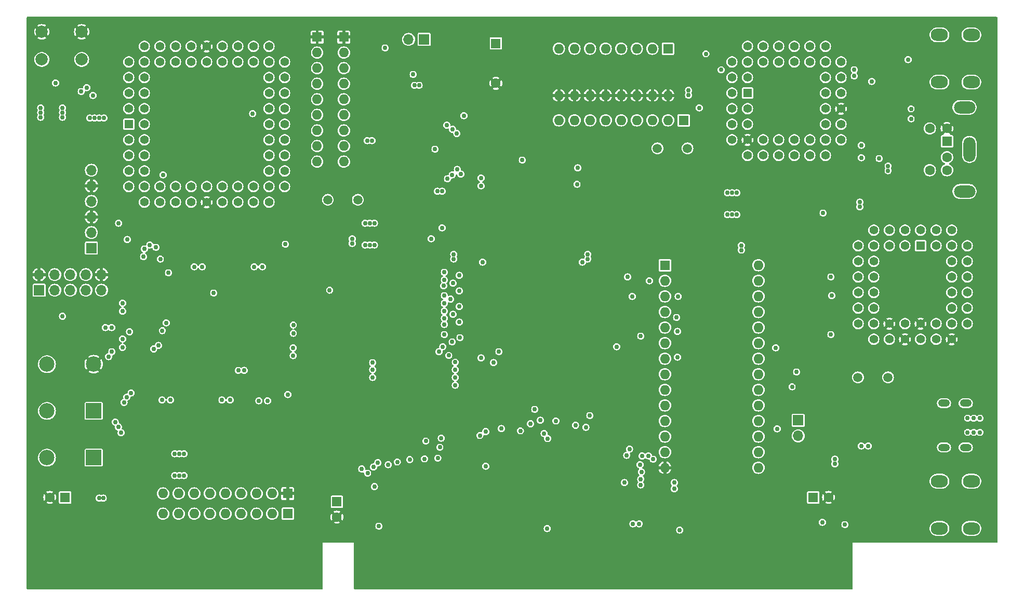
<source format=gbr>
%TF.GenerationSoftware,KiCad,Pcbnew,7.0.2*%
%TF.CreationDate,2024-02-27T21:07:56+01:00*%
%TF.ProjectId,v50_sbc,7635305f-7362-4632-9e6b-696361645f70,rev?*%
%TF.SameCoordinates,Original*%
%TF.FileFunction,Copper,L2,Inr*%
%TF.FilePolarity,Positive*%
%FSLAX46Y46*%
G04 Gerber Fmt 4.6, Leading zero omitted, Abs format (unit mm)*
G04 Created by KiCad (PCBNEW 7.0.2) date 2024-02-27 21:07:56*
%MOMM*%
%LPD*%
G01*
G04 APERTURE LIST*
%TA.AperFunction,ComponentPad*%
%ADD10R,1.600000X1.600000*%
%TD*%
%TA.AperFunction,ComponentPad*%
%ADD11C,1.600000*%
%TD*%
%TA.AperFunction,ComponentPad*%
%ADD12O,1.600000X1.600000*%
%TD*%
%TA.AperFunction,ComponentPad*%
%ADD13C,1.500000*%
%TD*%
%TA.AperFunction,ComponentPad*%
%ADD14O,3.500000X2.000000*%
%TD*%
%TA.AperFunction,ComponentPad*%
%ADD15O,2.000000X4.000000*%
%TD*%
%TA.AperFunction,ComponentPad*%
%ADD16R,1.700000X1.700000*%
%TD*%
%TA.AperFunction,ComponentPad*%
%ADD17O,1.700000X1.700000*%
%TD*%
%TA.AperFunction,ComponentPad*%
%ADD18C,2.000000*%
%TD*%
%TA.AperFunction,ComponentPad*%
%ADD19R,1.422400X1.422400*%
%TD*%
%TA.AperFunction,ComponentPad*%
%ADD20C,1.422400*%
%TD*%
%TA.AperFunction,ComponentPad*%
%ADD21O,1.900000X1.200000*%
%TD*%
%TA.AperFunction,ComponentPad*%
%ADD22O,2.800000X2.000000*%
%TD*%
%TA.AperFunction,ComponentPad*%
%ADD23R,2.500000X2.500000*%
%TD*%
%TA.AperFunction,ComponentPad*%
%ADD24C,2.500000*%
%TD*%
%TA.AperFunction,ViaPad*%
%ADD25C,0.750000*%
%TD*%
G04 APERTURE END LIST*
D10*
%TO.N,Net-(LS1-Pad1)*%
%TO.C,LS1*%
X111252000Y-40279000D03*
D11*
%TO.N,GND*%
X111252000Y-46779000D03*
%TD*%
D10*
%TO.N,Net-(RN5-R1)*%
%TO.C,SW2*%
X139304000Y-41148000D03*
D12*
%TO.N,Net-(RN5-R2)*%
X136764000Y-41148000D03*
%TO.N,Net-(RN5-R3)*%
X134224000Y-41148000D03*
%TO.N,Net-(RN5-R4)*%
X131684000Y-41148000D03*
%TO.N,Net-(RN5-R5)*%
X129144000Y-41148000D03*
%TO.N,Net-(RN5-R6)*%
X126604000Y-41148000D03*
%TO.N,/nSER_DIS*%
X124064000Y-41148000D03*
%TO.N,Net-(RN5-R8)*%
X121524000Y-41148000D03*
%TO.N,GND*%
X121524000Y-48768000D03*
X124064000Y-48768000D03*
X126604000Y-48768000D03*
X129144000Y-48768000D03*
X131684000Y-48768000D03*
X134224000Y-48768000D03*
X136764000Y-48768000D03*
X139304000Y-48768000D03*
%TD*%
D13*
%TO.N,Net-(C20-Pad2)*%
%TO.C,Y1*%
X83873000Y-65786000D03*
%TO.N,Net-(C50-Pad2)*%
X88773000Y-65786000D03*
%TD*%
D10*
%TO.N,+5V*%
%TO.C,RN5*%
X141859000Y-52832000D03*
D12*
%TO.N,Net-(RN5-R1)*%
X139319000Y-52832000D03*
%TO.N,Net-(RN5-R2)*%
X136779000Y-52832000D03*
%TO.N,Net-(RN5-R3)*%
X134239000Y-52832000D03*
%TO.N,Net-(RN5-R4)*%
X131699000Y-52832000D03*
%TO.N,Net-(RN5-R5)*%
X129159000Y-52832000D03*
%TO.N,Net-(RN5-R6)*%
X126619000Y-52832000D03*
%TO.N,/nSER_DIS*%
X124079000Y-52832000D03*
%TO.N,Net-(RN5-R8)*%
X121539000Y-52832000D03*
%TD*%
D14*
%TO.N,N/C*%
%TO.C,J3*%
X187635000Y-64411000D03*
X187635000Y-50711000D03*
D10*
%TO.N,Net-(FB2-Pad2)*%
X184785000Y-56261000D03*
D11*
%TO.N,unconnected-(J3-Pad2)*%
X184785000Y-58861000D03*
%TO.N,GND*%
X184785000Y-54161000D03*
%TO.N,Net-(C29-Pad1)*%
X184785000Y-60961000D03*
%TO.N,Net-(FB1-Pad2)*%
X181985000Y-54161000D03*
%TO.N,unconnected-(J3-Pad6)*%
X181985000Y-60961000D03*
D15*
%TO.N,N/C*%
X188435000Y-57561000D03*
%TD*%
D10*
%TO.N,/LA14*%
%TO.C,U7*%
X138811000Y-76454000D03*
D12*
%TO.N,/LA12*%
X138811000Y-78994000D03*
%TO.N,/LA7*%
X138811000Y-81534000D03*
%TO.N,/LA6*%
X138811000Y-84074000D03*
%TO.N,/LA5*%
X138811000Y-86614000D03*
%TO.N,/LA4*%
X138811000Y-89154000D03*
%TO.N,/LA3*%
X138811000Y-91694000D03*
%TO.N,/LA2*%
X138811000Y-94234000D03*
%TO.N,/LA1*%
X138811000Y-96774000D03*
%TO.N,/LA0*%
X138811000Y-99314000D03*
%TO.N,/DD0*%
X138811000Y-101854000D03*
%TO.N,/DD1*%
X138811000Y-104394000D03*
%TO.N,/DD2*%
X138811000Y-106934000D03*
%TO.N,GND*%
X138811000Y-109474000D03*
%TO.N,/DD3*%
X154051000Y-109474000D03*
%TO.N,/DD4*%
X154051000Y-106934000D03*
%TO.N,/DD5*%
X154051000Y-104394000D03*
%TO.N,/DD6*%
X154051000Y-101854000D03*
%TO.N,/DD7*%
X154051000Y-99314000D03*
%TO.N,/nROM_CS*%
X154051000Y-96774000D03*
%TO.N,/LA10*%
X154051000Y-94234000D03*
%TO.N,/nBMRD*%
X154051000Y-91694000D03*
%TO.N,/LA11*%
X154051000Y-89154000D03*
%TO.N,/LA9*%
X154051000Y-86614000D03*
%TO.N,/LA8*%
X154051000Y-84074000D03*
%TO.N,/LA13*%
X154051000Y-81534000D03*
%TO.N,+5V*%
X154051000Y-78994000D03*
X154051000Y-76454000D03*
%TD*%
D10*
%TO.N,GND*%
%TO.C,RN4*%
X82137000Y-39243000D03*
D12*
%TO.N,/IRQ7*%
X82137000Y-41783000D03*
%TO.N,/IRQ5*%
X82137000Y-44323000D03*
%TO.N,/IRQ3*%
X82137000Y-46863000D03*
%TO.N,/KB_IRQ*%
X82137000Y-49403000D03*
%TO.N,/DRQ3*%
X82137000Y-51943000D03*
%TO.N,/DRQ1*%
X82137000Y-54483000D03*
%TO.N,/HLDRQ*%
X82137000Y-57023000D03*
%TO.N,unconnected-(RN4-R8-Pad9)*%
X82137000Y-59563000D03*
%TD*%
D16*
%TO.N,/TCK*%
%TO.C,J4*%
X36830000Y-80523000D03*
D17*
%TO.N,GND*%
X36830000Y-77983000D03*
%TO.N,/TDO*%
X39370000Y-80523000D03*
%TO.N,+5V*%
X39370000Y-77983000D03*
%TO.N,/TMS*%
X41910000Y-80523000D03*
%TO.N,unconnected-(J4-Pin_6-Pad6)*%
X41910000Y-77983000D03*
%TO.N,unconnected-(J4-Pin_7-Pad7)*%
X44450000Y-80523000D03*
%TO.N,unconnected-(J4-Pin_8-Pad8)*%
X44450000Y-77983000D03*
%TO.N,/TDI*%
X46990000Y-80523000D03*
%TO.N,GND*%
X46990000Y-77983000D03*
%TD*%
D18*
%TO.N,GND*%
%TO.C,SW1*%
X43763000Y-38390000D03*
X37263000Y-38390000D03*
%TO.N,/RSTSW*%
X43763000Y-42890000D03*
X37263000Y-42890000D03*
%TD*%
D13*
%TO.N,Net-(U6-XTAL1)*%
%TO.C,Y2*%
X137594000Y-57404000D03*
%TO.N,Net-(U6-XTAL2)*%
X142494000Y-57404000D03*
%TD*%
D10*
%TO.N,GND*%
%TO.C,RN1*%
X77343000Y-113665000D03*
D12*
%TO.N,unconnected-(RN1-R1-Pad2)*%
X74803000Y-113665000D03*
%TO.N,Net-(J1-LA23)*%
X72263000Y-113665000D03*
%TO.N,Net-(J1-LA22)*%
X69723000Y-113665000D03*
%TO.N,Net-(J1-LA21)*%
X67183000Y-113665000D03*
%TO.N,Net-(J1-LA20)*%
X64643000Y-113665000D03*
%TO.N,Net-(J1-LA19)*%
X62103000Y-113665000D03*
%TO.N,Net-(J1-LA18)*%
X59563000Y-113665000D03*
%TO.N,Net-(J1-LA17)*%
X57023000Y-113665000D03*
%TD*%
D16*
%TO.N,+5V*%
%TO.C,JP2*%
X160528000Y-101727000D03*
D17*
%TO.N,Net-(JP2-B)*%
X160528000Y-104267000D03*
%TD*%
D16*
%TO.N,+5V*%
%TO.C,J5*%
X45339000Y-73660000D03*
D17*
%TO.N,Net-(J5-Pin_2)*%
X45339000Y-71120000D03*
%TO.N,GND*%
X45339000Y-68580000D03*
%TO.N,/TBSW*%
X45339000Y-66040000D03*
%TO.N,GND*%
X45339000Y-63500000D03*
%TO.N,/RSTSW*%
X45339000Y-60960000D03*
%TD*%
D19*
%TO.N,N/C*%
%TO.C,U6*%
X152273000Y-48387000D03*
D20*
%TO.N,Net-(Q2-D)*%
X149733000Y-50927000D03*
%TO.N,Net-(U6-XTAL1)*%
X152273000Y-50927000D03*
%TO.N,Net-(U6-XTAL2)*%
X149733000Y-53467000D03*
%TO.N,/nRESOUT*%
X152273000Y-53467000D03*
%TO.N,+5V*%
X149733000Y-56007000D03*
%TO.N,/nKB_CS*%
X152273000Y-58547000D03*
%TO.N,GND*%
X152273000Y-56007000D03*
%TO.N,/nBIORD*%
X154813000Y-58547000D03*
%TO.N,/LA2*%
X154813000Y-56007000D03*
%TO.N,/nBIOWR*%
X157353000Y-58547000D03*
%TO.N,unconnected-(U6-SYNC-Pad12)*%
X157353000Y-56007000D03*
%TO.N,N/C*%
X159893000Y-58547000D03*
%TO.N,/DD0*%
X159893000Y-56007000D03*
%TO.N,/DD1*%
X162433000Y-58547000D03*
%TO.N,/DD2*%
X162433000Y-56007000D03*
%TO.N,/DD3*%
X164973000Y-58547000D03*
%TO.N,/DD4*%
X167513000Y-56007000D03*
%TO.N,/DD5*%
X164973000Y-56007000D03*
%TO.N,/DD6*%
X167513000Y-53467000D03*
%TO.N,/DD7*%
X164973000Y-53467000D03*
%TO.N,GND*%
X167513000Y-50927000D03*
%TO.N,N/C*%
X164973000Y-50927000D03*
%TO.N,unconnected-(U6-P20-Pad24)*%
X167513000Y-48387000D03*
%TO.N,/TBLED*%
X164973000Y-48387000D03*
%TO.N,Net-(RN5-R2)*%
X167513000Y-45847000D03*
%TO.N,Net-(RN5-R1)*%
X164973000Y-45847000D03*
%TO.N,+5V*%
X167513000Y-43307000D03*
X164973000Y-40767000D03*
X164973000Y-43307000D03*
%TO.N,Net-(RN5-R8)*%
X162433000Y-40767000D03*
%TO.N,/nSER_DIS*%
X162433000Y-43307000D03*
%TO.N,Net-(RN5-R6)*%
X159893000Y-40767000D03*
%TO.N,N/C*%
X159893000Y-43307000D03*
%TO.N,Net-(RN5-R5)*%
X157353000Y-40767000D03*
%TO.N,Net-(RN5-R4)*%
X157353000Y-43307000D03*
%TO.N,Net-(RN5-R3)*%
X154813000Y-40767000D03*
%TO.N,+5V*%
X154813000Y-43307000D03*
%TO.N,/KB_IRQ*%
X152273000Y-40767000D03*
%TO.N,/TBSW*%
X149733000Y-43307000D03*
%TO.N,Net-(Q2-G)*%
X152273000Y-43307000D03*
%TO.N,Net-(Q3-S)*%
X149733000Y-45847000D03*
%TO.N,Net-(Q3-D)*%
X152273000Y-45847000D03*
%TO.N,+5V*%
X149733000Y-48387000D03*
%TD*%
D16*
%TO.N,Net-(JP1-A)*%
%TO.C,JP1*%
X99573000Y-39624000D03*
D17*
%TO.N,Net-(JP1-B)*%
X97033000Y-39624000D03*
%TD*%
D13*
%TO.N,Net-(U10-XIN)*%
%TO.C,Y3*%
X175170000Y-94742000D03*
%TO.N,Net-(C44-Pad2)*%
X170270000Y-94742000D03*
%TD*%
D21*
%TO.N,Net-(J2-Shield)*%
%TO.C,J2*%
X184287000Y-106151000D03*
X187837000Y-106151000D03*
X184287000Y-98951000D03*
X187837000Y-98951000D03*
%TD*%
D22*
%TO.N,N/C*%
%TO.C,H1*%
X183540000Y-38898200D03*
X183540000Y-46598200D03*
X188740000Y-38898200D03*
X188740000Y-46598200D03*
%TD*%
D10*
%TO.N,GND*%
%TO.C,RN3*%
X86487000Y-39243000D03*
D12*
%TO.N,/IRQ6*%
X86487000Y-41783000D03*
%TO.N,/IRQ4*%
X86487000Y-44323000D03*
%TO.N,/IRQ2*%
X86487000Y-46863000D03*
%TO.N,/NMI*%
X86487000Y-49403000D03*
%TO.N,/DRQ2*%
X86487000Y-51943000D03*
%TO.N,/nDAK0*%
X86487000Y-54483000D03*
%TO.N,unconnected-(RN3-R7-Pad8)*%
X86487000Y-57023000D03*
%TO.N,unconnected-(RN3-R8-Pad9)*%
X86487000Y-59563000D03*
%TD*%
D10*
%TO.N,+5V*%
%TO.C,RN2*%
X77343000Y-116967000D03*
D12*
%TO.N,/nBUS16*%
X74803000Y-116967000D03*
%TO.N,Net-(J1-~{DACK0})*%
X72263000Y-116967000D03*
%TO.N,Net-(J1-~{DACK5})*%
X69723000Y-116967000D03*
%TO.N,Net-(J1-~{DACK6})*%
X67183000Y-116967000D03*
%TO.N,Net-(J1-~{DACK7})*%
X64643000Y-116967000D03*
%TO.N,Net-(J1-MASTER)*%
X62103000Y-116967000D03*
%TO.N,Net-(J1-~{MEMR})*%
X59563000Y-116967000D03*
%TO.N,Net-(J1-~{MEMW})*%
X57023000Y-116967000D03*
%TD*%
D10*
%TO.N,+5V*%
%TO.C,C17*%
X41060380Y-114300000D03*
D11*
%TO.N,GND*%
X38560380Y-114300000D03*
%TD*%
D23*
%TO.N,unconnected-(X1-EN-Pad1)*%
%TO.C,X1*%
X45720000Y-107823000D03*
X45720000Y-100203000D03*
D24*
%TO.N,GND*%
X45720000Y-92583000D03*
%TO.N,Net-(X1-OUT)*%
X38100000Y-92583000D03*
%TO.N,Net-(X1-Vcc)*%
X38100000Y-107823000D03*
X38100000Y-100203000D03*
%TD*%
D10*
%TO.N,+5V*%
%TO.C,C19*%
X162981000Y-114300000D03*
D11*
%TO.N,GND*%
X165481000Y-114300000D03*
%TD*%
D19*
%TO.N,+5V*%
%TO.C,U1*%
X51435000Y-53467000D03*
D20*
%TO.N,/RESOUT*%
X53975000Y-53467000D03*
%TO.N,/HLDAK*%
X51435000Y-56007000D03*
%TO.N,/HLDRQ*%
X53975000Y-56007000D03*
%TO.N,unconnected-(U1-~{REFRQ}-Pad5)*%
X51435000Y-58547000D03*
%TO.N,/A19*%
X53975000Y-58547000D03*
%TO.N,/A18*%
X51435000Y-61087000D03*
%TO.N,/A17*%
X53975000Y-61087000D03*
%TO.N,/A16*%
X51435000Y-63627000D03*
%TO.N,/AD15*%
X53975000Y-66167000D03*
%TO.N,/AD14*%
X53975000Y-63627000D03*
%TO.N,/AD13*%
X56515000Y-66167000D03*
%TO.N,/AD12*%
X56515000Y-63627000D03*
%TO.N,/AD11*%
X59055000Y-66167000D03*
%TO.N,/AD10*%
X59055000Y-63627000D03*
%TO.N,/AD9*%
X61595000Y-66167000D03*
%TO.N,/AD8*%
X61595000Y-63627000D03*
%TO.N,GND*%
X64135000Y-66167000D03*
%TO.N,/AD7*%
X64135000Y-63627000D03*
%TO.N,/AD6*%
X66675000Y-66167000D03*
%TO.N,/AD5*%
X66675000Y-63627000D03*
%TO.N,/AD4*%
X69215000Y-66167000D03*
%TO.N,/AD3*%
X69215000Y-63627000D03*
%TO.N,/AD2*%
X71755000Y-66167000D03*
%TO.N,/AD1*%
X71755000Y-63627000D03*
%TO.N,/AD0*%
X74295000Y-66167000D03*
%TO.N,/T{slash}C*%
X76835000Y-63627000D03*
%TO.N,unconnected-(U1-DMARQ0-Pad28)*%
X74295000Y-63627000D03*
%TO.N,/nDAK0*%
X76835000Y-61087000D03*
%TO.N,/DRQ1*%
X74295000Y-61087000D03*
%TO.N,/nDAK1*%
X76835000Y-58547000D03*
%TO.N,/DRQ2*%
X74295000Y-58547000D03*
%TO.N,/nDAK2*%
X76835000Y-56007000D03*
%TO.N,/DRQ3*%
X74295000Y-56007000D03*
%TO.N,/nDAK3*%
X76835000Y-53467000D03*
%TO.N,unconnected-(U1-~{INTAK}{slash}~{SRDY}{slash}TOUT1-Pad36)*%
X74295000Y-53467000D03*
%TO.N,/KB_IRQ*%
X76835000Y-50927000D03*
%TO.N,/IRQ2*%
X74295000Y-50927000D03*
%TO.N,/IRQ3*%
X76835000Y-48387000D03*
%TO.N,/IRQ4*%
X74295000Y-48387000D03*
%TO.N,/IRQ5*%
X76835000Y-45847000D03*
%TO.N,/IRQ6*%
X74295000Y-45847000D03*
%TO.N,/IRQ7*%
X76835000Y-43307000D03*
%TO.N,/TCLK*%
X74295000Y-40767000D03*
%TO.N,/TOUT2*%
X74295000Y-43307000D03*
%TO.N,/TCTL2*%
X71755000Y-40767000D03*
%TO.N,unconnected-(U1-~{POLL}-Pad47)*%
X71755000Y-43307000D03*
%TO.N,unconnected-(U1-QS1-Pad48)*%
X69215000Y-40767000D03*
%TO.N,unconnected-(U1-QS0-Pad49)*%
X69215000Y-43307000D03*
%TO.N,unconnected-(U1-ASTB-Pad50)*%
X66675000Y-40767000D03*
%TO.N,/nUBE*%
X66675000Y-43307000D03*
%TO.N,GND*%
X64135000Y-40767000D03*
%TO.N,unconnected-(U1-X2-Pad53)*%
X64135000Y-43307000D03*
%TO.N,/HCLK1*%
X61595000Y-40767000D03*
%TO.N,Net-(U1-CLKOUT)*%
X61595000Y-43307000D03*
%TO.N,unconnected-(U1-~{BUFEN}-Pad56)*%
X59055000Y-40767000D03*
%TO.N,unconnected-(U1-BUF~{R}{slash}W-Pad57)*%
X59055000Y-43307000D03*
%TO.N,unconnected-(U1-~{BUSLOCK}-Pad58)*%
X56515000Y-40767000D03*
%TO.N,unconnected-(U1-~{IOWR}-Pad59)*%
X56515000Y-43307000D03*
%TO.N,unconnected-(U1-~{MWR}-Pad60)*%
X53975000Y-40767000D03*
%TO.N,unconnected-(U1-~{IORD}-Pad61)*%
X51435000Y-43307000D03*
%TO.N,unconnected-(U1-~{MRD}-Pad62)*%
X53975000Y-43307000D03*
%TO.N,/BS0*%
X51435000Y-45847000D03*
%TO.N,/BS1*%
X53975000Y-45847000D03*
%TO.N,/BS2*%
X51435000Y-48387000D03*
%TO.N,/NMI*%
X53975000Y-48387000D03*
%TO.N,/RDY*%
X51435000Y-50927000D03*
%TO.N,Net-(D1-A)*%
X53975000Y-50927000D03*
%TD*%
D19*
%TO.N,N/C*%
%TO.C,U10*%
X180467000Y-73279000D03*
D20*
%TO.N,/DD0*%
X177927000Y-70739000D03*
%TO.N,/DD1*%
X177927000Y-73279000D03*
%TO.N,/DD2*%
X175387000Y-70739000D03*
%TO.N,/DD3*%
X175387000Y-73279000D03*
%TO.N,/DD4*%
X172847000Y-70739000D03*
%TO.N,/DD5*%
X170307000Y-73279000D03*
%TO.N,/DD6*%
X172847000Y-73279000D03*
%TO.N,/DD7*%
X170307000Y-75819000D03*
%TO.N,Net-(U10-RCLK)*%
X172847000Y-75819000D03*
%TO.N,/RX*%
X170307000Y-78359000D03*
%TO.N,N/C*%
X172847000Y-78359000D03*
%TO.N,/TX*%
X170307000Y-80899000D03*
%TO.N,+5V*%
X172847000Y-80899000D03*
X170307000Y-83439000D03*
%TO.N,/nSER_CS*%
X172847000Y-83439000D03*
%TO.N,Net-(U10-RCLK)*%
X170307000Y-85979000D03*
%TO.N,Net-(U10-XIN)*%
X172847000Y-88519000D03*
%TO.N,Net-(U10-XOUT)*%
X172847000Y-85979000D03*
%TO.N,/nBIOWR*%
X175387000Y-88519000D03*
%TO.N,GND*%
X175387000Y-85979000D03*
X177927000Y-88519000D03*
%TO.N,N/C*%
X177927000Y-85979000D03*
%TO.N,/nBIORD*%
X180467000Y-88519000D03*
%TO.N,GND*%
X180467000Y-85979000D03*
%TO.N,unconnected-(U10-DDIS-Pad26)*%
X183007000Y-88519000D03*
%TO.N,unconnected-(U10-~{TXRDY}-Pad27)*%
X183007000Y-85979000D03*
%TO.N,GND*%
X185547000Y-88519000D03*
%TO.N,/LA2*%
X188087000Y-85979000D03*
%TO.N,/LA1*%
X185547000Y-85979000D03*
%TO.N,/LA0*%
X188087000Y-83439000D03*
%TO.N,unconnected-(U10-~{RXRDY}-Pad32)*%
X185547000Y-83439000D03*
%TO.N,/SER_INT*%
X188087000Y-80899000D03*
%TO.N,N/C*%
X185547000Y-80899000D03*
%TO.N,unconnected-(U10-~{OUT2}-Pad35)*%
X188087000Y-78359000D03*
%TO.N,/nRTS*%
X185547000Y-78359000D03*
%TO.N,/nDTR*%
X188087000Y-75819000D03*
%TO.N,unconnected-(U10-~{OUT1}-Pad38)*%
X185547000Y-75819000D03*
%TO.N,/SER_RST*%
X188087000Y-73279000D03*
%TO.N,/nCTS*%
X185547000Y-70739000D03*
%TO.N,/nDSR*%
X185547000Y-73279000D03*
%TO.N,unconnected-(U10-~{DCD}-Pad42)*%
X183007000Y-70739000D03*
%TO.N,unconnected-(U10-~{RI}-Pad43)*%
X183007000Y-73279000D03*
%TO.N,+5V*%
X180467000Y-70739000D03*
%TD*%
D10*
%TO.N,+5V*%
%TO.C,C18*%
X85344000Y-115022621D03*
D11*
%TO.N,GND*%
X85344000Y-117522621D03*
%TD*%
D22*
%TO.N,N/C*%
%TO.C,H2*%
X183540000Y-111669200D03*
X183540000Y-119369200D03*
X188740000Y-111669200D03*
X188740000Y-119369200D03*
%TD*%
D25*
%TO.N,/nBUS16*%
X51562000Y-87301995D03*
%TO.N,/HLDAK*%
X105541001Y-61599001D03*
X106045000Y-52070000D03*
X132207000Y-111887000D03*
%TO.N,/DRQ1*%
X104146293Y-61722000D03*
X104201389Y-54298700D03*
%TO.N,/nDAK1*%
X103378000Y-62357000D03*
X103259983Y-53612900D03*
%TO.N,/DRQ2*%
X134874000Y-112268000D03*
X125926700Y-102870000D03*
%TO.N,/IRQ2*%
X126574700Y-100965000D03*
X134873500Y-111315298D03*
%TO.N,/IRQ4*%
X115570000Y-59309000D03*
%TO.N,/RDY*%
X53975000Y-73787000D03*
%TO.N,/nBMRD*%
X134874000Y-88011000D03*
%TO.N,/nBMWR*%
X117602000Y-99949000D03*
X141224000Y-119634000D03*
X105283000Y-80645000D03*
%TO.N,/LA19*%
X102870000Y-77597000D03*
X121031971Y-101833627D03*
%TO.N,/LA17*%
X102870000Y-78867000D03*
X116903500Y-102298500D03*
%TO.N,/LA15*%
X102742408Y-79811120D03*
X112159949Y-103085649D03*
%TO.N,/LA13*%
X102870000Y-81407000D03*
X108648500Y-104203500D03*
%TO.N,/LA8*%
X133477000Y-81534000D03*
X140970000Y-81534000D03*
X102870000Y-82677000D03*
X99631500Y-108013500D03*
%TO.N,/LA7*%
X102870000Y-83947000D03*
X97218500Y-108140500D03*
%TO.N,/LA6*%
X102870000Y-85090000D03*
X95186500Y-108521500D03*
%TO.N,/LA5*%
X93726000Y-108966000D03*
X102870000Y-86106000D03*
%TO.N,/LA4*%
X102870000Y-87757000D03*
X92023316Y-108654700D03*
%TO.N,/LA3*%
X104140000Y-88957300D03*
X91318616Y-109341384D03*
%TO.N,/LA2*%
X159530899Y-96266000D03*
X101981000Y-90551000D03*
X89408000Y-109670700D03*
X164585500Y-67945000D03*
%TO.N,/LA1*%
X90358730Y-110375400D03*
X156863900Y-89916503D03*
X108839000Y-91567000D03*
%TO.N,/LA11*%
X99840504Y-105125366D03*
X105410000Y-88265000D03*
%TO.N,/LA12*%
X105283000Y-85725000D03*
X140716000Y-84963000D03*
X102362000Y-104648000D03*
%TO.N,/LA10*%
X102123114Y-106129814D03*
X104267000Y-84455000D03*
X140843000Y-91440000D03*
X140843000Y-87249000D03*
%TO.N,/LA9*%
X101790500Y-107906863D03*
X105283000Y-83185000D03*
%TO.N,/LA14*%
X136271000Y-78994000D03*
X109601000Y-103574700D03*
X103886000Y-81972300D03*
%TO.N,/LA18*%
X118491000Y-101727000D03*
X104267002Y-79375000D03*
%TO.N,/LA16*%
X105283000Y-78105000D03*
X115252500Y-103441500D03*
%TO.N,/DD0*%
X135087723Y-107548126D03*
%TO.N,/DD1*%
X136109425Y-107523021D03*
%TO.N,/DD2*%
X136906000Y-108077000D03*
%TO.N,/DD7*%
X111760000Y-90551000D03*
X110871000Y-92329000D03*
%TO.N,/DD8*%
X91186000Y-92329000D03*
X51816000Y-97282000D03*
%TO.N,/DD9*%
X91186000Y-93472000D03*
X51111300Y-97936298D03*
%TO.N,/DD10*%
X50654100Y-98818385D03*
X91186000Y-94742000D03*
%TO.N,/DD11*%
X50165000Y-103759000D03*
X104648000Y-96012000D03*
%TO.N,/DD12*%
X49739700Y-102812700D03*
X104648000Y-94742000D03*
%TO.N,/DD13*%
X49221170Y-102013470D03*
X104648000Y-93472000D03*
%TO.N,/DD14*%
X104648000Y-92261700D03*
X48153664Y-91347619D03*
X47625000Y-86614000D03*
%TO.N,/DD15*%
X48677312Y-90551732D03*
X48641000Y-86614000D03*
X103587449Y-91160851D03*
%TO.N,GND*%
X95758000Y-96393000D03*
X89219000Y-47625000D03*
X85217000Y-68199000D03*
X47371000Y-56261000D03*
X168529000Y-108839000D03*
X185547000Y-100330000D03*
X74041000Y-84963000D03*
X117602000Y-96393000D03*
X172085000Y-63881000D03*
X171323000Y-63881000D03*
X153543000Y-70932000D03*
X84803500Y-72898000D03*
X114300000Y-95631000D03*
X155956000Y-68199000D03*
X57785000Y-80899000D03*
X91059000Y-59182000D03*
X54635887Y-85606357D03*
X114300000Y-96393000D03*
X112480113Y-70104000D03*
X80115018Y-86486704D03*
X97663000Y-73152000D03*
X97982000Y-50165000D03*
X72135704Y-74824982D03*
X172847000Y-63881000D03*
X45593000Y-114427000D03*
X40640000Y-57785000D03*
X155194000Y-68199000D03*
X53467000Y-110744000D03*
X48548982Y-83693296D03*
X156718000Y-64643000D03*
X42037000Y-46863000D03*
X172521800Y-44958000D03*
X171831000Y-40386000D03*
X86741000Y-68199000D03*
X178999000Y-56926000D03*
X106680000Y-72390000D03*
X89219000Y-48260000D03*
X173609000Y-63881000D03*
X48548982Y-82931296D03*
X37084000Y-57023000D03*
X144184500Y-45659000D03*
X165608000Y-105852000D03*
X107442000Y-72390000D03*
X80115018Y-87248704D03*
X48548982Y-89535296D03*
X72897704Y-74824982D03*
X101219000Y-60833000D03*
X175133000Y-115062000D03*
X40640000Y-57023000D03*
X185547000Y-101092000D03*
X53467000Y-107188000D03*
X152019000Y-70932000D03*
X99822000Y-64767000D03*
X74041000Y-84328000D03*
X140081000Y-59690000D03*
X168529000Y-107315000D03*
X92456000Y-95631000D03*
X38100000Y-84836000D03*
X139319000Y-59690000D03*
X178999000Y-57561000D03*
X54650941Y-92192432D03*
X174371000Y-115062000D03*
X66929296Y-100295018D03*
X175183800Y-62306200D03*
X166370000Y-105852000D03*
X155956000Y-64643000D03*
X145288000Y-120142000D03*
X144946500Y-45659000D03*
X52705000Y-107188000D03*
X184658000Y-109347000D03*
X172847000Y-115062000D03*
X186690000Y-108585000D03*
X63119000Y-74803000D03*
X62357000Y-74803000D03*
X57912000Y-100330000D03*
X37084000Y-58547000D03*
X154305000Y-70932000D03*
X82898500Y-84074000D03*
X96139000Y-69596000D03*
X173482000Y-97028000D03*
X152781000Y-70932000D03*
X101219000Y-62357000D03*
X145708500Y-45659000D03*
X46609000Y-56261000D03*
X62357000Y-94234000D03*
X143422500Y-45659000D03*
X167132000Y-105852000D03*
X85979000Y-68199000D03*
X171069000Y-110998000D03*
X43815000Y-114427000D03*
X171069000Y-110236000D03*
X172720000Y-97028000D03*
X189103000Y-94221000D03*
X98744000Y-50165000D03*
X96901000Y-73152000D03*
X128524000Y-72377000D03*
X90297000Y-59182000D03*
X96139000Y-73152000D03*
X184785000Y-100330000D03*
X101219000Y-61595000D03*
X73914000Y-88265000D03*
X52705000Y-110744000D03*
X81374500Y-84074000D03*
X40640000Y-58547000D03*
X54644012Y-86315314D03*
X62992000Y-94234000D03*
X67564000Y-80899000D03*
X48548982Y-88773296D03*
X171958000Y-97028000D03*
X66929000Y-80899000D03*
X183134000Y-101092000D03*
X173609000Y-115062000D03*
X57150000Y-100330000D03*
X54229000Y-110744000D03*
X105918000Y-72390000D03*
X105156000Y-72390000D03*
X54229000Y-107188000D03*
X168529000Y-108077000D03*
X140843000Y-59690000D03*
X97663000Y-69596000D03*
X92456000Y-96393000D03*
X186690000Y-109347000D03*
X67691296Y-100295018D03*
X117602000Y-95631000D03*
X180856000Y-105402000D03*
X44704000Y-114427000D03*
X57150000Y-80899000D03*
X84803500Y-72136000D03*
X184023000Y-100330000D03*
X183261000Y-100330000D03*
X80137000Y-90170000D03*
X167894000Y-105852000D03*
X178999000Y-56037000D03*
X170942000Y-60579000D03*
X82136500Y-84074000D03*
X175183800Y-64592200D03*
X178999000Y-55402000D03*
X80137000Y-90932000D03*
X155194000Y-64643000D03*
X184658000Y-108585000D03*
X45085000Y-56261000D03*
X99822000Y-65529000D03*
X175183800Y-63068200D03*
X187325000Y-94221000D03*
X54638288Y-91448768D03*
X72136000Y-94192113D03*
X112480113Y-70866000D03*
X188214000Y-94221000D03*
X175183800Y-63830200D03*
X95250000Y-42545000D03*
X73914000Y-87630000D03*
X156718000Y-68199000D03*
X84168500Y-78613000D03*
X37084000Y-57785000D03*
X95758000Y-95631000D03*
X127762000Y-72377000D03*
X96901000Y-69596000D03*
X45847000Y-56261000D03*
X129286000Y-72377000D03*
X127000000Y-72377000D03*
X112480113Y-69342000D03*
X72771000Y-94192113D03*
%TO.N,/LA0*%
X102489000Y-70355000D03*
X157099000Y-103124000D03*
X160274000Y-93853000D03*
X56261000Y-89535000D03*
X132715000Y-78359000D03*
%TO.N,+5V*%
X58928000Y-110744000D03*
X50419000Y-82636666D03*
X148996400Y-68199000D03*
X59690000Y-110744000D03*
X91465400Y-73152000D03*
X40640000Y-84772000D03*
X78245000Y-87543334D03*
X148996400Y-64643000D03*
X178435000Y-42926000D03*
X89941400Y-73152000D03*
X126238000Y-74663000D03*
X91059000Y-56134000D03*
X151257000Y-73218000D03*
X91465400Y-69596000D03*
X145478000Y-41974000D03*
X63413630Y-76708000D03*
X46609000Y-114427000D03*
X149758400Y-64643000D03*
X73192334Y-76708000D03*
X76962000Y-73025000D03*
X56854366Y-98417390D03*
X98744000Y-47117000D03*
X45085000Y-52451000D03*
X89941400Y-69596000D03*
X50419000Y-83947000D03*
X59690000Y-107188000D03*
X78232000Y-89916000D03*
X87851500Y-72136000D03*
X60452000Y-107188000D03*
X67945000Y-98425000D03*
X104394000Y-75438000D03*
X97982000Y-47117000D03*
X170561000Y-66929000D03*
X166497000Y-108839000D03*
X151257000Y-73980000D03*
X175183800Y-61036200D03*
X78232000Y-91186000D03*
X71882000Y-76708000D03*
X102489000Y-64389000D03*
X45847000Y-52451000D03*
X166497000Y-108077000D03*
X142660500Y-47945000D03*
X40640000Y-52324000D03*
X58206805Y-98425000D03*
X178917600Y-50952400D03*
X93218000Y-41021000D03*
X37084000Y-51562000D03*
X47275901Y-114427000D03*
X87851500Y-72898000D03*
X49784000Y-69596000D03*
X101727000Y-64389000D03*
X60452000Y-110744000D03*
X170561000Y-66167000D03*
X40640000Y-51562000D03*
X142660500Y-48707000D03*
X40640000Y-50800000D03*
X47371000Y-52451000D03*
X39497000Y-46736000D03*
X172521800Y-46482000D03*
X50406333Y-89839858D03*
X165862000Y-87757000D03*
X62103000Y-76708000D03*
X126238000Y-75425000D03*
X78245000Y-86192195D03*
X50419000Y-88478666D03*
X90703400Y-73152000D03*
X90297000Y-56134000D03*
X150520400Y-64643000D03*
X175183800Y-60274200D03*
X58928000Y-107188000D03*
X66617201Y-98425000D03*
X178917600Y-52578000D03*
X84168500Y-80518000D03*
X37084000Y-52324000D03*
X104394000Y-74676000D03*
X150520400Y-68199000D03*
X37084000Y-50800000D03*
X170815000Y-58928000D03*
X149758400Y-68199000D03*
X90703400Y-69596000D03*
X46609000Y-52451000D03*
%TO.N,/TCK*%
X65278296Y-80984113D03*
%TO.N,/TDO*%
X57912296Y-77682113D03*
%TO.N,/TMS*%
X57531000Y-85852000D03*
%TO.N,/TDI*%
X56905701Y-87112299D03*
%TO.N,/nLRAM_CS*%
X125349000Y-75946000D03*
X130937000Y-89731700D03*
%TO.N,/nHRAM_CS*%
X102616000Y-89726900D03*
X109093000Y-75946000D03*
%TO.N,/nBHE*%
X55488170Y-90092113D03*
X100711000Y-72133000D03*
%TO.N,/RESOUT*%
X97790000Y-45339000D03*
X132581500Y-107434334D03*
X134983276Y-110160427D03*
X164465000Y-118364000D03*
X54864000Y-73152000D03*
%TO.N,/BUSCLK*%
X119634000Y-119380000D03*
X109601000Y-109220000D03*
X77343000Y-97536000D03*
%TO.N,/NMI*%
X71628000Y-51720900D03*
X101346000Y-57531000D03*
%TO.N,/nBIOWR*%
X119126000Y-103886000D03*
X74041000Y-98552000D03*
X140335000Y-112903000D03*
X134629701Y-118608299D03*
%TO.N,/nBIORD*%
X119697853Y-104711147D03*
X72644000Y-98552000D03*
X133604000Y-118618000D03*
X140335000Y-111887000D03*
%TO.N,/BALE*%
X69278297Y-93599000D03*
%TO.N,/BRDY*%
X124237900Y-102540303D03*
X70231000Y-93599000D03*
%TO.N,/BOSC*%
X92202000Y-118999000D03*
X91468703Y-112546165D03*
X108839000Y-62230000D03*
%TO.N,/nRESOUT*%
X144399000Y-50800000D03*
%TO.N,Net-(D1-A)*%
X45593000Y-48768000D03*
%TO.N,Net-(Q2-D)*%
X169672000Y-45593000D03*
%TO.N,Net-(Q2-G)*%
X169672000Y-44577000D03*
%TO.N,/SER_INT*%
X124587000Y-60579000D03*
%TO.N,/TX*%
X165989000Y-81407000D03*
X171958000Y-105918000D03*
%TO.N,/RX*%
X170815000Y-105918000D03*
X165862000Y-78359000D03*
%TO.N,Net-(J2-Shield)*%
X189137000Y-103701000D03*
X188137000Y-101401000D03*
X190137000Y-103701000D03*
X189137000Y-101401000D03*
X190137000Y-101401000D03*
X188137000Y-103701000D03*
%TO.N,/SER_RST*%
X173736000Y-59055000D03*
%TO.N,/IOCHK*%
X133038697Y-106426000D03*
X134747000Y-108966000D03*
X124478899Y-63246000D03*
X168148000Y-118745000D03*
%TO.N,/nDAK0*%
X104971700Y-60835107D03*
X104884592Y-54963965D03*
%TO.N,/TCTL2*%
X55880000Y-73533000D03*
X57023000Y-61722000D03*
%TO.N,Net-(J5-Pin_2)*%
X53848000Y-75057000D03*
%TO.N,/TBSW*%
X43688000Y-48133000D03*
%TO.N,/TBLED*%
X147970917Y-44592917D03*
X51181000Y-72263000D03*
X44577000Y-47498000D03*
%TO.N,/NMI_EN*%
X108839000Y-63500000D03*
X56572300Y-75438000D03*
%TO.N,/nSER_DIS*%
X170815000Y-56896000D03*
%TD*%
%TA.AperFunction,Conductor*%
%TO.N,GND*%
G36*
X192942539Y-35961185D02*
G01*
X192988294Y-36013989D01*
X192999500Y-36065500D01*
X192999500Y-121541500D01*
X192979815Y-121608539D01*
X192927011Y-121654294D01*
X192875500Y-121665500D01*
X169442760Y-121665500D01*
X169442554Y-121665459D01*
X169417999Y-121665459D01*
X169417900Y-121665500D01*
X169417618Y-121665615D01*
X169417615Y-121665618D01*
X169417459Y-121665999D01*
X169417476Y-121690616D01*
X169417471Y-121690616D01*
X169417500Y-121690759D01*
X169417500Y-129161500D01*
X169397815Y-129228539D01*
X169345011Y-129274294D01*
X169293500Y-129285500D01*
X88262500Y-129285500D01*
X88195461Y-129265815D01*
X88149706Y-129213011D01*
X88138500Y-129161500D01*
X88138500Y-121690759D01*
X88138528Y-121690616D01*
X88138524Y-121690616D01*
X88138539Y-121666002D01*
X88138541Y-121666000D01*
X88138462Y-121665808D01*
X88138384Y-121665618D01*
X88138383Y-121665617D01*
X88138379Y-121665615D01*
X88138097Y-121665499D01*
X88138000Y-121665459D01*
X88113446Y-121665459D01*
X88113240Y-121665500D01*
X83082760Y-121665500D01*
X83082554Y-121665459D01*
X83057999Y-121665459D01*
X83057900Y-121665500D01*
X83057618Y-121665615D01*
X83057615Y-121665618D01*
X83057459Y-121665999D01*
X83057476Y-121690616D01*
X83057471Y-121690616D01*
X83057500Y-121690759D01*
X83057500Y-129161500D01*
X83037815Y-129228539D01*
X82985011Y-129274294D01*
X82933500Y-129285500D01*
X34922500Y-129285500D01*
X34855461Y-129265815D01*
X34809706Y-129213011D01*
X34798500Y-129161500D01*
X34798500Y-118999000D01*
X91618305Y-118999000D01*
X91638195Y-119150071D01*
X91696505Y-119290846D01*
X91789265Y-119411734D01*
X91882049Y-119482929D01*
X91910153Y-119504494D01*
X92050929Y-119562805D01*
X92182110Y-119580075D01*
X92201999Y-119582694D01*
X92201999Y-119582693D01*
X92202000Y-119582694D01*
X92353071Y-119562805D01*
X92493847Y-119504494D01*
X92614734Y-119411734D01*
X92639084Y-119380000D01*
X119050305Y-119380000D01*
X119070195Y-119531071D01*
X119128505Y-119671846D01*
X119221265Y-119792734D01*
X119342152Y-119885493D01*
X119342153Y-119885494D01*
X119482929Y-119943805D01*
X119614110Y-119961075D01*
X119633999Y-119963694D01*
X119633999Y-119963693D01*
X119634000Y-119963694D01*
X119785071Y-119943805D01*
X119925847Y-119885494D01*
X120046734Y-119792734D01*
X120139494Y-119671847D01*
X120155171Y-119634000D01*
X140640305Y-119634000D01*
X140660195Y-119785071D01*
X140718505Y-119925846D01*
X140811265Y-120046734D01*
X140932152Y-120139494D01*
X140932153Y-120139494D01*
X141072929Y-120197805D01*
X141224000Y-120217694D01*
X141375071Y-120197805D01*
X141515847Y-120139494D01*
X141636734Y-120046734D01*
X141729494Y-119925847D01*
X141787805Y-119785071D01*
X141807694Y-119634000D01*
X141787805Y-119482929D01*
X141786898Y-119480739D01*
X181936300Y-119480739D01*
X181977290Y-119700019D01*
X182049144Y-119885494D01*
X182057877Y-119908036D01*
X182175310Y-120097699D01*
X182325596Y-120262555D01*
X182503619Y-120396991D01*
X182703311Y-120496427D01*
X182837215Y-120534525D01*
X182917873Y-120557474D01*
X183084347Y-120572900D01*
X183087219Y-120572900D01*
X183992781Y-120572900D01*
X183995653Y-120572900D01*
X184162127Y-120557474D01*
X184296032Y-120519374D01*
X184376688Y-120496427D01*
X184378323Y-120495612D01*
X184576381Y-120396991D01*
X184754402Y-120262556D01*
X184904689Y-120097699D01*
X185022124Y-119908034D01*
X185102710Y-119700019D01*
X185143700Y-119480739D01*
X187136300Y-119480739D01*
X187177290Y-119700019D01*
X187249144Y-119885494D01*
X187257877Y-119908036D01*
X187375310Y-120097699D01*
X187525596Y-120262555D01*
X187703619Y-120396991D01*
X187903311Y-120496427D01*
X188037215Y-120534525D01*
X188117873Y-120557474D01*
X188284347Y-120572900D01*
X188287219Y-120572900D01*
X189192781Y-120572900D01*
X189195653Y-120572900D01*
X189362127Y-120557474D01*
X189496032Y-120519374D01*
X189576688Y-120496427D01*
X189578323Y-120495612D01*
X189776381Y-120396991D01*
X189954402Y-120262556D01*
X190104689Y-120097699D01*
X190222124Y-119908034D01*
X190302710Y-119700019D01*
X190343700Y-119480739D01*
X190343700Y-119257661D01*
X190302710Y-119038381D01*
X190222124Y-118830366D01*
X190184172Y-118769071D01*
X190104689Y-118640700D01*
X189954403Y-118475844D01*
X189776380Y-118341408D01*
X189576688Y-118241972D01*
X189362128Y-118180926D01*
X189198513Y-118165765D01*
X189198512Y-118165764D01*
X189195653Y-118165500D01*
X188284347Y-118165500D01*
X188281488Y-118165764D01*
X188281486Y-118165765D01*
X188117871Y-118180926D01*
X187903311Y-118241972D01*
X187703619Y-118341408D01*
X187525596Y-118475844D01*
X187375310Y-118640700D01*
X187257877Y-118830363D01*
X187230843Y-118900145D01*
X187177290Y-119038381D01*
X187136300Y-119257661D01*
X187136300Y-119480739D01*
X185143700Y-119480739D01*
X185143700Y-119257661D01*
X185102710Y-119038381D01*
X185022124Y-118830366D01*
X184984172Y-118769071D01*
X184904689Y-118640700D01*
X184754403Y-118475844D01*
X184576380Y-118341408D01*
X184376688Y-118241972D01*
X184162128Y-118180926D01*
X183998513Y-118165765D01*
X183998512Y-118165764D01*
X183995653Y-118165500D01*
X183084347Y-118165500D01*
X183081488Y-118165764D01*
X183081486Y-118165765D01*
X182917871Y-118180926D01*
X182703311Y-118241972D01*
X182503619Y-118341408D01*
X182325596Y-118475844D01*
X182175310Y-118640700D01*
X182057877Y-118830363D01*
X182030843Y-118900145D01*
X181977290Y-119038381D01*
X181936300Y-119257661D01*
X181936300Y-119480739D01*
X141786898Y-119480739D01*
X141729494Y-119342153D01*
X141703905Y-119308805D01*
X141636734Y-119221265D01*
X141515846Y-119128505D01*
X141375071Y-119070195D01*
X141223999Y-119050305D01*
X141072928Y-119070195D01*
X140932153Y-119128505D01*
X140811265Y-119221265D01*
X140718505Y-119342153D01*
X140660195Y-119482928D01*
X140640305Y-119634000D01*
X120155171Y-119634000D01*
X120197805Y-119531071D01*
X120217694Y-119380000D01*
X120197805Y-119228929D01*
X120139494Y-119088153D01*
X120101303Y-119038381D01*
X120046734Y-118967265D01*
X119925846Y-118874505D01*
X119785071Y-118816195D01*
X119633999Y-118796305D01*
X119482928Y-118816195D01*
X119342153Y-118874505D01*
X119221265Y-118967265D01*
X119128505Y-119088153D01*
X119070195Y-119228928D01*
X119050305Y-119380000D01*
X92639084Y-119380000D01*
X92707494Y-119290847D01*
X92765805Y-119150071D01*
X92785694Y-118999000D01*
X92765805Y-118847929D01*
X92707494Y-118707153D01*
X92639085Y-118618000D01*
X133020305Y-118618000D01*
X133040195Y-118769071D01*
X133098505Y-118909846D01*
X133191265Y-119030734D01*
X133299510Y-119113793D01*
X133312153Y-119123494D01*
X133452929Y-119181805D01*
X133604000Y-119201694D01*
X133755071Y-119181805D01*
X133895847Y-119123494D01*
X134016734Y-119030734D01*
X134022194Y-119023617D01*
X134078620Y-118982413D01*
X134148366Y-118978256D01*
X134209288Y-119012467D01*
X134216203Y-119020447D01*
X134237575Y-119036846D01*
X134337854Y-119113793D01*
X134478630Y-119172104D01*
X134629701Y-119191993D01*
X134780772Y-119172104D01*
X134921548Y-119113793D01*
X135042435Y-119021033D01*
X135135195Y-118900146D01*
X135193506Y-118759370D01*
X135213395Y-118608299D01*
X135193506Y-118457228D01*
X135154890Y-118364000D01*
X163881305Y-118364000D01*
X163901195Y-118515071D01*
X163959505Y-118655846D01*
X164052265Y-118776734D01*
X164145049Y-118847929D01*
X164173153Y-118869494D01*
X164313929Y-118927805D01*
X164465000Y-118947694D01*
X164616071Y-118927805D01*
X164756847Y-118869494D01*
X164877734Y-118776734D01*
X164902084Y-118745000D01*
X167564305Y-118745000D01*
X167584195Y-118896071D01*
X167642505Y-119036846D01*
X167735265Y-119157734D01*
X167828049Y-119228929D01*
X167856153Y-119250494D01*
X167996929Y-119308805D01*
X168128109Y-119326075D01*
X168147999Y-119328694D01*
X168147999Y-119328693D01*
X168148000Y-119328694D01*
X168299071Y-119308805D01*
X168439847Y-119250494D01*
X168560734Y-119157734D01*
X168653494Y-119036847D01*
X168711805Y-118896071D01*
X168731694Y-118745000D01*
X168711805Y-118593929D01*
X168653494Y-118453153D01*
X168624452Y-118415305D01*
X168560734Y-118332265D01*
X168439846Y-118239505D01*
X168299071Y-118181195D01*
X168148000Y-118161305D01*
X167996928Y-118181195D01*
X167856153Y-118239505D01*
X167735265Y-118332265D01*
X167642505Y-118453153D01*
X167584195Y-118593928D01*
X167564305Y-118745000D01*
X164902084Y-118745000D01*
X164970494Y-118655847D01*
X165028805Y-118515071D01*
X165048694Y-118364000D01*
X165028805Y-118212929D01*
X164970494Y-118072153D01*
X164956714Y-118054195D01*
X164877734Y-117951265D01*
X164756846Y-117858505D01*
X164616071Y-117800195D01*
X164465000Y-117780305D01*
X164313928Y-117800195D01*
X164173153Y-117858505D01*
X164052265Y-117951265D01*
X163959505Y-118072153D01*
X163901195Y-118212928D01*
X163881305Y-118364000D01*
X135154890Y-118364000D01*
X135135195Y-118316452D01*
X135078046Y-118241974D01*
X135042435Y-118195564D01*
X134921547Y-118102804D01*
X134780772Y-118044494D01*
X134629701Y-118024604D01*
X134478629Y-118044494D01*
X134337854Y-118102804D01*
X134216966Y-118195565D01*
X134211502Y-118202686D01*
X134155073Y-118243887D01*
X134085327Y-118248040D01*
X134024408Y-118213827D01*
X134017496Y-118205850D01*
X133895846Y-118112505D01*
X133755071Y-118054195D01*
X133603999Y-118034305D01*
X133452928Y-118054195D01*
X133312153Y-118112505D01*
X133191265Y-118205265D01*
X133098505Y-118326153D01*
X133040195Y-118466928D01*
X133020305Y-118618000D01*
X92639085Y-118618000D01*
X92614734Y-118586265D01*
X92493846Y-118493505D01*
X92353071Y-118435195D01*
X92202000Y-118415305D01*
X92050928Y-118435195D01*
X91910153Y-118493505D01*
X91789265Y-118586265D01*
X91696505Y-118707153D01*
X91638195Y-118847928D01*
X91618305Y-118999000D01*
X34798500Y-118999000D01*
X34798500Y-116967000D01*
X56014444Y-116967000D01*
X56033823Y-117163761D01*
X56091215Y-117352957D01*
X56181902Y-117522620D01*
X56184416Y-117527324D01*
X56309843Y-117680157D01*
X56462676Y-117805584D01*
X56637042Y-117898784D01*
X56826240Y-117956177D01*
X57023000Y-117975556D01*
X57219760Y-117956177D01*
X57408958Y-117898784D01*
X57583324Y-117805584D01*
X57736157Y-117680157D01*
X57861584Y-117527324D01*
X57954784Y-117352958D01*
X58012177Y-117163760D01*
X58031556Y-116967000D01*
X58554444Y-116967000D01*
X58573823Y-117163761D01*
X58631215Y-117352957D01*
X58721902Y-117522620D01*
X58724416Y-117527324D01*
X58849843Y-117680157D01*
X59002676Y-117805584D01*
X59177042Y-117898784D01*
X59366240Y-117956177D01*
X59563000Y-117975556D01*
X59759760Y-117956177D01*
X59948958Y-117898784D01*
X60123324Y-117805584D01*
X60276157Y-117680157D01*
X60401584Y-117527324D01*
X60494784Y-117352958D01*
X60552177Y-117163760D01*
X60571556Y-116967000D01*
X60571556Y-116966999D01*
X61094444Y-116966999D01*
X61113823Y-117163761D01*
X61171215Y-117352957D01*
X61261902Y-117522620D01*
X61264416Y-117527324D01*
X61389843Y-117680157D01*
X61542676Y-117805584D01*
X61717042Y-117898784D01*
X61906240Y-117956177D01*
X62103000Y-117975556D01*
X62299760Y-117956177D01*
X62488958Y-117898784D01*
X62663324Y-117805584D01*
X62816157Y-117680157D01*
X62941584Y-117527324D01*
X63034784Y-117352958D01*
X63092177Y-117163760D01*
X63111556Y-116967000D01*
X63111556Y-116966999D01*
X63634444Y-116966999D01*
X63653823Y-117163761D01*
X63711215Y-117352957D01*
X63801902Y-117522620D01*
X63804416Y-117527324D01*
X63929843Y-117680157D01*
X64082676Y-117805584D01*
X64257042Y-117898784D01*
X64446240Y-117956177D01*
X64643000Y-117975556D01*
X64839760Y-117956177D01*
X65028958Y-117898784D01*
X65203324Y-117805584D01*
X65356157Y-117680157D01*
X65481584Y-117527324D01*
X65574784Y-117352958D01*
X65632177Y-117163760D01*
X65651556Y-116967000D01*
X65651556Y-116966999D01*
X66174444Y-116966999D01*
X66193823Y-117163761D01*
X66251215Y-117352957D01*
X66341902Y-117522620D01*
X66344416Y-117527324D01*
X66469843Y-117680157D01*
X66622676Y-117805584D01*
X66797042Y-117898784D01*
X66986240Y-117956177D01*
X67183000Y-117975556D01*
X67379760Y-117956177D01*
X67568958Y-117898784D01*
X67743324Y-117805584D01*
X67896157Y-117680157D01*
X68021584Y-117527324D01*
X68114784Y-117352958D01*
X68172177Y-117163760D01*
X68191556Y-116967000D01*
X68191556Y-116966999D01*
X68714444Y-116966999D01*
X68733823Y-117163761D01*
X68791215Y-117352957D01*
X68881902Y-117522620D01*
X68884416Y-117527324D01*
X69009843Y-117680157D01*
X69162676Y-117805584D01*
X69337042Y-117898784D01*
X69526240Y-117956177D01*
X69723000Y-117975556D01*
X69919760Y-117956177D01*
X70108958Y-117898784D01*
X70283324Y-117805584D01*
X70436157Y-117680157D01*
X70561584Y-117527324D01*
X70654784Y-117352958D01*
X70712177Y-117163760D01*
X70731556Y-116967000D01*
X70731556Y-116966999D01*
X71254444Y-116966999D01*
X71273823Y-117163761D01*
X71331215Y-117352957D01*
X71421902Y-117522620D01*
X71424416Y-117527324D01*
X71549843Y-117680157D01*
X71702676Y-117805584D01*
X71877042Y-117898784D01*
X72066240Y-117956177D01*
X72263000Y-117975556D01*
X72459760Y-117956177D01*
X72648958Y-117898784D01*
X72823324Y-117805584D01*
X72976157Y-117680157D01*
X73101584Y-117527324D01*
X73194784Y-117352958D01*
X73252177Y-117163760D01*
X73271556Y-116967000D01*
X73271556Y-116966999D01*
X73794444Y-116966999D01*
X73813823Y-117163761D01*
X73871215Y-117352957D01*
X73961902Y-117522620D01*
X73964416Y-117527324D01*
X74089843Y-117680157D01*
X74242676Y-117805584D01*
X74417042Y-117898784D01*
X74606240Y-117956177D01*
X74803000Y-117975556D01*
X74999760Y-117956177D01*
X75188958Y-117898784D01*
X75363324Y-117805584D01*
X75385891Y-117787064D01*
X76339300Y-117787064D01*
X76351118Y-117846478D01*
X76351118Y-117846479D01*
X76351119Y-117846480D01*
X76396140Y-117913860D01*
X76463520Y-117958881D01*
X76493227Y-117964790D01*
X76522935Y-117970700D01*
X76522936Y-117970700D01*
X78163065Y-117970700D01*
X78182869Y-117966760D01*
X78222480Y-117958881D01*
X78289860Y-117913860D01*
X78334881Y-117846480D01*
X78346700Y-117787064D01*
X78346700Y-117522620D01*
X84284900Y-117522620D01*
X84305249Y-117729239D01*
X84365520Y-117927924D01*
X84442020Y-118071045D01*
X84442021Y-118071045D01*
X84946046Y-117567020D01*
X84958835Y-117647769D01*
X85016359Y-117760666D01*
X85105955Y-117850262D01*
X85218852Y-117907786D01*
X85299599Y-117920574D01*
X84795574Y-118424599D01*
X84938699Y-118501101D01*
X85137381Y-118561371D01*
X85344000Y-118581720D01*
X85550618Y-118561371D01*
X85749300Y-118501101D01*
X85892424Y-118424599D01*
X85892424Y-118424598D01*
X85388401Y-117920574D01*
X85469148Y-117907786D01*
X85582045Y-117850262D01*
X85671641Y-117760666D01*
X85729165Y-117647769D01*
X85741953Y-117567020D01*
X86245978Y-118071045D01*
X86322480Y-117927921D01*
X86382750Y-117729239D01*
X86403099Y-117522620D01*
X86382750Y-117316002D01*
X86322480Y-117117320D01*
X86245977Y-116974195D01*
X85741953Y-117478218D01*
X85729165Y-117397473D01*
X85671641Y-117284576D01*
X85582045Y-117194980D01*
X85469148Y-117137456D01*
X85388400Y-117124667D01*
X85892424Y-116620642D01*
X85892424Y-116620641D01*
X85749303Y-116544141D01*
X85550618Y-116483870D01*
X85344000Y-116463521D01*
X85137382Y-116483870D01*
X84938696Y-116544142D01*
X84795574Y-116620641D01*
X85299600Y-117124667D01*
X85218852Y-117137456D01*
X85105955Y-117194980D01*
X85016359Y-117284576D01*
X84958835Y-117397473D01*
X84946046Y-117478221D01*
X84442020Y-116974195D01*
X84365521Y-117117317D01*
X84305249Y-117316003D01*
X84284900Y-117522620D01*
X78346700Y-117522620D01*
X78346700Y-116146936D01*
X78334881Y-116087520D01*
X78289860Y-116020140D01*
X78222480Y-115975119D01*
X78222479Y-115975118D01*
X78222478Y-115975118D01*
X78163065Y-115963300D01*
X78163064Y-115963300D01*
X76522936Y-115963300D01*
X76522935Y-115963300D01*
X76463521Y-115975118D01*
X76396140Y-116020140D01*
X76351118Y-116087521D01*
X76339300Y-116146935D01*
X76339300Y-117787064D01*
X75385891Y-117787064D01*
X75516157Y-117680157D01*
X75641584Y-117527324D01*
X75734784Y-117352958D01*
X75792177Y-117163760D01*
X75811556Y-116967000D01*
X75792177Y-116770240D01*
X75734784Y-116581042D01*
X75641584Y-116406676D01*
X75516157Y-116253843D01*
X75363324Y-116128416D01*
X75363323Y-116128415D01*
X75188957Y-116035215D01*
X74999761Y-115977823D01*
X74803000Y-115958444D01*
X74606238Y-115977823D01*
X74417042Y-116035215D01*
X74242676Y-116128415D01*
X74089843Y-116253843D01*
X73964415Y-116406676D01*
X73871215Y-116581042D01*
X73813823Y-116770238D01*
X73794444Y-116966999D01*
X73271556Y-116966999D01*
X73252177Y-116770240D01*
X73194784Y-116581042D01*
X73101584Y-116406676D01*
X72976157Y-116253843D01*
X72823324Y-116128416D01*
X72823323Y-116128415D01*
X72648957Y-116035215D01*
X72459761Y-115977823D01*
X72263000Y-115958444D01*
X72066238Y-115977823D01*
X71877042Y-116035215D01*
X71702676Y-116128415D01*
X71549843Y-116253843D01*
X71424415Y-116406676D01*
X71331215Y-116581042D01*
X71273823Y-116770238D01*
X71254444Y-116966999D01*
X70731556Y-116966999D01*
X70712177Y-116770240D01*
X70654784Y-116581042D01*
X70561584Y-116406676D01*
X70436157Y-116253843D01*
X70283324Y-116128416D01*
X70283323Y-116128415D01*
X70108957Y-116035215D01*
X69919761Y-115977823D01*
X69772304Y-115963300D01*
X69723000Y-115958444D01*
X69722999Y-115958444D01*
X69526238Y-115977823D01*
X69337042Y-116035215D01*
X69162676Y-116128415D01*
X69009843Y-116253843D01*
X68884415Y-116406676D01*
X68791215Y-116581042D01*
X68733823Y-116770238D01*
X68714444Y-116966999D01*
X68191556Y-116966999D01*
X68172177Y-116770240D01*
X68114784Y-116581042D01*
X68021584Y-116406676D01*
X67896157Y-116253843D01*
X67743324Y-116128416D01*
X67743323Y-116128415D01*
X67568957Y-116035215D01*
X67379761Y-115977823D01*
X67232304Y-115963300D01*
X67183000Y-115958444D01*
X67182999Y-115958444D01*
X66986238Y-115977823D01*
X66797042Y-116035215D01*
X66622676Y-116128415D01*
X66469843Y-116253843D01*
X66344415Y-116406676D01*
X66251215Y-116581042D01*
X66193823Y-116770238D01*
X66174444Y-116966999D01*
X65651556Y-116966999D01*
X65632177Y-116770240D01*
X65574784Y-116581042D01*
X65481584Y-116406676D01*
X65356157Y-116253843D01*
X65203324Y-116128416D01*
X65203323Y-116128415D01*
X65028957Y-116035215D01*
X64839761Y-115977823D01*
X64692304Y-115963300D01*
X64643000Y-115958444D01*
X64642999Y-115958444D01*
X64446238Y-115977823D01*
X64257042Y-116035215D01*
X64082676Y-116128415D01*
X63929843Y-116253843D01*
X63804415Y-116406676D01*
X63711215Y-116581042D01*
X63653823Y-116770238D01*
X63634444Y-116966999D01*
X63111556Y-116966999D01*
X63092177Y-116770240D01*
X63034784Y-116581042D01*
X62941584Y-116406676D01*
X62816157Y-116253843D01*
X62663324Y-116128416D01*
X62663323Y-116128415D01*
X62488957Y-116035215D01*
X62299761Y-115977823D01*
X62103000Y-115958444D01*
X61906238Y-115977823D01*
X61717042Y-116035215D01*
X61542676Y-116128415D01*
X61389843Y-116253843D01*
X61264415Y-116406676D01*
X61171215Y-116581042D01*
X61113823Y-116770238D01*
X61094444Y-116966999D01*
X60571556Y-116966999D01*
X60552177Y-116770240D01*
X60494784Y-116581042D01*
X60401584Y-116406676D01*
X60276157Y-116253843D01*
X60123324Y-116128416D01*
X60123323Y-116128415D01*
X59948957Y-116035215D01*
X59759761Y-115977823D01*
X59563000Y-115958444D01*
X59366238Y-115977823D01*
X59177042Y-116035215D01*
X59002676Y-116128415D01*
X58849843Y-116253843D01*
X58724415Y-116406676D01*
X58631215Y-116581042D01*
X58573823Y-116770238D01*
X58554444Y-116967000D01*
X58031556Y-116967000D01*
X58012177Y-116770240D01*
X57954784Y-116581042D01*
X57861584Y-116406676D01*
X57736157Y-116253843D01*
X57583324Y-116128416D01*
X57583323Y-116128415D01*
X57408957Y-116035215D01*
X57219761Y-115977823D01*
X57072304Y-115963300D01*
X57023000Y-115958444D01*
X57022999Y-115958444D01*
X56826238Y-115977823D01*
X56637042Y-116035215D01*
X56462676Y-116128415D01*
X56309843Y-116253843D01*
X56184415Y-116406676D01*
X56091215Y-116581042D01*
X56033823Y-116770238D01*
X56014444Y-116967000D01*
X34798500Y-116967000D01*
X34798500Y-115842685D01*
X84340300Y-115842685D01*
X84352118Y-115902099D01*
X84352118Y-115902100D01*
X84352119Y-115902101D01*
X84397140Y-115969481D01*
X84464520Y-116014502D01*
X84492863Y-116020140D01*
X84523935Y-116026321D01*
X84523936Y-116026321D01*
X86164065Y-116026321D01*
X86183869Y-116022381D01*
X86223480Y-116014502D01*
X86290860Y-115969481D01*
X86335881Y-115902101D01*
X86347700Y-115842685D01*
X86347700Y-115120064D01*
X161977300Y-115120064D01*
X161989118Y-115179478D01*
X161989118Y-115179479D01*
X161989119Y-115179480D01*
X162034140Y-115246860D01*
X162101520Y-115291881D01*
X162131228Y-115297790D01*
X162160935Y-115303700D01*
X162160936Y-115303700D01*
X163801065Y-115303700D01*
X163820869Y-115299760D01*
X163860480Y-115291881D01*
X163927860Y-115246860D01*
X163972881Y-115179480D01*
X163984700Y-115120064D01*
X163984700Y-114300000D01*
X164421900Y-114300000D01*
X164442249Y-114506618D01*
X164502520Y-114705303D01*
X164579020Y-114848424D01*
X164579021Y-114848424D01*
X165083046Y-114344399D01*
X165095835Y-114425148D01*
X165153359Y-114538045D01*
X165242955Y-114627641D01*
X165355852Y-114685165D01*
X165436599Y-114697953D01*
X164932574Y-115201978D01*
X165075699Y-115278480D01*
X165274381Y-115338750D01*
X165481000Y-115359099D01*
X165687618Y-115338750D01*
X165886300Y-115278480D01*
X166029424Y-115201978D01*
X166029424Y-115201977D01*
X165525401Y-114697953D01*
X165606148Y-114685165D01*
X165719045Y-114627641D01*
X165808641Y-114538045D01*
X165866165Y-114425148D01*
X165878953Y-114344400D01*
X166382977Y-114848424D01*
X166382978Y-114848424D01*
X166459480Y-114705300D01*
X166519750Y-114506618D01*
X166540099Y-114300000D01*
X166519750Y-114093381D01*
X166459480Y-113894699D01*
X166382977Y-113751574D01*
X165878953Y-114255599D01*
X165866165Y-114174852D01*
X165808641Y-114061955D01*
X165719045Y-113972359D01*
X165606148Y-113914835D01*
X165525400Y-113902046D01*
X166029424Y-113398021D01*
X166029424Y-113398020D01*
X165886303Y-113321520D01*
X165687618Y-113261249D01*
X165481000Y-113240900D01*
X165274382Y-113261249D01*
X165075696Y-113321521D01*
X164932574Y-113398020D01*
X165436600Y-113902046D01*
X165355852Y-113914835D01*
X165242955Y-113972359D01*
X165153359Y-114061955D01*
X165095835Y-114174852D01*
X165083046Y-114255599D01*
X164579020Y-113751574D01*
X164502521Y-113894696D01*
X164442249Y-114093382D01*
X164421900Y-114300000D01*
X163984700Y-114300000D01*
X163984700Y-113479936D01*
X163982373Y-113468240D01*
X163972881Y-113420521D01*
X163972881Y-113420520D01*
X163927860Y-113353140D01*
X163860480Y-113308119D01*
X163860479Y-113308118D01*
X163860478Y-113308118D01*
X163801065Y-113296300D01*
X163801064Y-113296300D01*
X162160936Y-113296300D01*
X162160935Y-113296300D01*
X162101521Y-113308118D01*
X162034140Y-113353140D01*
X161989118Y-113420521D01*
X161977300Y-113479935D01*
X161977300Y-115120064D01*
X86347700Y-115120064D01*
X86347700Y-114202557D01*
X86335881Y-114143141D01*
X86290860Y-114075761D01*
X86223480Y-114030740D01*
X86223479Y-114030739D01*
X86223478Y-114030739D01*
X86164065Y-114018921D01*
X86164064Y-114018921D01*
X84523936Y-114018921D01*
X84523935Y-114018921D01*
X84464521Y-114030739D01*
X84397140Y-114075761D01*
X84352118Y-114143142D01*
X84340300Y-114202556D01*
X84340300Y-115842685D01*
X34798500Y-115842685D01*
X34798500Y-114300000D01*
X37501280Y-114300000D01*
X37521629Y-114506618D01*
X37581900Y-114705303D01*
X37658400Y-114848424D01*
X37658401Y-114848424D01*
X38162426Y-114344399D01*
X38175215Y-114425148D01*
X38232739Y-114538045D01*
X38322335Y-114627641D01*
X38435232Y-114685165D01*
X38515979Y-114697953D01*
X38011954Y-115201978D01*
X38155079Y-115278480D01*
X38353761Y-115338750D01*
X38560380Y-115359099D01*
X38766998Y-115338750D01*
X38965680Y-115278480D01*
X39108804Y-115201978D01*
X39108804Y-115201977D01*
X39026891Y-115120064D01*
X40056680Y-115120064D01*
X40068498Y-115179478D01*
X40068498Y-115179479D01*
X40068499Y-115179480D01*
X40113520Y-115246860D01*
X40180900Y-115291881D01*
X40210607Y-115297790D01*
X40240315Y-115303700D01*
X40240316Y-115303700D01*
X41880445Y-115303700D01*
X41900249Y-115299760D01*
X41939860Y-115291881D01*
X42007240Y-115246860D01*
X42052261Y-115179480D01*
X42064080Y-115120064D01*
X42064080Y-114427000D01*
X46025305Y-114427000D01*
X46045195Y-114578071D01*
X46103505Y-114718846D01*
X46196265Y-114839734D01*
X46275549Y-114900570D01*
X46317153Y-114932494D01*
X46457929Y-114990805D01*
X46609000Y-115010694D01*
X46760071Y-114990805D01*
X46865604Y-114947091D01*
X46894998Y-114934917D01*
X46964467Y-114927448D01*
X46989902Y-114934917D01*
X47063008Y-114965197D01*
X47124830Y-114990805D01*
X47275901Y-115010694D01*
X47426972Y-114990805D01*
X47567748Y-114932494D01*
X47688635Y-114839734D01*
X47781395Y-114718847D01*
X47839706Y-114578071D01*
X47859595Y-114427000D01*
X47839706Y-114275929D01*
X47781395Y-114135153D01*
X47727565Y-114065000D01*
X47688635Y-114014265D01*
X47567747Y-113921505D01*
X47426972Y-113863195D01*
X47275900Y-113843305D01*
X47124829Y-113863195D01*
X46989902Y-113919083D01*
X46920433Y-113926552D01*
X46894998Y-113919083D01*
X46760071Y-113863195D01*
X46608999Y-113843305D01*
X46457928Y-113863195D01*
X46317153Y-113921505D01*
X46196265Y-114014265D01*
X46103505Y-114135153D01*
X46045195Y-114275928D01*
X46025305Y-114427000D01*
X42064080Y-114427000D01*
X42064080Y-113665000D01*
X56014444Y-113665000D01*
X56033823Y-113861761D01*
X56091215Y-114050957D01*
X56172247Y-114202557D01*
X56184416Y-114225324D01*
X56309843Y-114378157D01*
X56462676Y-114503584D01*
X56637042Y-114596784D01*
X56826240Y-114654177D01*
X57023000Y-114673556D01*
X57219760Y-114654177D01*
X57408958Y-114596784D01*
X57583324Y-114503584D01*
X57736157Y-114378157D01*
X57861584Y-114225324D01*
X57954784Y-114050958D01*
X58012177Y-113861760D01*
X58031556Y-113665000D01*
X58031556Y-113664999D01*
X58554444Y-113664999D01*
X58573823Y-113861761D01*
X58631215Y-114050957D01*
X58712247Y-114202557D01*
X58724416Y-114225324D01*
X58849843Y-114378157D01*
X59002676Y-114503584D01*
X59177042Y-114596784D01*
X59366240Y-114654177D01*
X59563000Y-114673556D01*
X59759760Y-114654177D01*
X59948958Y-114596784D01*
X60123324Y-114503584D01*
X60276157Y-114378157D01*
X60401584Y-114225324D01*
X60494784Y-114050958D01*
X60552177Y-113861760D01*
X60571556Y-113665000D01*
X60571556Y-113664999D01*
X61094444Y-113664999D01*
X61113823Y-113861761D01*
X61171215Y-114050957D01*
X61252247Y-114202557D01*
X61264416Y-114225324D01*
X61389843Y-114378157D01*
X61542676Y-114503584D01*
X61717042Y-114596784D01*
X61906240Y-114654177D01*
X62103000Y-114673556D01*
X62299760Y-114654177D01*
X62488958Y-114596784D01*
X62663324Y-114503584D01*
X62816157Y-114378157D01*
X62941584Y-114225324D01*
X63034784Y-114050958D01*
X63092177Y-113861760D01*
X63111556Y-113665000D01*
X63111556Y-113664999D01*
X63634444Y-113664999D01*
X63653823Y-113861761D01*
X63711215Y-114050957D01*
X63792247Y-114202557D01*
X63804416Y-114225324D01*
X63929843Y-114378157D01*
X64082676Y-114503584D01*
X64257042Y-114596784D01*
X64446240Y-114654177D01*
X64643000Y-114673556D01*
X64839760Y-114654177D01*
X65028958Y-114596784D01*
X65203324Y-114503584D01*
X65356157Y-114378157D01*
X65481584Y-114225324D01*
X65574784Y-114050958D01*
X65632177Y-113861760D01*
X65651556Y-113665000D01*
X65651556Y-113664999D01*
X66174444Y-113664999D01*
X66193823Y-113861761D01*
X66251215Y-114050957D01*
X66332247Y-114202557D01*
X66344416Y-114225324D01*
X66469843Y-114378157D01*
X66622676Y-114503584D01*
X66797042Y-114596784D01*
X66986240Y-114654177D01*
X67183000Y-114673556D01*
X67379760Y-114654177D01*
X67568958Y-114596784D01*
X67743324Y-114503584D01*
X67896157Y-114378157D01*
X68021584Y-114225324D01*
X68114784Y-114050958D01*
X68172177Y-113861760D01*
X68191556Y-113665000D01*
X68191556Y-113664999D01*
X68714444Y-113664999D01*
X68733823Y-113861761D01*
X68791215Y-114050957D01*
X68872247Y-114202557D01*
X68884416Y-114225324D01*
X69009843Y-114378157D01*
X69162676Y-114503584D01*
X69337042Y-114596784D01*
X69526240Y-114654177D01*
X69723000Y-114673556D01*
X69919760Y-114654177D01*
X70108958Y-114596784D01*
X70283324Y-114503584D01*
X70436157Y-114378157D01*
X70561584Y-114225324D01*
X70654784Y-114050958D01*
X70712177Y-113861760D01*
X70731556Y-113665000D01*
X70731556Y-113664999D01*
X71254444Y-113664999D01*
X71273823Y-113861761D01*
X71331215Y-114050957D01*
X71412247Y-114202557D01*
X71424416Y-114225324D01*
X71549843Y-114378157D01*
X71702676Y-114503584D01*
X71877042Y-114596784D01*
X72066240Y-114654177D01*
X72263000Y-114673556D01*
X72459760Y-114654177D01*
X72648958Y-114596784D01*
X72823324Y-114503584D01*
X72976157Y-114378157D01*
X73101584Y-114225324D01*
X73194784Y-114050958D01*
X73252177Y-113861760D01*
X73271556Y-113665000D01*
X73271556Y-113664999D01*
X73794444Y-113664999D01*
X73813823Y-113861761D01*
X73871215Y-114050957D01*
X73952247Y-114202557D01*
X73964416Y-114225324D01*
X74089843Y-114378157D01*
X74242676Y-114503584D01*
X74417042Y-114596784D01*
X74606240Y-114654177D01*
X74803000Y-114673556D01*
X74999760Y-114654177D01*
X75188958Y-114596784D01*
X75363324Y-114503584D01*
X75516157Y-114378157D01*
X75641584Y-114225324D01*
X75734784Y-114050958D01*
X75792177Y-113861760D01*
X75811556Y-113665000D01*
X75792177Y-113468240D01*
X75776027Y-113415000D01*
X76289000Y-113415000D01*
X77027314Y-113415000D01*
X77015359Y-113426955D01*
X76957835Y-113539852D01*
X76938014Y-113665000D01*
X76957835Y-113790148D01*
X77015359Y-113903045D01*
X77027314Y-113915000D01*
X76289001Y-113915000D01*
X76289001Y-114490015D01*
X76303737Y-114564107D01*
X76359874Y-114648123D01*
X76443893Y-114704262D01*
X76517984Y-114718999D01*
X77092999Y-114718999D01*
X77093000Y-114718998D01*
X77093000Y-113980686D01*
X77104955Y-113992641D01*
X77217852Y-114050165D01*
X77311519Y-114065000D01*
X77374481Y-114065000D01*
X77468148Y-114050165D01*
X77581045Y-113992641D01*
X77593000Y-113980686D01*
X77593000Y-114718999D01*
X78168015Y-114718999D01*
X78242107Y-114704262D01*
X78326123Y-114648125D01*
X78382262Y-114564106D01*
X78397000Y-114490015D01*
X78397000Y-113915000D01*
X77658686Y-113915000D01*
X77670641Y-113903045D01*
X77728165Y-113790148D01*
X77747986Y-113665000D01*
X77728165Y-113539852D01*
X77670641Y-113426955D01*
X77658686Y-113415000D01*
X78396999Y-113415000D01*
X78396999Y-112839984D01*
X78382262Y-112765892D01*
X78326125Y-112681876D01*
X78242106Y-112625737D01*
X78168015Y-112611000D01*
X77593000Y-112611000D01*
X77593000Y-113349314D01*
X77581045Y-113337359D01*
X77468148Y-113279835D01*
X77374481Y-113265000D01*
X77311519Y-113265000D01*
X77217852Y-113279835D01*
X77104955Y-113337359D01*
X77093000Y-113349314D01*
X77093000Y-112611000D01*
X76517984Y-112611000D01*
X76443892Y-112625737D01*
X76359876Y-112681874D01*
X76303737Y-112765893D01*
X76289000Y-112839984D01*
X76289000Y-113415000D01*
X75776027Y-113415000D01*
X75734784Y-113279042D01*
X75641584Y-113104676D01*
X75516157Y-112951843D01*
X75363324Y-112826416D01*
X75363323Y-112826415D01*
X75188957Y-112733215D01*
X74999761Y-112675823D01*
X74803000Y-112656444D01*
X74606238Y-112675823D01*
X74417042Y-112733215D01*
X74242676Y-112826415D01*
X74089843Y-112951843D01*
X73964415Y-113104676D01*
X73871215Y-113279042D01*
X73813823Y-113468238D01*
X73794444Y-113664999D01*
X73271556Y-113664999D01*
X73252177Y-113468240D01*
X73194784Y-113279042D01*
X73101584Y-113104676D01*
X72976157Y-112951843D01*
X72823324Y-112826416D01*
X72823323Y-112826415D01*
X72648957Y-112733215D01*
X72459761Y-112675823D01*
X72263000Y-112656444D01*
X72066238Y-112675823D01*
X71877042Y-112733215D01*
X71702676Y-112826415D01*
X71549843Y-112951843D01*
X71424415Y-113104676D01*
X71331215Y-113279042D01*
X71273823Y-113468238D01*
X71254444Y-113664999D01*
X70731556Y-113664999D01*
X70712177Y-113468240D01*
X70654784Y-113279042D01*
X70561584Y-113104676D01*
X70436157Y-112951843D01*
X70283324Y-112826416D01*
X70283323Y-112826415D01*
X70108957Y-112733215D01*
X69919761Y-112675823D01*
X69723000Y-112656444D01*
X69526238Y-112675823D01*
X69337042Y-112733215D01*
X69162676Y-112826415D01*
X69009843Y-112951843D01*
X68884415Y-113104676D01*
X68791215Y-113279042D01*
X68733823Y-113468238D01*
X68714444Y-113664999D01*
X68191556Y-113664999D01*
X68172177Y-113468240D01*
X68114784Y-113279042D01*
X68021584Y-113104676D01*
X67896157Y-112951843D01*
X67743324Y-112826416D01*
X67743323Y-112826415D01*
X67568957Y-112733215D01*
X67379761Y-112675823D01*
X67183000Y-112656444D01*
X66986238Y-112675823D01*
X66797042Y-112733215D01*
X66622676Y-112826415D01*
X66469843Y-112951843D01*
X66344415Y-113104676D01*
X66251215Y-113279042D01*
X66193823Y-113468238D01*
X66174444Y-113664999D01*
X65651556Y-113664999D01*
X65632177Y-113468240D01*
X65574784Y-113279042D01*
X65481584Y-113104676D01*
X65356157Y-112951843D01*
X65203324Y-112826416D01*
X65203323Y-112826415D01*
X65028957Y-112733215D01*
X64839761Y-112675823D01*
X64741379Y-112666133D01*
X64643000Y-112656444D01*
X64642999Y-112656444D01*
X64446238Y-112675823D01*
X64257042Y-112733215D01*
X64082676Y-112826415D01*
X63929843Y-112951843D01*
X63804415Y-113104676D01*
X63711215Y-113279042D01*
X63653823Y-113468238D01*
X63634444Y-113664999D01*
X63111556Y-113664999D01*
X63092177Y-113468240D01*
X63034784Y-113279042D01*
X62941584Y-113104676D01*
X62816157Y-112951843D01*
X62663324Y-112826416D01*
X62663323Y-112826415D01*
X62488957Y-112733215D01*
X62299761Y-112675823D01*
X62201379Y-112666133D01*
X62103000Y-112656444D01*
X62102999Y-112656444D01*
X61906238Y-112675823D01*
X61717042Y-112733215D01*
X61542676Y-112826415D01*
X61389843Y-112951843D01*
X61264415Y-113104676D01*
X61171215Y-113279042D01*
X61113823Y-113468238D01*
X61094444Y-113664999D01*
X60571556Y-113664999D01*
X60552177Y-113468240D01*
X60494784Y-113279042D01*
X60401584Y-113104676D01*
X60276157Y-112951843D01*
X60123324Y-112826416D01*
X60123323Y-112826415D01*
X59948957Y-112733215D01*
X59759761Y-112675823D01*
X59661379Y-112666133D01*
X59563000Y-112656444D01*
X59562999Y-112656444D01*
X59366238Y-112675823D01*
X59177042Y-112733215D01*
X59002676Y-112826415D01*
X58849843Y-112951843D01*
X58724415Y-113104676D01*
X58631215Y-113279042D01*
X58573823Y-113468238D01*
X58554444Y-113664999D01*
X58031556Y-113664999D01*
X58012177Y-113468240D01*
X57954784Y-113279042D01*
X57861584Y-113104676D01*
X57736157Y-112951843D01*
X57583324Y-112826416D01*
X57583323Y-112826415D01*
X57408957Y-112733215D01*
X57219761Y-112675823D01*
X57121380Y-112666133D01*
X57023000Y-112656444D01*
X57022999Y-112656444D01*
X56826238Y-112675823D01*
X56637042Y-112733215D01*
X56462676Y-112826415D01*
X56309843Y-112951843D01*
X56184415Y-113104676D01*
X56091215Y-113279042D01*
X56033823Y-113468238D01*
X56014444Y-113665000D01*
X42064080Y-113665000D01*
X42064080Y-113479936D01*
X42061753Y-113468240D01*
X42052261Y-113420521D01*
X42052261Y-113420520D01*
X42007240Y-113353140D01*
X41939860Y-113308119D01*
X41939859Y-113308118D01*
X41939858Y-113308118D01*
X41880445Y-113296300D01*
X41880444Y-113296300D01*
X40240316Y-113296300D01*
X40240315Y-113296300D01*
X40180901Y-113308118D01*
X40113520Y-113353140D01*
X40068498Y-113420521D01*
X40056680Y-113479935D01*
X40056680Y-115120064D01*
X39026891Y-115120064D01*
X38604781Y-114697953D01*
X38685528Y-114685165D01*
X38798425Y-114627641D01*
X38888021Y-114538045D01*
X38945545Y-114425148D01*
X38958333Y-114344400D01*
X39462357Y-114848424D01*
X39462358Y-114848424D01*
X39538860Y-114705300D01*
X39599130Y-114506618D01*
X39619479Y-114300000D01*
X39599130Y-114093381D01*
X39538860Y-113894699D01*
X39462357Y-113751574D01*
X38958333Y-114255599D01*
X38945545Y-114174852D01*
X38888021Y-114061955D01*
X38798425Y-113972359D01*
X38685528Y-113914835D01*
X38604780Y-113902046D01*
X39108804Y-113398021D01*
X39108804Y-113398020D01*
X38965683Y-113321520D01*
X38766998Y-113261249D01*
X38560380Y-113240900D01*
X38353762Y-113261249D01*
X38155076Y-113321521D01*
X38011954Y-113398020D01*
X38515980Y-113902046D01*
X38435232Y-113914835D01*
X38322335Y-113972359D01*
X38232739Y-114061955D01*
X38175215Y-114174852D01*
X38162426Y-114255600D01*
X37658400Y-113751574D01*
X37581901Y-113894696D01*
X37521629Y-114093382D01*
X37501280Y-114300000D01*
X34798500Y-114300000D01*
X34798500Y-112546164D01*
X90885008Y-112546164D01*
X90904898Y-112697236D01*
X90963208Y-112838011D01*
X91055968Y-112958899D01*
X91176855Y-113051658D01*
X91176856Y-113051659D01*
X91317632Y-113109970D01*
X91468703Y-113129859D01*
X91619774Y-113109970D01*
X91760550Y-113051659D01*
X91881437Y-112958899D01*
X91924331Y-112902999D01*
X139751305Y-112902999D01*
X139771195Y-113054071D01*
X139829505Y-113194846D01*
X139922265Y-113315734D01*
X139971014Y-113353140D01*
X140043153Y-113408494D01*
X140183929Y-113466805D01*
X140335000Y-113486694D01*
X140486071Y-113466805D01*
X140626847Y-113408494D01*
X140747734Y-113315734D01*
X140840494Y-113194847D01*
X140898805Y-113054071D01*
X140918694Y-112903000D01*
X140898805Y-112751929D01*
X140840494Y-112611153D01*
X140803204Y-112562556D01*
X140737796Y-112477314D01*
X140739246Y-112476201D01*
X140710582Y-112436942D01*
X140706430Y-112367196D01*
X140740645Y-112306277D01*
X140746816Y-112300929D01*
X140747731Y-112299735D01*
X140747734Y-112299734D01*
X140840494Y-112178847D01*
X140898805Y-112038071D01*
X140918694Y-111887000D01*
X140904704Y-111780739D01*
X181936300Y-111780739D01*
X181977290Y-112000019D01*
X182046569Y-112178847D01*
X182057877Y-112208036D01*
X182175310Y-112397699D01*
X182325596Y-112562555D01*
X182503619Y-112696991D01*
X182703311Y-112796427D01*
X182827655Y-112831805D01*
X182917873Y-112857474D01*
X183084347Y-112872900D01*
X183087219Y-112872900D01*
X183992781Y-112872900D01*
X183995653Y-112872900D01*
X184162127Y-112857474D01*
X184296032Y-112819374D01*
X184376688Y-112796427D01*
X184466053Y-112751928D01*
X184576381Y-112696991D01*
X184754402Y-112562556D01*
X184756873Y-112559846D01*
X184904689Y-112397699D01*
X184907912Y-112392494D01*
X185022124Y-112208034D01*
X185102710Y-112000019D01*
X185143700Y-111780739D01*
X187136300Y-111780739D01*
X187177290Y-112000019D01*
X187246569Y-112178847D01*
X187257877Y-112208036D01*
X187375310Y-112397699D01*
X187525596Y-112562555D01*
X187703619Y-112696991D01*
X187903311Y-112796427D01*
X188027655Y-112831805D01*
X188117873Y-112857474D01*
X188284347Y-112872900D01*
X188287219Y-112872900D01*
X189192781Y-112872900D01*
X189195653Y-112872900D01*
X189362127Y-112857474D01*
X189496032Y-112819374D01*
X189576688Y-112796427D01*
X189666053Y-112751928D01*
X189776381Y-112696991D01*
X189954402Y-112562556D01*
X189956873Y-112559846D01*
X190104689Y-112397699D01*
X190107912Y-112392494D01*
X190222124Y-112208034D01*
X190302710Y-112000019D01*
X190343700Y-111780739D01*
X190343700Y-111557661D01*
X190302710Y-111338381D01*
X190222124Y-111130366D01*
X190163600Y-111035846D01*
X190104689Y-110940700D01*
X189954403Y-110775844D01*
X189776380Y-110641408D01*
X189576688Y-110541972D01*
X189362128Y-110480926D01*
X189198513Y-110465765D01*
X189198512Y-110465764D01*
X189195653Y-110465500D01*
X188284347Y-110465500D01*
X188281488Y-110465764D01*
X188281486Y-110465765D01*
X188117871Y-110480926D01*
X187903311Y-110541972D01*
X187703619Y-110641408D01*
X187525596Y-110775844D01*
X187375310Y-110940700D01*
X187257877Y-111130363D01*
X187211725Y-111249494D01*
X187177290Y-111338381D01*
X187136300Y-111557661D01*
X187136300Y-111780739D01*
X185143700Y-111780739D01*
X185143700Y-111557661D01*
X185102710Y-111338381D01*
X185022124Y-111130366D01*
X184963600Y-111035846D01*
X184904689Y-110940700D01*
X184754403Y-110775844D01*
X184576380Y-110641408D01*
X184376688Y-110541972D01*
X184162128Y-110480926D01*
X183998513Y-110465765D01*
X183998512Y-110465764D01*
X183995653Y-110465500D01*
X183084347Y-110465500D01*
X183081488Y-110465764D01*
X183081486Y-110465765D01*
X182917871Y-110480926D01*
X182703311Y-110541972D01*
X182503619Y-110641408D01*
X182325596Y-110775844D01*
X182175310Y-110940700D01*
X182057877Y-111130363D01*
X182011725Y-111249494D01*
X181977290Y-111338381D01*
X181936300Y-111557661D01*
X181936300Y-111780739D01*
X140904704Y-111780739D01*
X140898805Y-111735929D01*
X140840494Y-111595153D01*
X140811727Y-111557663D01*
X140747734Y-111474265D01*
X140626846Y-111381505D01*
X140486071Y-111323195D01*
X140335000Y-111303305D01*
X140183928Y-111323195D01*
X140043153Y-111381505D01*
X139922265Y-111474265D01*
X139829505Y-111595153D01*
X139771195Y-111735928D01*
X139751305Y-111886999D01*
X139771195Y-112038071D01*
X139829505Y-112178846D01*
X139932204Y-112312686D01*
X139930753Y-112313798D01*
X139959416Y-112353055D01*
X139963569Y-112422801D01*
X139929356Y-112483720D01*
X139923185Y-112489066D01*
X139829505Y-112611153D01*
X139771195Y-112751928D01*
X139751305Y-112902999D01*
X91924331Y-112902999D01*
X91974197Y-112838012D01*
X92032508Y-112697236D01*
X92052397Y-112546165D01*
X92032508Y-112395094D01*
X91974197Y-112254318D01*
X91916286Y-112178847D01*
X91881437Y-112133430D01*
X91760549Y-112040670D01*
X91619774Y-111982360D01*
X91468703Y-111962470D01*
X91317631Y-111982360D01*
X91176856Y-112040670D01*
X91055968Y-112133430D01*
X90963208Y-112254318D01*
X90904898Y-112395093D01*
X90885008Y-112546164D01*
X34798500Y-112546164D01*
X34798500Y-111886999D01*
X131623305Y-111886999D01*
X131643195Y-112038071D01*
X131701505Y-112178846D01*
X131794265Y-112299734D01*
X131863755Y-112353055D01*
X131915153Y-112392494D01*
X132055929Y-112450805D01*
X132187110Y-112468075D01*
X132206999Y-112470694D01*
X132206999Y-112470693D01*
X132207000Y-112470694D01*
X132358071Y-112450805D01*
X132498847Y-112392494D01*
X132619734Y-112299734D01*
X132712494Y-112178847D01*
X132770805Y-112038071D01*
X132790694Y-111887000D01*
X132770805Y-111735929D01*
X132712494Y-111595153D01*
X132683727Y-111557663D01*
X132619734Y-111474265D01*
X132498846Y-111381505D01*
X132358071Y-111323195D01*
X132206999Y-111303305D01*
X132055928Y-111323195D01*
X131915153Y-111381505D01*
X131794265Y-111474265D01*
X131701505Y-111595153D01*
X131643195Y-111735928D01*
X131623305Y-111886999D01*
X34798500Y-111886999D01*
X34798500Y-110743999D01*
X58344305Y-110743999D01*
X58364195Y-110895071D01*
X58422505Y-111035846D01*
X58515265Y-111156734D01*
X58607947Y-111227851D01*
X58636153Y-111249494D01*
X58776929Y-111307805D01*
X58928000Y-111327694D01*
X59079071Y-111307805D01*
X59219847Y-111249494D01*
X59233512Y-111239008D01*
X59298682Y-111213813D01*
X59367127Y-111227851D01*
X59384487Y-111239008D01*
X59398153Y-111249494D01*
X59538929Y-111307805D01*
X59690000Y-111327694D01*
X59841071Y-111307805D01*
X59981847Y-111249494D01*
X59995512Y-111239008D01*
X60060682Y-111213813D01*
X60129127Y-111227851D01*
X60146487Y-111239008D01*
X60160153Y-111249494D01*
X60300929Y-111307805D01*
X60452000Y-111327694D01*
X60603071Y-111307805D01*
X60743847Y-111249494D01*
X60864734Y-111156734D01*
X60957494Y-111035847D01*
X61015805Y-110895071D01*
X61035694Y-110744000D01*
X61015805Y-110592929D01*
X60957494Y-110452153D01*
X60921914Y-110405784D01*
X60864734Y-110331265D01*
X60743846Y-110238505D01*
X60603071Y-110180195D01*
X60451999Y-110160305D01*
X60300928Y-110180195D01*
X60160153Y-110238505D01*
X60146485Y-110248993D01*
X60081315Y-110274186D01*
X60012871Y-110260147D01*
X59995515Y-110248993D01*
X59981846Y-110238505D01*
X59841071Y-110180195D01*
X59689999Y-110160305D01*
X59538928Y-110180195D01*
X59398151Y-110238506D01*
X59384483Y-110248994D01*
X59319313Y-110274186D01*
X59250869Y-110260146D01*
X59233515Y-110248993D01*
X59219846Y-110238505D01*
X59079071Y-110180195D01*
X58927999Y-110160305D01*
X58776928Y-110180195D01*
X58636153Y-110238505D01*
X58515265Y-110331265D01*
X58422505Y-110452153D01*
X58364195Y-110592928D01*
X58344305Y-110743999D01*
X34798500Y-110743999D01*
X34798500Y-109670699D01*
X88824305Y-109670699D01*
X88844195Y-109821771D01*
X88902505Y-109962546D01*
X88995265Y-110083434D01*
X89095446Y-110160305D01*
X89116153Y-110176194D01*
X89256929Y-110234505D01*
X89408000Y-110254394D01*
X89559071Y-110234505D01*
X89608689Y-110213952D01*
X89678154Y-110206484D01*
X89740633Y-110237758D01*
X89776286Y-110297847D01*
X89779077Y-110344698D01*
X89775035Y-110375397D01*
X89794925Y-110526471D01*
X89853235Y-110667246D01*
X89945995Y-110788134D01*
X90061335Y-110876637D01*
X90066883Y-110880894D01*
X90207659Y-110939205D01*
X90358730Y-110959094D01*
X90509801Y-110939205D01*
X90650577Y-110880894D01*
X90771464Y-110788134D01*
X90864224Y-110667247D01*
X90922535Y-110526471D01*
X90942424Y-110375400D01*
X90922535Y-110224329D01*
X90864224Y-110083553D01*
X90771464Y-109962666D01*
X90771461Y-109962664D01*
X90763218Y-109951921D01*
X90761410Y-109947246D01*
X90742627Y-109940494D01*
X90740265Y-109938725D01*
X90650576Y-109869905D01*
X90509801Y-109811595D01*
X90358730Y-109791705D01*
X90207661Y-109811594D01*
X90207658Y-109811595D01*
X90207659Y-109811595D01*
X90158041Y-109832147D01*
X90088573Y-109839615D01*
X90026094Y-109808339D01*
X89990442Y-109748250D01*
X89987652Y-109701399D01*
X89988494Y-109695004D01*
X89991694Y-109670700D01*
X89971805Y-109519629D01*
X89913494Y-109378853D01*
X89907523Y-109371071D01*
X89884743Y-109341383D01*
X90734921Y-109341383D01*
X90754811Y-109492455D01*
X90813120Y-109633228D01*
X90813121Y-109633230D01*
X90813122Y-109633231D01*
X90905882Y-109754118D01*
X90905883Y-109754119D01*
X90914127Y-109764862D01*
X90915934Y-109769536D01*
X90934718Y-109776289D01*
X90937080Y-109778058D01*
X90980787Y-109811595D01*
X91026769Y-109846878D01*
X91167545Y-109905189D01*
X91298725Y-109922459D01*
X91318615Y-109925078D01*
X91318615Y-109925077D01*
X91318616Y-109925078D01*
X91469687Y-109905189D01*
X91610463Y-109846878D01*
X91731350Y-109754118D01*
X91824110Y-109633231D01*
X91882421Y-109492455D01*
X91901554Y-109347121D01*
X91929820Y-109283226D01*
X91988145Y-109244755D01*
X92008308Y-109240369D01*
X92023312Y-109238393D01*
X92023316Y-109238394D01*
X92174387Y-109218505D01*
X92315163Y-109160194D01*
X92436050Y-109067434D01*
X92513883Y-108966000D01*
X93142305Y-108966000D01*
X93162195Y-109117071D01*
X93220505Y-109257846D01*
X93313265Y-109378734D01*
X93381930Y-109431422D01*
X93434153Y-109471494D01*
X93574929Y-109529805D01*
X93706109Y-109547075D01*
X93725999Y-109549694D01*
X93725999Y-109549693D01*
X93726000Y-109549694D01*
X93877071Y-109529805D01*
X94017847Y-109471494D01*
X94138734Y-109378734D01*
X94231494Y-109257847D01*
X94247171Y-109219999D01*
X109017305Y-109219999D01*
X109037195Y-109371071D01*
X109095505Y-109511846D01*
X109188265Y-109632734D01*
X109277752Y-109701399D01*
X109309153Y-109725494D01*
X109449929Y-109783805D01*
X109581110Y-109801075D01*
X109600999Y-109803694D01*
X109600999Y-109803693D01*
X109601000Y-109803694D01*
X109752071Y-109783805D01*
X109892847Y-109725494D01*
X110013734Y-109632734D01*
X110106494Y-109511847D01*
X110164805Y-109371071D01*
X110184694Y-109220000D01*
X110164805Y-109068929D01*
X110122171Y-108966000D01*
X134163305Y-108966000D01*
X134183195Y-109117071D01*
X134241505Y-109257846D01*
X134334265Y-109378734D01*
X134455153Y-109471494D01*
X134565425Y-109517170D01*
X134619829Y-109561010D01*
X134641894Y-109627305D01*
X134624615Y-109695004D01*
X134593461Y-109730106D01*
X134570541Y-109747693D01*
X134477781Y-109868580D01*
X134419471Y-110009355D01*
X134399581Y-110160427D01*
X134419471Y-110311498D01*
X134477781Y-110452273D01*
X134570542Y-110573162D01*
X134604328Y-110599087D01*
X134645530Y-110655515D01*
X134649685Y-110725261D01*
X134615472Y-110786181D01*
X134593854Y-110800440D01*
X134460765Y-110902563D01*
X134368005Y-111023451D01*
X134309695Y-111164226D01*
X134289805Y-111315297D01*
X134309695Y-111466369D01*
X134368005Y-111607144D01*
X134451908Y-111716489D01*
X134477102Y-111781658D01*
X134463064Y-111850103D01*
X134451908Y-111867461D01*
X134368505Y-111976153D01*
X134310195Y-112116928D01*
X134290305Y-112268000D01*
X134310195Y-112419071D01*
X134368505Y-112559846D01*
X134461265Y-112680734D01*
X134554049Y-112751929D01*
X134582153Y-112773494D01*
X134722929Y-112831805D01*
X134874000Y-112851694D01*
X135025071Y-112831805D01*
X135165847Y-112773494D01*
X135286734Y-112680734D01*
X135379494Y-112559847D01*
X135437805Y-112419071D01*
X135457694Y-112268000D01*
X135437805Y-112116929D01*
X135379494Y-111976153D01*
X135295589Y-111866807D01*
X135270397Y-111801641D01*
X135284435Y-111733196D01*
X135295592Y-111715836D01*
X135378994Y-111607145D01*
X135437305Y-111466369D01*
X135457194Y-111315298D01*
X135437305Y-111164227D01*
X135378994Y-111023451D01*
X135314349Y-110939204D01*
X135286233Y-110902562D01*
X135252447Y-110876637D01*
X135211244Y-110820209D01*
X135207090Y-110750463D01*
X135241303Y-110689543D01*
X135262915Y-110675288D01*
X135275121Y-110665921D01*
X135275123Y-110665921D01*
X135396010Y-110573161D01*
X135488770Y-110452274D01*
X135547081Y-110311498D01*
X135566970Y-110160427D01*
X135547081Y-110009356D01*
X135488770Y-109868580D01*
X135481546Y-109859165D01*
X135396010Y-109747692D01*
X135275123Y-109654933D01*
X135164849Y-109609256D01*
X135110446Y-109565415D01*
X135088381Y-109499121D01*
X135105660Y-109431422D01*
X135136814Y-109396320D01*
X135159734Y-109378734D01*
X135252494Y-109257847D01*
X135266514Y-109223999D01*
X137785409Y-109223999D01*
X137785410Y-109224000D01*
X138495314Y-109224000D01*
X138483359Y-109235955D01*
X138425835Y-109348852D01*
X138406014Y-109474000D01*
X138425835Y-109599148D01*
X138483359Y-109712045D01*
X138495314Y-109724000D01*
X137785410Y-109724000D01*
X137832520Y-109879302D01*
X137930391Y-110062404D01*
X138062102Y-110222897D01*
X138222597Y-110354609D01*
X138405697Y-110452479D01*
X138561000Y-110499589D01*
X138561000Y-109789686D01*
X138572955Y-109801641D01*
X138685852Y-109859165D01*
X138779519Y-109874000D01*
X138842481Y-109874000D01*
X138936148Y-109859165D01*
X139049045Y-109801641D01*
X139061000Y-109789686D01*
X139061000Y-110499589D01*
X139216302Y-110452479D01*
X139399402Y-110354609D01*
X139559897Y-110222897D01*
X139691608Y-110062404D01*
X139789479Y-109879302D01*
X139836590Y-109724000D01*
X139126686Y-109724000D01*
X139138641Y-109712045D01*
X139196165Y-109599148D01*
X139215986Y-109474000D01*
X153042444Y-109474000D01*
X153046172Y-109511847D01*
X153061823Y-109670761D01*
X153119215Y-109859957D01*
X153199070Y-110009355D01*
X153212416Y-110034324D01*
X153337843Y-110187157D01*
X153490676Y-110312584D01*
X153665042Y-110405784D01*
X153854240Y-110463177D01*
X154051000Y-110482556D01*
X154247760Y-110463177D01*
X154436958Y-110405784D01*
X154611324Y-110312584D01*
X154764157Y-110187157D01*
X154889584Y-110034324D01*
X154982784Y-109859958D01*
X155040177Y-109670760D01*
X155059556Y-109474000D01*
X155040177Y-109277240D01*
X154982784Y-109088042D01*
X154889584Y-108913676D01*
X154828298Y-108838999D01*
X165913305Y-108838999D01*
X165933195Y-108990071D01*
X165991505Y-109130846D01*
X166084265Y-109251734D01*
X166201099Y-109341383D01*
X166205153Y-109344494D01*
X166345929Y-109402805D01*
X166497000Y-109422694D01*
X166648071Y-109402805D01*
X166788847Y-109344494D01*
X166909734Y-109251734D01*
X167002494Y-109130847D01*
X167060805Y-108990071D01*
X167080694Y-108839000D01*
X167080284Y-108835889D01*
X167076319Y-108805771D01*
X167060805Y-108687929D01*
X167002494Y-108547153D01*
X166998705Y-108542215D01*
X166992006Y-108533484D01*
X166966813Y-108468315D01*
X166980852Y-108399870D01*
X166992006Y-108382515D01*
X167002494Y-108368847D01*
X167060805Y-108228071D01*
X167080694Y-108077000D01*
X167060805Y-107925929D01*
X167002494Y-107785153D01*
X167002493Y-107785152D01*
X166909734Y-107664265D01*
X166788846Y-107571505D01*
X166648071Y-107513195D01*
X166496999Y-107493305D01*
X166345928Y-107513195D01*
X166205153Y-107571505D01*
X166084265Y-107664265D01*
X165991505Y-107785153D01*
X165933195Y-107925928D01*
X165913305Y-108076999D01*
X165933195Y-108228071D01*
X165991505Y-108368846D01*
X166001993Y-108382515D01*
X166027186Y-108447685D01*
X166013147Y-108516129D01*
X166001994Y-108533483D01*
X165991506Y-108547151D01*
X165933195Y-108687928D01*
X165913305Y-108838999D01*
X154828298Y-108838999D01*
X154764157Y-108760843D01*
X154617889Y-108640804D01*
X154611323Y-108635415D01*
X154436957Y-108542215D01*
X154247761Y-108484823D01*
X154051000Y-108465444D01*
X153854238Y-108484823D01*
X153665042Y-108542215D01*
X153490676Y-108635415D01*
X153337843Y-108760843D01*
X153212415Y-108913676D01*
X153119215Y-109088042D01*
X153061823Y-109277238D01*
X153042691Y-109471494D01*
X153042444Y-109474000D01*
X139215986Y-109474000D01*
X139196165Y-109348852D01*
X139138641Y-109235955D01*
X139126686Y-109224000D01*
X139836590Y-109224000D01*
X139836590Y-109223999D01*
X139789479Y-109068697D01*
X139691608Y-108885595D01*
X139559897Y-108725102D01*
X139399404Y-108593391D01*
X139216302Y-108495520D01*
X139061000Y-108448409D01*
X139061000Y-109158314D01*
X139049045Y-109146359D01*
X138936148Y-109088835D01*
X138842481Y-109074000D01*
X138779519Y-109074000D01*
X138685852Y-109088835D01*
X138572955Y-109146359D01*
X138561000Y-109158313D01*
X138561000Y-108448409D01*
X138560999Y-108448409D01*
X138405697Y-108495520D01*
X138222595Y-108593391D01*
X138062102Y-108725102D01*
X137930391Y-108885595D01*
X137832520Y-109068697D01*
X137785409Y-109223999D01*
X135266514Y-109223999D01*
X135310805Y-109117071D01*
X135330694Y-108966000D01*
X135310805Y-108814929D01*
X135252494Y-108674153D01*
X135237567Y-108654700D01*
X135159734Y-108553265D01*
X135038846Y-108460505D01*
X134898071Y-108402195D01*
X134747000Y-108382305D01*
X134595928Y-108402195D01*
X134455153Y-108460505D01*
X134334265Y-108553265D01*
X134241505Y-108674153D01*
X134183195Y-108814928D01*
X134163305Y-108966000D01*
X110122171Y-108966000D01*
X110106494Y-108928153D01*
X110073838Y-108885595D01*
X110013734Y-108807265D01*
X109892846Y-108714505D01*
X109752071Y-108656195D01*
X109601000Y-108636305D01*
X109449928Y-108656195D01*
X109309153Y-108714505D01*
X109188265Y-108807265D01*
X109095505Y-108928153D01*
X109037195Y-109068928D01*
X109017305Y-109219999D01*
X94247171Y-109219999D01*
X94289805Y-109117071D01*
X94309694Y-108966000D01*
X94289805Y-108814929D01*
X94231494Y-108674153D01*
X94216567Y-108654700D01*
X94138734Y-108553265D01*
X94097337Y-108521500D01*
X94602805Y-108521500D01*
X94622695Y-108672571D01*
X94681005Y-108813346D01*
X94773765Y-108934234D01*
X94815164Y-108966000D01*
X94894653Y-109026994D01*
X95035429Y-109085305D01*
X95186500Y-109105194D01*
X95337571Y-109085305D01*
X95478347Y-109026994D01*
X95599234Y-108934234D01*
X95691994Y-108813347D01*
X95750305Y-108672571D01*
X95770194Y-108521500D01*
X95750305Y-108370429D01*
X95691994Y-108229653D01*
X95630264Y-108149205D01*
X95623584Y-108140499D01*
X96634805Y-108140499D01*
X96654695Y-108291571D01*
X96713005Y-108432346D01*
X96805765Y-108553234D01*
X96914026Y-108636305D01*
X96926653Y-108645994D01*
X97067429Y-108704305D01*
X97218500Y-108724194D01*
X97369571Y-108704305D01*
X97510347Y-108645994D01*
X97631234Y-108553234D01*
X97723994Y-108432347D01*
X97782305Y-108291571D01*
X97802194Y-108140500D01*
X97785474Y-108013499D01*
X99047805Y-108013499D01*
X99067695Y-108164571D01*
X99126005Y-108305346D01*
X99218765Y-108426234D01*
X99302593Y-108490557D01*
X99339653Y-108518994D01*
X99480429Y-108577305D01*
X99631500Y-108597194D01*
X99782571Y-108577305D01*
X99923347Y-108518994D01*
X100044234Y-108426234D01*
X100136994Y-108305347D01*
X100195305Y-108164571D01*
X100215194Y-108013500D01*
X100201155Y-107906863D01*
X101206805Y-107906863D01*
X101226695Y-108057934D01*
X101285005Y-108198709D01*
X101377765Y-108319597D01*
X101459762Y-108382515D01*
X101498653Y-108412357D01*
X101639429Y-108470668D01*
X101790500Y-108490557D01*
X101941571Y-108470668D01*
X102082347Y-108412357D01*
X102203234Y-108319597D01*
X102295994Y-108198710D01*
X102354305Y-108057934D01*
X102374194Y-107906863D01*
X102354305Y-107755792D01*
X102295994Y-107615016D01*
X102273273Y-107585405D01*
X102203234Y-107494128D01*
X102125308Y-107434334D01*
X131997805Y-107434334D01*
X132017695Y-107585405D01*
X132076005Y-107726180D01*
X132168765Y-107847068D01*
X132284345Y-107935755D01*
X132289653Y-107939828D01*
X132430429Y-107998139D01*
X132547107Y-108013500D01*
X132581499Y-108018028D01*
X132581499Y-108018027D01*
X132581500Y-108018028D01*
X132732571Y-107998139D01*
X132873347Y-107939828D01*
X132994234Y-107847068D01*
X133086994Y-107726181D01*
X133145305Y-107585405D01*
X133150213Y-107548125D01*
X134504028Y-107548125D01*
X134523918Y-107699197D01*
X134582228Y-107839972D01*
X134674988Y-107960860D01*
X134795876Y-108053620D01*
X134936652Y-108111931D01*
X135087723Y-108131820D01*
X135238794Y-108111931D01*
X135379570Y-108053620D01*
X135500457Y-107960860D01*
X135509828Y-107948646D01*
X135566253Y-107907443D01*
X135635999Y-107903286D01*
X135681445Y-107928805D01*
X135683739Y-107925817D01*
X135729408Y-107960860D01*
X135817578Y-108028515D01*
X135958354Y-108086826D01*
X136089534Y-108104096D01*
X136109424Y-108106715D01*
X136109424Y-108106714D01*
X136109425Y-108106715D01*
X136199584Y-108094845D01*
X136268620Y-108105610D01*
X136320876Y-108151990D01*
X136338709Y-108201596D01*
X136342195Y-108228071D01*
X136400505Y-108368846D01*
X136493265Y-108489734D01*
X136576061Y-108553265D01*
X136614153Y-108582494D01*
X136754929Y-108640805D01*
X136906000Y-108660694D01*
X137057071Y-108640805D01*
X137197847Y-108582494D01*
X137318734Y-108489734D01*
X137411494Y-108368847D01*
X137469805Y-108228071D01*
X137489694Y-108077000D01*
X137469805Y-107925929D01*
X137411494Y-107785153D01*
X137411493Y-107785153D01*
X137318734Y-107664265D01*
X137197846Y-107571505D01*
X137057071Y-107513195D01*
X136905999Y-107493305D01*
X136815838Y-107505176D01*
X136746803Y-107494410D01*
X136694547Y-107448031D01*
X136676715Y-107398423D01*
X136673230Y-107371950D01*
X136614919Y-107231174D01*
X136614918Y-107231174D01*
X136522159Y-107110286D01*
X136401271Y-107017526D01*
X136260496Y-106959216D01*
X136109425Y-106939326D01*
X135958353Y-106959216D01*
X135817578Y-107017526D01*
X135696691Y-107110286D01*
X135687317Y-107122503D01*
X135630889Y-107163705D01*
X135561143Y-107167859D01*
X135515703Y-107142339D01*
X135513409Y-107145330D01*
X135379569Y-107042631D01*
X135238794Y-106984321D01*
X135087722Y-106964431D01*
X134936651Y-106984321D01*
X134795876Y-107042631D01*
X134674988Y-107135391D01*
X134582228Y-107256279D01*
X134523918Y-107397054D01*
X134504028Y-107548125D01*
X133150213Y-107548125D01*
X133165194Y-107434334D01*
X133145305Y-107283263D01*
X133094176Y-107159827D01*
X133086708Y-107090360D01*
X133117983Y-107027881D01*
X133178072Y-106992229D01*
X133189000Y-106990122D01*
X133189764Y-106989805D01*
X133189768Y-106989805D01*
X133324494Y-106934000D01*
X137802444Y-106934000D01*
X137808179Y-106992229D01*
X137821823Y-107130761D01*
X137879215Y-107319957D01*
X137972415Y-107494323D01*
X137987903Y-107513195D01*
X138097843Y-107647157D01*
X138250676Y-107772584D01*
X138425042Y-107865784D01*
X138614240Y-107923177D01*
X138811000Y-107942556D01*
X139007760Y-107923177D01*
X139196958Y-107865784D01*
X139371324Y-107772584D01*
X139524157Y-107647157D01*
X139649584Y-107494324D01*
X139742784Y-107319958D01*
X139800177Y-107130760D01*
X139819556Y-106934000D01*
X153042444Y-106934000D01*
X153048179Y-106992229D01*
X153061823Y-107130761D01*
X153119215Y-107319957D01*
X153212415Y-107494323D01*
X153227903Y-107513195D01*
X153337843Y-107647157D01*
X153490676Y-107772584D01*
X153665042Y-107865784D01*
X153854240Y-107923177D01*
X154051000Y-107942556D01*
X154247760Y-107923177D01*
X154436958Y-107865784D01*
X154611324Y-107772584D01*
X154764157Y-107647157D01*
X154889584Y-107494324D01*
X154982784Y-107319958D01*
X155040177Y-107130760D01*
X155059556Y-106934000D01*
X155040177Y-106737240D01*
X154982784Y-106548042D01*
X154889584Y-106373676D01*
X154764157Y-106220843D01*
X154611324Y-106095416D01*
X154611323Y-106095415D01*
X154436957Y-106002215D01*
X154247761Y-105944823D01*
X154051000Y-105925444D01*
X153854238Y-105944823D01*
X153665042Y-106002215D01*
X153490676Y-106095415D01*
X153337843Y-106220843D01*
X153212415Y-106373676D01*
X153119215Y-106548042D01*
X153061823Y-106737238D01*
X153043128Y-106927056D01*
X153042444Y-106934000D01*
X139819556Y-106934000D01*
X139800177Y-106737240D01*
X139742784Y-106548042D01*
X139649584Y-106373676D01*
X139524157Y-106220843D01*
X139371324Y-106095416D01*
X139371323Y-106095415D01*
X139196957Y-106002215D01*
X139007761Y-105944823D01*
X138811000Y-105925444D01*
X138614238Y-105944823D01*
X138425042Y-106002215D01*
X138250676Y-106095415D01*
X138097843Y-106220843D01*
X137972415Y-106373676D01*
X137879215Y-106548042D01*
X137821823Y-106737238D01*
X137803128Y-106927056D01*
X137802444Y-106934000D01*
X133324494Y-106934000D01*
X133330544Y-106931494D01*
X133451431Y-106838734D01*
X133544191Y-106717847D01*
X133602502Y-106577071D01*
X133622391Y-106426000D01*
X133602502Y-106274929D01*
X133544191Y-106134153D01*
X133494252Y-106069071D01*
X133451431Y-106013265D01*
X133330543Y-105920505D01*
X133324493Y-105917999D01*
X170231305Y-105917999D01*
X170251195Y-106069071D01*
X170309505Y-106209846D01*
X170402265Y-106330734D01*
X170504203Y-106408953D01*
X170523153Y-106423494D01*
X170663929Y-106481805D01*
X170815000Y-106501694D01*
X170966071Y-106481805D01*
X171106847Y-106423494D01*
X171227734Y-106330734D01*
X171288124Y-106252031D01*
X171344552Y-106210829D01*
X171414298Y-106206674D01*
X171475218Y-106240886D01*
X171484876Y-106252032D01*
X171545265Y-106330734D01*
X171647203Y-106408953D01*
X171666153Y-106423494D01*
X171806929Y-106481805D01*
X171938110Y-106499075D01*
X171957999Y-106501694D01*
X171957999Y-106501693D01*
X171958000Y-106501694D01*
X172109071Y-106481805D01*
X172249847Y-106423494D01*
X172370734Y-106330734D01*
X172463494Y-106209847D01*
X172487869Y-106151000D01*
X183128214Y-106151000D01*
X183148466Y-106330734D01*
X183148493Y-106330972D01*
X183208310Y-106501919D01*
X183240366Y-106552936D01*
X183304667Y-106655271D01*
X183432728Y-106783332D01*
X183432730Y-106783333D01*
X183432731Y-106783334D01*
X183586081Y-106879690D01*
X183757028Y-106939507D01*
X183891869Y-106954700D01*
X183895353Y-106954700D01*
X184678647Y-106954700D01*
X184682131Y-106954700D01*
X184816972Y-106939507D01*
X184987919Y-106879690D01*
X185141269Y-106783334D01*
X185269334Y-106655269D01*
X185365690Y-106501919D01*
X185425507Y-106330972D01*
X185445785Y-106151000D01*
X186678214Y-106151000D01*
X186698466Y-106330734D01*
X186698493Y-106330972D01*
X186758310Y-106501919D01*
X186790366Y-106552936D01*
X186854667Y-106655271D01*
X186982728Y-106783332D01*
X186982730Y-106783333D01*
X186982731Y-106783334D01*
X187136081Y-106879690D01*
X187307028Y-106939507D01*
X187441869Y-106954700D01*
X187445353Y-106954700D01*
X188228647Y-106954700D01*
X188232131Y-106954700D01*
X188366972Y-106939507D01*
X188537919Y-106879690D01*
X188691269Y-106783334D01*
X188819334Y-106655269D01*
X188915690Y-106501919D01*
X188975507Y-106330972D01*
X188995785Y-106151000D01*
X188975507Y-105971028D01*
X188915690Y-105800081D01*
X188819334Y-105646731D01*
X188819333Y-105646730D01*
X188819332Y-105646728D01*
X188691271Y-105518667D01*
X188628626Y-105479304D01*
X188537919Y-105422310D01*
X188366972Y-105362493D01*
X188366968Y-105362492D01*
X188366967Y-105362492D01*
X188235597Y-105347690D01*
X188235587Y-105347689D01*
X188232131Y-105347300D01*
X187441869Y-105347300D01*
X187438413Y-105347689D01*
X187438402Y-105347690D01*
X187307032Y-105362492D01*
X187307029Y-105362492D01*
X187307028Y-105362493D01*
X187136081Y-105422310D01*
X187136079Y-105422310D01*
X187136079Y-105422311D01*
X186982728Y-105518667D01*
X186854667Y-105646728D01*
X186758311Y-105800079D01*
X186758310Y-105800081D01*
X186716172Y-105920506D01*
X186698492Y-105971032D01*
X186678214Y-106151000D01*
X185445785Y-106151000D01*
X185425507Y-105971028D01*
X185365690Y-105800081D01*
X185269334Y-105646731D01*
X185269333Y-105646730D01*
X185269332Y-105646728D01*
X185141271Y-105518667D01*
X185078626Y-105479304D01*
X184987919Y-105422310D01*
X184816972Y-105362493D01*
X184816968Y-105362492D01*
X184816967Y-105362492D01*
X184685597Y-105347690D01*
X184685587Y-105347689D01*
X184682131Y-105347300D01*
X183891869Y-105347300D01*
X183888413Y-105347689D01*
X183888402Y-105347690D01*
X183757032Y-105362492D01*
X183757029Y-105362492D01*
X183757028Y-105362493D01*
X183586081Y-105422310D01*
X183586079Y-105422310D01*
X183586079Y-105422311D01*
X183432728Y-105518667D01*
X183304667Y-105646728D01*
X183208311Y-105800079D01*
X183208310Y-105800081D01*
X183166172Y-105920506D01*
X183148492Y-105971032D01*
X183128214Y-106151000D01*
X172487869Y-106151000D01*
X172521805Y-106069071D01*
X172541694Y-105918000D01*
X172521805Y-105766929D01*
X172463494Y-105626153D01*
X172439676Y-105595113D01*
X172370734Y-105505265D01*
X172249846Y-105412505D01*
X172109071Y-105354195D01*
X171958000Y-105334305D01*
X171806928Y-105354195D01*
X171666153Y-105412505D01*
X171545267Y-105505264D01*
X171484876Y-105583968D01*
X171428448Y-105625170D01*
X171358702Y-105629325D01*
X171297781Y-105595113D01*
X171288124Y-105583968D01*
X171259082Y-105546120D01*
X171227734Y-105505266D01*
X171227732Y-105505265D01*
X171227732Y-105505264D01*
X171106846Y-105412505D01*
X170966071Y-105354195D01*
X170815000Y-105334305D01*
X170663928Y-105354195D01*
X170523153Y-105412505D01*
X170402265Y-105505265D01*
X170309505Y-105626153D01*
X170251195Y-105766928D01*
X170231305Y-105917999D01*
X133324493Y-105917999D01*
X133189768Y-105862195D01*
X133038697Y-105842305D01*
X132887625Y-105862195D01*
X132746850Y-105920505D01*
X132625962Y-106013265D01*
X132533202Y-106134153D01*
X132474892Y-106274928D01*
X132455002Y-106426000D01*
X132474892Y-106577071D01*
X132526019Y-106700504D01*
X132533488Y-106769973D01*
X132502213Y-106832452D01*
X132442123Y-106868104D01*
X132431198Y-106870210D01*
X132289653Y-106928839D01*
X132168765Y-107021599D01*
X132076005Y-107142487D01*
X132017695Y-107283262D01*
X131997805Y-107434334D01*
X102125308Y-107434334D01*
X102082346Y-107401368D01*
X101941571Y-107343058D01*
X101790500Y-107323168D01*
X101639428Y-107343058D01*
X101498653Y-107401368D01*
X101377765Y-107494128D01*
X101285005Y-107615016D01*
X101226695Y-107755791D01*
X101206805Y-107906863D01*
X100201155Y-107906863D01*
X100195305Y-107862429D01*
X100136994Y-107721653D01*
X100115387Y-107693494D01*
X100044234Y-107600765D01*
X99923346Y-107508005D01*
X99782571Y-107449695D01*
X99631500Y-107429805D01*
X99480428Y-107449695D01*
X99339653Y-107508005D01*
X99218765Y-107600765D01*
X99126005Y-107721653D01*
X99067695Y-107862428D01*
X99047805Y-108013499D01*
X97785474Y-108013499D01*
X97782305Y-107989429D01*
X97723994Y-107848653D01*
X97698070Y-107814868D01*
X97631234Y-107727765D01*
X97510346Y-107635005D01*
X97369571Y-107576695D01*
X97218499Y-107556805D01*
X97067428Y-107576695D01*
X96926653Y-107635005D01*
X96805765Y-107727765D01*
X96713005Y-107848653D01*
X96654695Y-107989428D01*
X96634805Y-108140499D01*
X95623584Y-108140499D01*
X95599234Y-108108765D01*
X95478346Y-108016005D01*
X95337571Y-107957695D01*
X95186500Y-107937805D01*
X95035428Y-107957695D01*
X94894653Y-108016005D01*
X94773765Y-108108765D01*
X94681005Y-108229653D01*
X94622695Y-108370428D01*
X94602805Y-108521500D01*
X94097337Y-108521500D01*
X94017846Y-108460505D01*
X93877071Y-108402195D01*
X93726000Y-108382305D01*
X93574928Y-108402195D01*
X93434153Y-108460505D01*
X93313265Y-108553265D01*
X93220505Y-108674153D01*
X93162195Y-108814928D01*
X93142305Y-108966000D01*
X92513883Y-108966000D01*
X92528810Y-108946547D01*
X92587121Y-108805771D01*
X92607010Y-108654700D01*
X92587121Y-108503629D01*
X92528810Y-108362853D01*
X92528810Y-108362852D01*
X92436050Y-108241965D01*
X92315162Y-108149205D01*
X92174387Y-108090895D01*
X92023316Y-108071005D01*
X91872244Y-108090895D01*
X91731469Y-108149205D01*
X91610581Y-108241965D01*
X91517821Y-108362853D01*
X91459511Y-108503628D01*
X91440377Y-108648961D01*
X91412110Y-108712857D01*
X91353785Y-108751328D01*
X91333624Y-108755714D01*
X91167544Y-108777579D01*
X91026769Y-108835889D01*
X90905881Y-108928649D01*
X90813121Y-109049537D01*
X90754811Y-109190312D01*
X90734921Y-109341383D01*
X89884743Y-109341383D01*
X89820734Y-109257965D01*
X89699846Y-109165205D01*
X89559071Y-109106895D01*
X89408000Y-109087005D01*
X89256928Y-109106895D01*
X89116153Y-109165205D01*
X88995265Y-109257965D01*
X88902505Y-109378853D01*
X88844195Y-109519628D01*
X88824305Y-109670699D01*
X34798500Y-109670699D01*
X34798500Y-107823000D01*
X36641317Y-107823000D01*
X36661212Y-108063086D01*
X36661212Y-108063089D01*
X36661213Y-108063091D01*
X36720353Y-108296633D01*
X36786928Y-108448409D01*
X36817127Y-108517256D01*
X36948896Y-108718943D01*
X37112061Y-108896187D01*
X37302171Y-109044156D01*
X37302173Y-109044157D01*
X37302177Y-109044160D01*
X37514054Y-109158822D01*
X37574663Y-109179629D01*
X37741912Y-109237047D01*
X37979543Y-109276700D01*
X38220457Y-109276700D01*
X38458087Y-109237047D01*
X38594219Y-109190312D01*
X38685946Y-109158822D01*
X38807456Y-109093064D01*
X44266300Y-109093064D01*
X44278118Y-109152478D01*
X44278118Y-109152479D01*
X44278119Y-109152480D01*
X44323140Y-109219860D01*
X44390520Y-109264881D01*
X44420227Y-109270790D01*
X44449935Y-109276700D01*
X44449936Y-109276700D01*
X46990065Y-109276700D01*
X47009869Y-109272760D01*
X47049480Y-109264881D01*
X47116860Y-109219860D01*
X47161881Y-109152480D01*
X47173700Y-109093064D01*
X47173700Y-107188000D01*
X58344305Y-107188000D01*
X58364195Y-107339071D01*
X58422505Y-107479846D01*
X58515265Y-107600734D01*
X58598061Y-107664265D01*
X58636153Y-107693494D01*
X58776929Y-107751805D01*
X58928000Y-107771694D01*
X59079071Y-107751805D01*
X59219847Y-107693494D01*
X59233512Y-107683008D01*
X59298679Y-107657813D01*
X59367124Y-107671850D01*
X59384484Y-107683006D01*
X59398152Y-107693494D01*
X59398153Y-107693494D01*
X59538929Y-107751805D01*
X59670110Y-107769075D01*
X59689999Y-107771694D01*
X59689999Y-107771693D01*
X59690000Y-107771694D01*
X59841071Y-107751805D01*
X59981847Y-107693494D01*
X59995512Y-107683008D01*
X60060679Y-107657813D01*
X60129124Y-107671850D01*
X60146484Y-107683006D01*
X60160152Y-107693494D01*
X60160153Y-107693494D01*
X60300929Y-107751805D01*
X60432110Y-107769075D01*
X60451999Y-107771694D01*
X60451999Y-107771693D01*
X60452000Y-107771694D01*
X60603071Y-107751805D01*
X60743847Y-107693494D01*
X60864734Y-107600734D01*
X60957494Y-107479847D01*
X61015805Y-107339071D01*
X61035694Y-107188000D01*
X61015805Y-107036929D01*
X60957494Y-106896153D01*
X60957493Y-106896152D01*
X60864734Y-106775265D01*
X60743846Y-106682505D01*
X60603071Y-106624195D01*
X60451999Y-106604305D01*
X60300928Y-106624195D01*
X60160151Y-106682506D01*
X60146483Y-106692994D01*
X60081313Y-106718186D01*
X60012869Y-106704146D01*
X59995515Y-106692993D01*
X59981846Y-106682505D01*
X59841071Y-106624195D01*
X59689999Y-106604305D01*
X59538928Y-106624195D01*
X59398151Y-106682506D01*
X59384483Y-106692994D01*
X59319313Y-106718186D01*
X59250869Y-106704146D01*
X59233515Y-106692993D01*
X59219846Y-106682505D01*
X59079071Y-106624195D01*
X58927999Y-106604305D01*
X58776928Y-106624195D01*
X58636153Y-106682505D01*
X58515265Y-106775265D01*
X58422505Y-106896153D01*
X58364195Y-107036928D01*
X58344305Y-107188000D01*
X47173700Y-107188000D01*
X47173700Y-106552936D01*
X47172726Y-106548042D01*
X47161881Y-106493521D01*
X47161881Y-106493520D01*
X47116860Y-106426140D01*
X47049480Y-106381119D01*
X47049479Y-106381118D01*
X47049478Y-106381118D01*
X46990065Y-106369300D01*
X46990064Y-106369300D01*
X44449936Y-106369300D01*
X44449935Y-106369300D01*
X44390521Y-106381118D01*
X44323140Y-106426140D01*
X44278118Y-106493521D01*
X44266300Y-106552935D01*
X44266300Y-109093064D01*
X38807456Y-109093064D01*
X38897823Y-109044160D01*
X39087938Y-108896187D01*
X39251105Y-108718941D01*
X39382873Y-108517256D01*
X39479647Y-108296633D01*
X39538787Y-108063091D01*
X39558682Y-107823000D01*
X39538787Y-107582909D01*
X39479647Y-107349367D01*
X39382873Y-107128744D01*
X39251105Y-106927059D01*
X39251104Y-106927058D01*
X39251103Y-106927056D01*
X39087938Y-106749812D01*
X38897828Y-106601843D01*
X38897824Y-106601840D01*
X38897823Y-106601840D01*
X38685946Y-106487178D01*
X38685942Y-106487176D01*
X38685941Y-106487176D01*
X38458087Y-106408952D01*
X38220457Y-106369300D01*
X37979543Y-106369300D01*
X37741912Y-106408952D01*
X37514058Y-106487176D01*
X37302171Y-106601843D01*
X37112061Y-106749812D01*
X36948896Y-106927056D01*
X36817127Y-107128743D01*
X36791135Y-107188000D01*
X36720353Y-107349367D01*
X36672153Y-107539707D01*
X36661212Y-107582913D01*
X36641317Y-107823000D01*
X34798500Y-107823000D01*
X34798500Y-106129813D01*
X101539419Y-106129813D01*
X101559309Y-106280885D01*
X101617619Y-106421660D01*
X101710379Y-106542548D01*
X101790863Y-106604305D01*
X101831267Y-106635308D01*
X101972043Y-106693619D01*
X102123114Y-106713508D01*
X102274185Y-106693619D01*
X102414961Y-106635308D01*
X102535848Y-106542548D01*
X102628608Y-106421661D01*
X102686919Y-106280885D01*
X102706808Y-106129814D01*
X102686919Y-105978743D01*
X102628608Y-105837967D01*
X102599537Y-105800081D01*
X102535848Y-105717079D01*
X102414960Y-105624319D01*
X102274185Y-105566009D01*
X102123113Y-105546119D01*
X101972042Y-105566009D01*
X101831267Y-105624319D01*
X101710379Y-105717079D01*
X101617619Y-105837967D01*
X101559309Y-105978742D01*
X101539419Y-106129813D01*
X34798500Y-106129813D01*
X34798500Y-105125365D01*
X99256809Y-105125365D01*
X99276699Y-105276437D01*
X99335009Y-105417212D01*
X99427769Y-105538100D01*
X99540133Y-105624319D01*
X99548657Y-105630860D01*
X99689433Y-105689171D01*
X99840504Y-105709060D01*
X99991575Y-105689171D01*
X100132351Y-105630860D01*
X100253238Y-105538100D01*
X100345998Y-105417213D01*
X100404309Y-105276437D01*
X100424198Y-105125366D01*
X100424002Y-105123881D01*
X100415689Y-105060734D01*
X100404309Y-104974295D01*
X100345998Y-104833519D01*
X100304899Y-104779958D01*
X100253238Y-104712631D01*
X100169007Y-104647999D01*
X101778305Y-104647999D01*
X101798195Y-104799071D01*
X101856505Y-104939846D01*
X101949265Y-105060734D01*
X102033496Y-105125366D01*
X102070153Y-105153494D01*
X102210929Y-105211805D01*
X102362000Y-105231694D01*
X102513071Y-105211805D01*
X102653847Y-105153494D01*
X102774734Y-105060734D01*
X102867494Y-104939847D01*
X102925805Y-104799071D01*
X102945694Y-104648000D01*
X102925805Y-104496929D01*
X102867494Y-104356153D01*
X102841905Y-104322805D01*
X102774734Y-104235265D01*
X102733335Y-104203499D01*
X108064805Y-104203499D01*
X108084695Y-104354571D01*
X108143005Y-104495346D01*
X108235765Y-104616234D01*
X108277164Y-104648000D01*
X108356653Y-104708994D01*
X108497429Y-104767305D01*
X108628610Y-104784575D01*
X108648499Y-104787194D01*
X108648499Y-104787193D01*
X108648500Y-104787194D01*
X108799571Y-104767305D01*
X108940347Y-104708994D01*
X109061234Y-104616234D01*
X109153994Y-104495347D01*
X109212305Y-104354571D01*
X109230475Y-104216555D01*
X109258740Y-104152662D01*
X109317064Y-104114190D01*
X109386929Y-104113358D01*
X109400857Y-104118179D01*
X109449929Y-104138505D01*
X109583423Y-104156080D01*
X109600999Y-104158394D01*
X109600999Y-104158393D01*
X109601000Y-104158394D01*
X109752071Y-104138505D01*
X109892847Y-104080194D01*
X110013734Y-103987434D01*
X110106494Y-103866547D01*
X110164805Y-103725771D01*
X110184694Y-103574700D01*
X110164805Y-103423629D01*
X110106494Y-103282853D01*
X110071095Y-103236720D01*
X110013734Y-103161965D01*
X109914275Y-103085648D01*
X111576254Y-103085648D01*
X111596144Y-103236720D01*
X111654454Y-103377495D01*
X111747214Y-103498383D01*
X111846673Y-103574700D01*
X111868102Y-103591143D01*
X112008878Y-103649454D01*
X112159949Y-103669343D01*
X112311020Y-103649454D01*
X112451796Y-103591143D01*
X112572683Y-103498383D01*
X112616331Y-103441500D01*
X114668805Y-103441500D01*
X114688695Y-103592571D01*
X114747005Y-103733346D01*
X114839765Y-103854234D01*
X114960653Y-103946994D01*
X115101429Y-104005305D01*
X115252500Y-104025194D01*
X115403571Y-104005305D01*
X115544347Y-103946994D01*
X115623836Y-103886000D01*
X118542305Y-103886000D01*
X118562195Y-104037071D01*
X118620505Y-104177846D01*
X118713265Y-104298734D01*
X118834152Y-104391493D01*
X118834153Y-104391494D01*
X118974929Y-104449805D01*
X119022669Y-104456090D01*
X119086564Y-104484354D01*
X119125036Y-104542678D01*
X119129422Y-104595213D01*
X119114158Y-104711146D01*
X119134048Y-104862218D01*
X119192358Y-105002993D01*
X119285118Y-105123881D01*
X119323711Y-105153494D01*
X119406006Y-105216641D01*
X119546782Y-105274952D01*
X119697853Y-105294841D01*
X119848924Y-105274952D01*
X119989700Y-105216641D01*
X120110587Y-105123881D01*
X120203347Y-105002994D01*
X120261658Y-104862218D01*
X120281547Y-104711147D01*
X120261658Y-104560076D01*
X120203347Y-104419300D01*
X120183934Y-104394000D01*
X137802444Y-104394000D01*
X137821823Y-104590761D01*
X137879215Y-104779957D01*
X137964678Y-104939847D01*
X137972416Y-104954324D01*
X138097843Y-105107157D01*
X138250676Y-105232584D01*
X138425042Y-105325784D01*
X138614240Y-105383177D01*
X138811000Y-105402556D01*
X139007760Y-105383177D01*
X139196958Y-105325784D01*
X139371324Y-105232584D01*
X139524157Y-105107157D01*
X139649584Y-104954324D01*
X139742784Y-104779958D01*
X139800177Y-104590760D01*
X139819556Y-104394000D01*
X153042444Y-104394000D01*
X153061823Y-104590761D01*
X153119215Y-104779957D01*
X153204678Y-104939847D01*
X153212416Y-104954324D01*
X153337843Y-105107157D01*
X153490676Y-105232584D01*
X153665042Y-105325784D01*
X153854240Y-105383177D01*
X154051000Y-105402556D01*
X154247760Y-105383177D01*
X154436958Y-105325784D01*
X154611324Y-105232584D01*
X154764157Y-105107157D01*
X154889584Y-104954324D01*
X154982784Y-104779958D01*
X155040177Y-104590760D01*
X155059556Y-104394000D01*
X155047048Y-104267000D01*
X159469202Y-104267000D01*
X159489546Y-104473559D01*
X159510208Y-104541671D01*
X159549798Y-104672184D01*
X159647642Y-104855237D01*
X159779317Y-105015683D01*
X159939763Y-105147358D01*
X160122816Y-105245202D01*
X160321439Y-105305453D01*
X160528000Y-105325798D01*
X160734561Y-105305453D01*
X160933184Y-105245202D01*
X161116237Y-105147358D01*
X161276683Y-105015683D01*
X161408358Y-104855237D01*
X161506202Y-104672184D01*
X161566453Y-104473561D01*
X161586798Y-104267000D01*
X161566453Y-104060439D01*
X161506202Y-103861816D01*
X161420243Y-103700999D01*
X187553305Y-103700999D01*
X187573195Y-103852071D01*
X187631505Y-103992846D01*
X187724265Y-104113734D01*
X187833090Y-104197238D01*
X187845153Y-104206494D01*
X187985929Y-104264805D01*
X188137000Y-104284694D01*
X188288071Y-104264805D01*
X188428847Y-104206494D01*
X188549734Y-104113734D01*
X188549734Y-104113732D01*
X188561512Y-104104696D01*
X188626681Y-104079501D01*
X188695126Y-104093539D01*
X188712485Y-104104695D01*
X188833090Y-104197238D01*
X188845153Y-104206494D01*
X188985929Y-104264805D01*
X189137000Y-104284694D01*
X189288071Y-104264805D01*
X189428847Y-104206494D01*
X189549734Y-104113734D01*
X189549735Y-104113732D01*
X189561513Y-104104695D01*
X189626683Y-104079501D01*
X189695127Y-104093539D01*
X189712487Y-104104695D01*
X189724264Y-104113732D01*
X189724266Y-104113734D01*
X189845153Y-104206494D01*
X189985929Y-104264805D01*
X190137000Y-104284694D01*
X190288071Y-104264805D01*
X190428847Y-104206494D01*
X190549734Y-104113734D01*
X190642494Y-103992847D01*
X190700805Y-103852071D01*
X190720694Y-103701000D01*
X190700805Y-103549929D01*
X190642494Y-103409153D01*
X190625220Y-103386641D01*
X190549734Y-103288265D01*
X190428846Y-103195505D01*
X190288071Y-103137195D01*
X190136999Y-103117305D01*
X189985928Y-103137195D01*
X189845153Y-103195505D01*
X189712485Y-103297304D01*
X189647315Y-103322498D01*
X189578871Y-103308459D01*
X189561513Y-103297304D01*
X189428846Y-103195505D01*
X189288071Y-103137195D01*
X189137000Y-103117305D01*
X188985928Y-103137195D01*
X188845153Y-103195505D01*
X188712486Y-103297304D01*
X188647317Y-103322498D01*
X188578872Y-103308459D01*
X188561514Y-103297304D01*
X188428846Y-103195505D01*
X188288071Y-103137195D01*
X188137000Y-103117305D01*
X187985928Y-103137195D01*
X187845153Y-103195505D01*
X187724265Y-103288265D01*
X187631505Y-103409153D01*
X187573195Y-103549928D01*
X187553305Y-103700999D01*
X161420243Y-103700999D01*
X161408358Y-103678763D01*
X161276683Y-103518317D01*
X161116237Y-103386642D01*
X160949098Y-103297304D01*
X160933186Y-103288799D01*
X160933185Y-103288798D01*
X160933184Y-103288798D01*
X160816841Y-103253506D01*
X160734559Y-103228546D01*
X160528000Y-103208202D01*
X160321440Y-103228546D01*
X160122813Y-103288799D01*
X159939764Y-103386641D01*
X159779317Y-103518317D01*
X159647641Y-103678764D01*
X159549799Y-103861813D01*
X159489546Y-104060440D01*
X159469202Y-104267000D01*
X155047048Y-104267000D01*
X155040177Y-104197240D01*
X154982784Y-104008042D01*
X154889584Y-103833676D01*
X154764157Y-103680843D01*
X154634822Y-103574700D01*
X154611323Y-103555415D01*
X154436957Y-103462215D01*
X154247761Y-103404823D01*
X154051000Y-103385444D01*
X153854238Y-103404823D01*
X153665042Y-103462215D01*
X153490676Y-103555415D01*
X153337843Y-103680843D01*
X153212415Y-103833676D01*
X153119215Y-104008042D01*
X153061823Y-104197238D01*
X153042444Y-104394000D01*
X139819556Y-104394000D01*
X139800177Y-104197240D01*
X139742784Y-104008042D01*
X139649584Y-103833676D01*
X139524157Y-103680843D01*
X139394822Y-103574700D01*
X139371323Y-103555415D01*
X139196957Y-103462215D01*
X139007761Y-103404823D01*
X138909379Y-103395133D01*
X138811000Y-103385444D01*
X138810999Y-103385444D01*
X138614238Y-103404823D01*
X138425042Y-103462215D01*
X138250676Y-103555415D01*
X138097843Y-103680843D01*
X137972415Y-103833676D01*
X137879215Y-104008042D01*
X137821823Y-104197238D01*
X137802444Y-104394000D01*
X120183934Y-104394000D01*
X120153679Y-104354571D01*
X120110587Y-104298412D01*
X119989699Y-104205652D01*
X119848924Y-104147342D01*
X119801183Y-104141056D01*
X119737288Y-104112790D01*
X119698817Y-104054466D01*
X119694431Y-104001932D01*
X119709694Y-103886000D01*
X119702805Y-103833676D01*
X119689805Y-103734929D01*
X119631494Y-103594153D01*
X119616567Y-103574700D01*
X119538734Y-103473265D01*
X119417846Y-103380505D01*
X119277071Y-103322195D01*
X119125999Y-103302305D01*
X118974928Y-103322195D01*
X118834153Y-103380505D01*
X118713265Y-103473265D01*
X118620505Y-103594153D01*
X118562195Y-103734928D01*
X118542305Y-103886000D01*
X115623836Y-103886000D01*
X115665234Y-103854234D01*
X115757994Y-103733347D01*
X115816305Y-103592571D01*
X115836194Y-103441500D01*
X115816305Y-103290429D01*
X115757994Y-103149653D01*
X115738309Y-103123999D01*
X115665234Y-103028765D01*
X115544346Y-102936005D01*
X115403571Y-102877695D01*
X115252499Y-102857805D01*
X115101428Y-102877695D01*
X114960653Y-102936005D01*
X114839765Y-103028765D01*
X114747005Y-103149653D01*
X114688695Y-103290428D01*
X114668805Y-103441500D01*
X112616331Y-103441500D01*
X112665443Y-103377496D01*
X112723754Y-103236720D01*
X112743643Y-103085649D01*
X112723754Y-102934578D01*
X112665443Y-102793802D01*
X112659291Y-102785784D01*
X112572683Y-102672914D01*
X112451795Y-102580154D01*
X112311020Y-102521844D01*
X112159948Y-102501954D01*
X112008877Y-102521844D01*
X111868102Y-102580154D01*
X111747214Y-102672914D01*
X111654454Y-102793802D01*
X111596144Y-102934577D01*
X111576254Y-103085648D01*
X109914275Y-103085648D01*
X109892846Y-103069205D01*
X109752071Y-103010895D01*
X109601000Y-102991005D01*
X109449928Y-103010895D01*
X109309153Y-103069205D01*
X109188265Y-103161965D01*
X109095505Y-103282853D01*
X109037195Y-103423628D01*
X109019025Y-103561642D01*
X108990758Y-103625538D01*
X108932434Y-103664009D01*
X108862569Y-103664840D01*
X108848642Y-103660020D01*
X108799571Y-103639695D01*
X108799570Y-103639694D01*
X108799568Y-103639694D01*
X108648500Y-103619805D01*
X108497428Y-103639695D01*
X108356653Y-103698005D01*
X108235765Y-103790765D01*
X108143005Y-103911653D01*
X108084695Y-104052428D01*
X108064805Y-104203499D01*
X102733335Y-104203499D01*
X102653846Y-104142505D01*
X102513071Y-104084195D01*
X102362000Y-104064305D01*
X102210928Y-104084195D01*
X102070153Y-104142505D01*
X101949265Y-104235265D01*
X101856505Y-104356153D01*
X101798195Y-104496928D01*
X101778305Y-104647999D01*
X100169007Y-104647999D01*
X100132350Y-104619871D01*
X99991575Y-104561561D01*
X99840504Y-104541671D01*
X99689432Y-104561561D01*
X99548657Y-104619871D01*
X99427769Y-104712631D01*
X99335009Y-104833519D01*
X99276699Y-104974294D01*
X99256809Y-105125365D01*
X34798500Y-105125365D01*
X34798500Y-102013469D01*
X48637475Y-102013469D01*
X48657365Y-102164541D01*
X48715675Y-102305316D01*
X48808435Y-102426204D01*
X48907155Y-102501954D01*
X48929323Y-102518964D01*
X49045669Y-102567156D01*
X49085181Y-102583522D01*
X49084158Y-102585989D01*
X49125959Y-102604477D01*
X49164434Y-102662799D01*
X49168823Y-102715341D01*
X49156005Y-102812699D01*
X49175895Y-102963771D01*
X49234205Y-103104546D01*
X49326965Y-103225434D01*
X49447853Y-103318194D01*
X49566613Y-103367386D01*
X49621017Y-103411227D01*
X49643082Y-103477521D01*
X49633723Y-103529398D01*
X49601195Y-103607929D01*
X49581305Y-103759000D01*
X49601195Y-103910071D01*
X49659505Y-104050846D01*
X49752265Y-104171734D01*
X49835061Y-104235265D01*
X49873153Y-104264494D01*
X50013929Y-104322805D01*
X50145110Y-104340075D01*
X50164999Y-104342694D01*
X50164999Y-104342693D01*
X50165000Y-104342694D01*
X50316071Y-104322805D01*
X50456847Y-104264494D01*
X50577734Y-104171734D01*
X50670494Y-104050847D01*
X50728805Y-103910071D01*
X50748694Y-103759000D01*
X50728805Y-103607929D01*
X50670494Y-103467153D01*
X50644905Y-103433805D01*
X50577734Y-103346265D01*
X50456847Y-103253506D01*
X50338085Y-103204313D01*
X50283682Y-103160472D01*
X50261617Y-103094178D01*
X50270976Y-103042302D01*
X50303505Y-102963771D01*
X50323394Y-102812700D01*
X50303505Y-102661629D01*
X50245194Y-102520853D01*
X50196402Y-102457266D01*
X50152434Y-102399965D01*
X50031546Y-102307205D01*
X50010530Y-102298500D01*
X116319805Y-102298500D01*
X116339695Y-102449571D01*
X116398005Y-102590346D01*
X116490765Y-102711234D01*
X116611653Y-102803994D01*
X116752429Y-102862305D01*
X116903500Y-102882194D01*
X117054571Y-102862305D01*
X117195347Y-102803994D01*
X117316234Y-102711234D01*
X117408994Y-102590347D01*
X117429723Y-102540302D01*
X123654205Y-102540302D01*
X123674095Y-102691374D01*
X123732405Y-102832149D01*
X123825165Y-102953037D01*
X123900568Y-103010895D01*
X123946053Y-103045797D01*
X124086829Y-103104108D01*
X124237900Y-103123997D01*
X124388971Y-103104108D01*
X124529747Y-103045797D01*
X124650634Y-102953037D01*
X124714351Y-102870000D01*
X125343005Y-102870000D01*
X125362895Y-103021071D01*
X125421205Y-103161846D01*
X125513965Y-103282734D01*
X125547491Y-103308459D01*
X125634853Y-103375494D01*
X125775629Y-103433805D01*
X125906809Y-103451075D01*
X125926699Y-103453694D01*
X125926699Y-103453693D01*
X125926700Y-103453694D01*
X126077771Y-103433805D01*
X126218547Y-103375494D01*
X126339434Y-103282734D01*
X126432194Y-103161847D01*
X126447871Y-103123999D01*
X156515305Y-103123999D01*
X156535195Y-103275071D01*
X156593505Y-103415846D01*
X156686265Y-103536734D01*
X156779049Y-103607929D01*
X156807153Y-103629494D01*
X156947929Y-103687805D01*
X157099000Y-103707694D01*
X157250071Y-103687805D01*
X157390847Y-103629494D01*
X157511734Y-103536734D01*
X157604494Y-103415847D01*
X157662805Y-103275071D01*
X157682694Y-103124000D01*
X157662805Y-102972929D01*
X157604494Y-102832153D01*
X157589567Y-102812700D01*
X157511734Y-102711265D01*
X157390846Y-102618505D01*
X157339082Y-102597064D01*
X159474300Y-102597064D01*
X159486118Y-102656478D01*
X159486118Y-102656479D01*
X159486119Y-102656480D01*
X159531140Y-102723860D01*
X159598520Y-102768881D01*
X159628228Y-102774790D01*
X159657935Y-102780700D01*
X159657936Y-102780700D01*
X161398065Y-102780700D01*
X161417869Y-102776760D01*
X161457480Y-102768881D01*
X161524860Y-102723860D01*
X161569881Y-102656480D01*
X161581700Y-102597064D01*
X161581700Y-101400999D01*
X187553305Y-101400999D01*
X187573195Y-101552071D01*
X187631505Y-101692846D01*
X187724265Y-101813734D01*
X187787686Y-101862398D01*
X187845153Y-101906494D01*
X187985929Y-101964805D01*
X188137000Y-101984694D01*
X188288071Y-101964805D01*
X188428847Y-101906494D01*
X188549734Y-101813734D01*
X188549734Y-101813732D01*
X188561512Y-101804696D01*
X188626681Y-101779501D01*
X188695126Y-101793539D01*
X188712485Y-101804695D01*
X188787686Y-101862398D01*
X188845153Y-101906494D01*
X188985929Y-101964805D01*
X189117109Y-101982075D01*
X189136999Y-101984694D01*
X189136999Y-101984693D01*
X189137000Y-101984694D01*
X189288071Y-101964805D01*
X189428847Y-101906494D01*
X189549734Y-101813734D01*
X189549735Y-101813732D01*
X189561513Y-101804695D01*
X189626683Y-101779501D01*
X189695127Y-101793539D01*
X189712487Y-101804695D01*
X189724264Y-101813732D01*
X189724266Y-101813734D01*
X189845153Y-101906494D01*
X189985929Y-101964805D01*
X190117109Y-101982075D01*
X190136999Y-101984694D01*
X190136999Y-101984693D01*
X190137000Y-101984694D01*
X190288071Y-101964805D01*
X190428847Y-101906494D01*
X190549734Y-101813734D01*
X190642494Y-101692847D01*
X190700805Y-101552071D01*
X190720694Y-101401000D01*
X190700805Y-101249929D01*
X190642494Y-101109153D01*
X190634658Y-101098941D01*
X190549734Y-100988265D01*
X190428846Y-100895505D01*
X190288071Y-100837195D01*
X190137000Y-100817305D01*
X189985928Y-100837195D01*
X189845153Y-100895505D01*
X189712486Y-100997304D01*
X189647317Y-101022498D01*
X189578872Y-101008459D01*
X189561514Y-100997304D01*
X189428846Y-100895505D01*
X189288071Y-100837195D01*
X189137000Y-100817305D01*
X188985928Y-100837195D01*
X188845153Y-100895505D01*
X188712485Y-100997304D01*
X188647315Y-101022498D01*
X188578871Y-101008459D01*
X188561513Y-100997304D01*
X188428846Y-100895505D01*
X188288071Y-100837195D01*
X188137000Y-100817305D01*
X187985928Y-100837195D01*
X187845153Y-100895505D01*
X187724265Y-100988265D01*
X187631505Y-101109153D01*
X187573195Y-101249928D01*
X187553305Y-101400999D01*
X161581700Y-101400999D01*
X161581700Y-100856936D01*
X161569881Y-100797520D01*
X161524860Y-100730140D01*
X161457480Y-100685119D01*
X161457479Y-100685118D01*
X161457478Y-100685118D01*
X161398065Y-100673300D01*
X161398064Y-100673300D01*
X159657936Y-100673300D01*
X159657935Y-100673300D01*
X159598521Y-100685118D01*
X159531140Y-100730140D01*
X159486118Y-100797521D01*
X159474300Y-100856935D01*
X159474300Y-102597064D01*
X157339082Y-102597064D01*
X157250071Y-102560195D01*
X157099000Y-102540305D01*
X156947928Y-102560195D01*
X156807153Y-102618505D01*
X156686265Y-102711265D01*
X156593505Y-102832153D01*
X156535195Y-102972928D01*
X156515305Y-103123999D01*
X126447871Y-103123999D01*
X126490505Y-103021071D01*
X126510394Y-102870000D01*
X126508788Y-102857805D01*
X126506863Y-102843177D01*
X126490505Y-102718929D01*
X126432194Y-102578153D01*
X126431520Y-102577275D01*
X126339434Y-102457265D01*
X126218546Y-102364505D01*
X126077771Y-102306195D01*
X125926699Y-102286305D01*
X125775628Y-102306195D01*
X125634853Y-102364505D01*
X125513965Y-102457265D01*
X125421205Y-102578153D01*
X125362895Y-102718928D01*
X125343005Y-102870000D01*
X124714351Y-102870000D01*
X124743394Y-102832150D01*
X124801705Y-102691374D01*
X124821594Y-102540303D01*
X124801705Y-102389232D01*
X124743394Y-102248456D01*
X124736873Y-102239958D01*
X124650634Y-102127568D01*
X124529746Y-102034808D01*
X124388971Y-101976498D01*
X124237900Y-101956608D01*
X124086828Y-101976498D01*
X123946053Y-102034808D01*
X123825165Y-102127568D01*
X123732405Y-102248456D01*
X123674095Y-102389231D01*
X123654205Y-102540302D01*
X117429723Y-102540302D01*
X117467305Y-102449571D01*
X117487194Y-102298500D01*
X117485588Y-102286305D01*
X117480663Y-102248895D01*
X117467305Y-102147429D01*
X117408994Y-102006653D01*
X117370593Y-101956608D01*
X117316234Y-101885765D01*
X117195346Y-101793005D01*
X117054571Y-101734695D01*
X116996117Y-101726999D01*
X117907305Y-101726999D01*
X117927195Y-101878071D01*
X117985505Y-102018846D01*
X118078265Y-102139734D01*
X118185066Y-102221685D01*
X118199153Y-102232494D01*
X118339929Y-102290805D01*
X118471110Y-102308075D01*
X118490999Y-102310694D01*
X118490999Y-102310693D01*
X118491000Y-102310694D01*
X118642071Y-102290805D01*
X118782847Y-102232494D01*
X118903734Y-102139734D01*
X118996494Y-102018847D01*
X119054805Y-101878071D01*
X119060656Y-101833627D01*
X120448276Y-101833627D01*
X120468166Y-101984698D01*
X120526476Y-102125473D01*
X120619236Y-102246361D01*
X120703077Y-102310694D01*
X120740124Y-102339121D01*
X120880900Y-102397432D01*
X121031971Y-102417321D01*
X121183042Y-102397432D01*
X121323818Y-102339121D01*
X121444705Y-102246361D01*
X121537465Y-102125474D01*
X121595776Y-101984698D01*
X121612983Y-101854000D01*
X137802444Y-101854000D01*
X137821823Y-102050761D01*
X137879215Y-102239957D01*
X137972415Y-102414323D01*
X137982166Y-102426204D01*
X138097843Y-102567157D01*
X138250676Y-102692584D01*
X138425042Y-102785784D01*
X138614240Y-102843177D01*
X138811000Y-102862556D01*
X139007760Y-102843177D01*
X139196958Y-102785784D01*
X139371324Y-102692584D01*
X139524157Y-102567157D01*
X139649584Y-102414324D01*
X139742784Y-102239958D01*
X139800177Y-102050760D01*
X139819556Y-101854000D01*
X153042444Y-101854000D01*
X153061823Y-102050761D01*
X153119215Y-102239957D01*
X153212415Y-102414323D01*
X153222166Y-102426204D01*
X153337843Y-102567157D01*
X153490676Y-102692584D01*
X153665042Y-102785784D01*
X153854240Y-102843177D01*
X154051000Y-102862556D01*
X154247760Y-102843177D01*
X154436958Y-102785784D01*
X154611324Y-102692584D01*
X154764157Y-102567157D01*
X154889584Y-102414324D01*
X154982784Y-102239958D01*
X155040177Y-102050760D01*
X155059556Y-101854000D01*
X155040177Y-101657240D01*
X154982784Y-101468042D01*
X154889584Y-101293676D01*
X154764157Y-101140843D01*
X154638729Y-101037906D01*
X154611323Y-101015415D01*
X154436957Y-100922215D01*
X154247761Y-100864823D01*
X154051000Y-100845444D01*
X153854238Y-100864823D01*
X153665042Y-100922215D01*
X153490676Y-101015415D01*
X153337843Y-101140843D01*
X153212415Y-101293676D01*
X153119215Y-101468042D01*
X153061823Y-101657238D01*
X153042444Y-101854000D01*
X139819556Y-101854000D01*
X139800177Y-101657240D01*
X139742784Y-101468042D01*
X139649584Y-101293676D01*
X139524157Y-101140843D01*
X139398728Y-101037906D01*
X139371323Y-101015415D01*
X139196957Y-100922215D01*
X139007761Y-100864823D01*
X138811000Y-100845444D01*
X138614238Y-100864823D01*
X138425042Y-100922215D01*
X138250676Y-101015415D01*
X138097843Y-101140843D01*
X137972415Y-101293676D01*
X137879215Y-101468042D01*
X137821823Y-101657238D01*
X137802444Y-101854000D01*
X121612983Y-101854000D01*
X121615665Y-101833627D01*
X121595776Y-101682556D01*
X121537465Y-101541780D01*
X121511526Y-101507976D01*
X121444705Y-101420892D01*
X121323817Y-101328132D01*
X121183042Y-101269822D01*
X121031971Y-101249932D01*
X120880899Y-101269822D01*
X120740124Y-101328132D01*
X120619236Y-101420892D01*
X120526476Y-101541780D01*
X120468166Y-101682555D01*
X120448276Y-101833627D01*
X119060656Y-101833627D01*
X119074694Y-101727000D01*
X119054805Y-101575929D01*
X118996494Y-101435153D01*
X118985551Y-101420892D01*
X118903734Y-101314265D01*
X118782846Y-101221505D01*
X118642071Y-101163195D01*
X118490999Y-101143305D01*
X118339928Y-101163195D01*
X118199153Y-101221505D01*
X118078265Y-101314265D01*
X117985505Y-101435153D01*
X117927195Y-101575928D01*
X117907305Y-101726999D01*
X116996117Y-101726999D01*
X116903500Y-101714805D01*
X116752428Y-101734695D01*
X116611653Y-101793005D01*
X116490765Y-101885765D01*
X116398005Y-102006653D01*
X116339695Y-102147428D01*
X116319805Y-102298500D01*
X50010530Y-102298500D01*
X49875690Y-102242648D01*
X49876711Y-102240181D01*
X49834902Y-102221685D01*
X49796432Y-102163360D01*
X49792046Y-102110829D01*
X49804864Y-102013470D01*
X49784975Y-101862399D01*
X49726664Y-101721623D01*
X49710077Y-101700006D01*
X49633904Y-101600735D01*
X49513016Y-101507975D01*
X49372241Y-101449665D01*
X49221170Y-101429775D01*
X49070098Y-101449665D01*
X48929323Y-101507975D01*
X48808435Y-101600735D01*
X48715675Y-101721623D01*
X48657365Y-101862398D01*
X48637475Y-102013469D01*
X34798500Y-102013469D01*
X34798500Y-100202999D01*
X36641317Y-100202999D01*
X36661212Y-100443086D01*
X36661212Y-100443089D01*
X36661213Y-100443091D01*
X36720353Y-100676633D01*
X36782058Y-100817306D01*
X36817127Y-100897256D01*
X36948896Y-101098943D01*
X37112061Y-101276187D01*
X37302171Y-101424156D01*
X37302173Y-101424157D01*
X37302177Y-101424160D01*
X37514054Y-101538822D01*
X37552647Y-101552071D01*
X37741912Y-101617047D01*
X37979543Y-101656700D01*
X38220457Y-101656700D01*
X38458087Y-101617047D01*
X38577860Y-101575928D01*
X38685946Y-101538822D01*
X38807456Y-101473064D01*
X44266300Y-101473064D01*
X44278118Y-101532478D01*
X44278118Y-101532479D01*
X44278119Y-101532480D01*
X44323140Y-101599860D01*
X44390520Y-101644881D01*
X44420227Y-101650790D01*
X44449935Y-101656700D01*
X44449936Y-101656700D01*
X46990065Y-101656700D01*
X47009869Y-101652760D01*
X47049480Y-101644881D01*
X47116860Y-101599860D01*
X47161881Y-101532480D01*
X47173700Y-101473064D01*
X47173700Y-100965000D01*
X125991005Y-100965000D01*
X126010895Y-101116071D01*
X126069205Y-101256846D01*
X126161965Y-101377734D01*
X126255708Y-101449665D01*
X126282853Y-101470494D01*
X126423629Y-101528805D01*
X126574700Y-101548694D01*
X126725771Y-101528805D01*
X126866547Y-101470494D01*
X126987434Y-101377734D01*
X127080194Y-101256847D01*
X127138505Y-101116071D01*
X127158394Y-100965000D01*
X127138505Y-100813929D01*
X127080194Y-100673153D01*
X127080194Y-100673152D01*
X126987434Y-100552265D01*
X126866546Y-100459505D01*
X126725771Y-100401195D01*
X126574700Y-100381305D01*
X126423628Y-100401195D01*
X126282853Y-100459505D01*
X126161965Y-100552265D01*
X126069205Y-100673153D01*
X126010895Y-100813928D01*
X125991005Y-100965000D01*
X47173700Y-100965000D01*
X47173700Y-99949000D01*
X117018305Y-99949000D01*
X117038195Y-100100071D01*
X117096505Y-100240846D01*
X117189265Y-100361734D01*
X117240692Y-100401195D01*
X117310153Y-100454494D01*
X117450929Y-100512805D01*
X117602000Y-100532694D01*
X117753071Y-100512805D01*
X117893847Y-100454494D01*
X118014734Y-100361734D01*
X118107494Y-100240847D01*
X118165805Y-100100071D01*
X118185694Y-99949000D01*
X118165805Y-99797929D01*
X118107494Y-99657153D01*
X118050851Y-99583334D01*
X118014734Y-99536265D01*
X117893846Y-99443505D01*
X117753071Y-99385195D01*
X117602000Y-99365305D01*
X117450928Y-99385195D01*
X117310153Y-99443505D01*
X117189265Y-99536265D01*
X117096505Y-99657153D01*
X117038195Y-99797928D01*
X117018305Y-99949000D01*
X47173700Y-99949000D01*
X47173700Y-98932936D01*
X47172726Y-98928042D01*
X47161881Y-98873521D01*
X47161881Y-98873520D01*
X47125042Y-98818385D01*
X50070405Y-98818385D01*
X50090295Y-98969456D01*
X50148605Y-99110231D01*
X50241365Y-99231119D01*
X50340329Y-99307056D01*
X50362253Y-99323879D01*
X50503029Y-99382190D01*
X50654100Y-99402079D01*
X50805171Y-99382190D01*
X50945947Y-99323879D01*
X50958823Y-99313999D01*
X137802444Y-99313999D01*
X137821823Y-99510761D01*
X137879215Y-99699957D01*
X137931582Y-99797928D01*
X137972416Y-99874324D01*
X138097843Y-100027157D01*
X138250676Y-100152584D01*
X138425042Y-100245784D01*
X138614240Y-100303177D01*
X138811000Y-100322556D01*
X139007760Y-100303177D01*
X139196958Y-100245784D01*
X139371324Y-100152584D01*
X139524157Y-100027157D01*
X139649584Y-99874324D01*
X139742784Y-99699958D01*
X139800177Y-99510760D01*
X139819556Y-99314000D01*
X139819556Y-99313999D01*
X153042444Y-99313999D01*
X153061823Y-99510761D01*
X153119215Y-99699957D01*
X153171582Y-99797928D01*
X153212416Y-99874324D01*
X153337843Y-100027157D01*
X153490676Y-100152584D01*
X153665042Y-100245784D01*
X153854240Y-100303177D01*
X154051000Y-100322556D01*
X154247760Y-100303177D01*
X154436958Y-100245784D01*
X154611324Y-100152584D01*
X154764157Y-100027157D01*
X154889584Y-99874324D01*
X154982784Y-99699958D01*
X155040177Y-99510760D01*
X155059556Y-99314000D01*
X155040177Y-99117240D01*
X154989748Y-98951000D01*
X183128214Y-98951000D01*
X183148362Y-99129812D01*
X183148493Y-99130972D01*
X183208310Y-99301919D01*
X183248138Y-99365305D01*
X183304667Y-99455271D01*
X183432728Y-99583332D01*
X183432730Y-99583333D01*
X183432731Y-99583334D01*
X183586081Y-99679690D01*
X183757028Y-99739507D01*
X183891869Y-99754700D01*
X183895353Y-99754700D01*
X184678647Y-99754700D01*
X184682131Y-99754700D01*
X184816972Y-99739507D01*
X184987919Y-99679690D01*
X185141269Y-99583334D01*
X185269334Y-99455269D01*
X185365690Y-99301919D01*
X185425507Y-99130972D01*
X185445785Y-98951000D01*
X185445785Y-98950999D01*
X186678214Y-98950999D01*
X186698362Y-99129812D01*
X186698493Y-99130972D01*
X186758310Y-99301919D01*
X186798138Y-99365305D01*
X186854667Y-99455271D01*
X186982728Y-99583332D01*
X186982730Y-99583333D01*
X186982731Y-99583334D01*
X187136081Y-99679690D01*
X187307028Y-99739507D01*
X187441869Y-99754700D01*
X187445353Y-99754700D01*
X188228647Y-99754700D01*
X188232131Y-99754700D01*
X188366972Y-99739507D01*
X188537919Y-99679690D01*
X188691269Y-99583334D01*
X188819334Y-99455269D01*
X188915690Y-99301919D01*
X188975507Y-99130972D01*
X188995785Y-98951000D01*
X188975507Y-98771028D01*
X188915690Y-98600081D01*
X188819334Y-98446731D01*
X188819333Y-98446730D01*
X188819332Y-98446728D01*
X188691271Y-98318667D01*
X188607957Y-98266318D01*
X188537919Y-98222310D01*
X188366972Y-98162493D01*
X188366968Y-98162492D01*
X188366967Y-98162492D01*
X188235597Y-98147690D01*
X188235587Y-98147689D01*
X188232131Y-98147300D01*
X187441869Y-98147300D01*
X187438413Y-98147689D01*
X187438402Y-98147690D01*
X187307032Y-98162492D01*
X187307029Y-98162492D01*
X187307028Y-98162493D01*
X187136081Y-98222310D01*
X187136079Y-98222310D01*
X187136079Y-98222311D01*
X186982728Y-98318667D01*
X186854667Y-98446728D01*
X186785635Y-98556593D01*
X186758310Y-98600081D01*
X186701961Y-98761119D01*
X186698492Y-98771032D01*
X186678214Y-98950999D01*
X185445785Y-98950999D01*
X185425507Y-98771028D01*
X185365690Y-98600081D01*
X185269334Y-98446731D01*
X185269333Y-98446730D01*
X185269332Y-98446728D01*
X185141271Y-98318667D01*
X185057957Y-98266318D01*
X184987919Y-98222310D01*
X184816972Y-98162493D01*
X184816968Y-98162492D01*
X184816967Y-98162492D01*
X184685597Y-98147690D01*
X184685587Y-98147689D01*
X184682131Y-98147300D01*
X183891869Y-98147300D01*
X183888413Y-98147689D01*
X183888402Y-98147690D01*
X183757032Y-98162492D01*
X183757029Y-98162492D01*
X183757028Y-98162493D01*
X183586081Y-98222310D01*
X183586079Y-98222310D01*
X183586079Y-98222311D01*
X183432728Y-98318667D01*
X183304667Y-98446728D01*
X183235635Y-98556593D01*
X183208310Y-98600081D01*
X183151961Y-98761119D01*
X183148492Y-98771032D01*
X183128214Y-98951000D01*
X154989748Y-98951000D01*
X154982784Y-98928042D01*
X154889584Y-98753676D01*
X154764157Y-98600843D01*
X154611324Y-98475416D01*
X154611323Y-98475415D01*
X154436957Y-98382215D01*
X154247761Y-98324823D01*
X154051000Y-98305444D01*
X153854238Y-98324823D01*
X153665042Y-98382215D01*
X153490676Y-98475415D01*
X153337843Y-98600843D01*
X153212415Y-98753676D01*
X153119215Y-98928042D01*
X153061823Y-99117238D01*
X153042444Y-99313999D01*
X139819556Y-99313999D01*
X139800177Y-99117240D01*
X139742784Y-98928042D01*
X139649584Y-98753676D01*
X139524157Y-98600843D01*
X139371324Y-98475416D01*
X139371323Y-98475415D01*
X139196957Y-98382215D01*
X139007761Y-98324823D01*
X138886611Y-98312891D01*
X138811000Y-98305444D01*
X138810999Y-98305444D01*
X138614238Y-98324823D01*
X138425042Y-98382215D01*
X138250676Y-98475415D01*
X138097843Y-98600843D01*
X137972415Y-98753676D01*
X137879215Y-98928042D01*
X137821823Y-99117238D01*
X137802444Y-99313999D01*
X50958823Y-99313999D01*
X51066834Y-99231119D01*
X51159594Y-99110232D01*
X51217905Y-98969456D01*
X51237794Y-98818385D01*
X51217905Y-98667314D01*
X51212750Y-98654870D01*
X51205282Y-98585404D01*
X51236557Y-98522925D01*
X51279860Y-98492859D01*
X51321973Y-98475415D01*
X51403147Y-98441792D01*
X51434948Y-98417390D01*
X56270671Y-98417390D01*
X56290561Y-98568461D01*
X56348871Y-98709236D01*
X56441631Y-98830124D01*
X56562519Y-98922883D01*
X56562519Y-98922884D01*
X56703295Y-98981195D01*
X56834476Y-98998465D01*
X56854365Y-99001084D01*
X56854365Y-99001083D01*
X56854366Y-99001084D01*
X57005437Y-98981195D01*
X57146213Y-98922884D01*
X57267100Y-98830124D01*
X57359860Y-98709237D01*
X57414448Y-98577446D01*
X57458288Y-98523044D01*
X57524582Y-98500979D01*
X57592282Y-98518258D01*
X57639892Y-98569395D01*
X57643570Y-98577448D01*
X57701310Y-98716846D01*
X57794070Y-98837734D01*
X57840708Y-98873520D01*
X57914958Y-98930494D01*
X58055734Y-98988805D01*
X58206805Y-99008694D01*
X58357876Y-98988805D01*
X58498652Y-98930494D01*
X58619539Y-98837734D01*
X58712299Y-98716847D01*
X58770610Y-98576071D01*
X58790499Y-98425000D01*
X58790499Y-98424999D01*
X66033506Y-98424999D01*
X66053396Y-98576071D01*
X66111706Y-98716846D01*
X66204466Y-98837734D01*
X66251104Y-98873520D01*
X66325354Y-98930494D01*
X66466130Y-98988805D01*
X66597310Y-99006075D01*
X66617200Y-99008694D01*
X66617200Y-99008693D01*
X66617201Y-99008694D01*
X66768272Y-98988805D01*
X66909048Y-98930494D01*
X67029935Y-98837734D01*
X67122695Y-98716847D01*
X67166541Y-98610991D01*
X67210379Y-98556593D01*
X67276673Y-98534527D01*
X67344372Y-98551806D01*
X67391983Y-98602942D01*
X67395661Y-98610996D01*
X67439505Y-98716846D01*
X67532265Y-98837734D01*
X67578903Y-98873520D01*
X67653153Y-98930494D01*
X67793929Y-98988805D01*
X67945000Y-99008694D01*
X68096071Y-98988805D01*
X68236847Y-98930494D01*
X68357734Y-98837734D01*
X68450494Y-98716847D01*
X68508805Y-98576071D01*
X68511974Y-98552000D01*
X72060305Y-98552000D01*
X72080195Y-98703071D01*
X72138505Y-98843846D01*
X72231265Y-98964734D01*
X72352152Y-99057493D01*
X72352153Y-99057494D01*
X72492929Y-99115805D01*
X72644000Y-99135694D01*
X72795071Y-99115805D01*
X72935847Y-99057494D01*
X73056734Y-98964734D01*
X73149494Y-98843847D01*
X73207805Y-98703071D01*
X73219561Y-98613774D01*
X73246492Y-98552897D01*
X73437712Y-98552897D01*
X73465019Y-98610855D01*
X73465437Y-98613765D01*
X73472488Y-98667315D01*
X73477195Y-98703071D01*
X73535505Y-98843846D01*
X73628265Y-98964734D01*
X73749153Y-99057493D01*
X73749153Y-99057494D01*
X73889929Y-99115805D01*
X74021109Y-99133075D01*
X74040999Y-99135694D01*
X74040999Y-99135693D01*
X74041000Y-99135694D01*
X74192071Y-99115805D01*
X74332847Y-99057494D01*
X74453734Y-98964734D01*
X74546494Y-98843847D01*
X74604805Y-98703071D01*
X74624694Y-98552000D01*
X74624668Y-98551806D01*
X74617977Y-98500979D01*
X74604805Y-98400929D01*
X74546494Y-98260153D01*
X74536444Y-98247056D01*
X74453734Y-98139265D01*
X74332846Y-98046505D01*
X74192071Y-97988195D01*
X74041000Y-97968305D01*
X73889928Y-97988195D01*
X73749153Y-98046505D01*
X73628265Y-98139265D01*
X73535505Y-98260153D01*
X73477195Y-98400928D01*
X73465439Y-98490224D01*
X73437712Y-98552897D01*
X73246492Y-98552897D01*
X73247287Y-98551101D01*
X73219981Y-98493144D01*
X73219561Y-98490224D01*
X73213835Y-98446731D01*
X73207805Y-98400929D01*
X73149494Y-98260153D01*
X73139444Y-98247056D01*
X73056734Y-98139265D01*
X72935846Y-98046505D01*
X72795071Y-97988195D01*
X72643999Y-97968305D01*
X72492928Y-97988195D01*
X72352153Y-98046505D01*
X72231265Y-98139265D01*
X72138505Y-98260153D01*
X72080195Y-98400928D01*
X72060305Y-98552000D01*
X68511974Y-98552000D01*
X68528694Y-98425000D01*
X68508805Y-98273929D01*
X68450494Y-98133153D01*
X68424905Y-98099805D01*
X68357734Y-98012265D01*
X68236846Y-97919505D01*
X68096071Y-97861195D01*
X67945000Y-97841305D01*
X67793928Y-97861195D01*
X67653153Y-97919505D01*
X67532265Y-98012265D01*
X67439506Y-98133152D01*
X67395661Y-98239004D01*
X67351820Y-98293407D01*
X67285526Y-98315472D01*
X67217827Y-98298193D01*
X67170216Y-98247056D01*
X67166541Y-98239009D01*
X67122695Y-98133153D01*
X67097106Y-98099805D01*
X67029935Y-98012265D01*
X66909047Y-97919505D01*
X66768272Y-97861195D01*
X66617201Y-97841305D01*
X66466129Y-97861195D01*
X66325354Y-97919505D01*
X66204466Y-98012265D01*
X66111706Y-98133153D01*
X66053396Y-98273928D01*
X66033506Y-98424999D01*
X58790499Y-98424999D01*
X58770610Y-98273929D01*
X58712299Y-98133153D01*
X58686710Y-98099805D01*
X58619539Y-98012265D01*
X58498651Y-97919505D01*
X58357876Y-97861195D01*
X58206804Y-97841305D01*
X58055733Y-97861195D01*
X57914958Y-97919505D01*
X57794070Y-98012265D01*
X57701311Y-98133152D01*
X57646722Y-98264942D01*
X57602881Y-98319345D01*
X57536587Y-98341410D01*
X57468887Y-98324131D01*
X57421277Y-98272994D01*
X57417602Y-98264946D01*
X57359860Y-98125543D01*
X57295367Y-98041494D01*
X57267100Y-98004655D01*
X57146212Y-97911895D01*
X57005437Y-97853585D01*
X56854365Y-97833695D01*
X56703294Y-97853585D01*
X56562519Y-97911895D01*
X56441631Y-98004655D01*
X56348871Y-98125543D01*
X56290561Y-98266318D01*
X56270671Y-98417390D01*
X51434948Y-98417390D01*
X51524034Y-98349032D01*
X51616794Y-98228145D01*
X51675105Y-98087369D01*
X51690007Y-97974175D01*
X51718273Y-97910279D01*
X51776598Y-97871808D01*
X51800080Y-97869851D01*
X51799814Y-97867825D01*
X51816000Y-97865694D01*
X51967071Y-97845805D01*
X52107847Y-97787494D01*
X52228734Y-97694734D01*
X52321494Y-97573847D01*
X52337171Y-97535999D01*
X76759305Y-97535999D01*
X76779195Y-97687071D01*
X76837505Y-97827846D01*
X76930265Y-97948734D01*
X77013061Y-98012265D01*
X77051153Y-98041494D01*
X77191929Y-98099805D01*
X77343000Y-98119694D01*
X77494071Y-98099805D01*
X77634847Y-98041494D01*
X77755734Y-97948734D01*
X77848494Y-97827847D01*
X77906805Y-97687071D01*
X77926694Y-97536000D01*
X77906805Y-97384929D01*
X77848494Y-97244153D01*
X77783889Y-97159958D01*
X77755734Y-97123265D01*
X77634846Y-97030505D01*
X77494071Y-96972195D01*
X77343000Y-96952305D01*
X77191928Y-96972195D01*
X77051153Y-97030505D01*
X76930265Y-97123265D01*
X76837505Y-97244153D01*
X76779195Y-97384928D01*
X76759305Y-97535999D01*
X52337171Y-97535999D01*
X52379805Y-97433071D01*
X52399694Y-97282000D01*
X52379805Y-97130929D01*
X52321494Y-96990153D01*
X52292452Y-96952305D01*
X52228734Y-96869265D01*
X52107846Y-96776505D01*
X52101796Y-96773999D01*
X137802444Y-96773999D01*
X137821823Y-96970761D01*
X137879215Y-97159957D01*
X137972415Y-97334323D01*
X137984008Y-97348449D01*
X138097843Y-97487157D01*
X138250676Y-97612584D01*
X138425042Y-97705784D01*
X138614240Y-97763177D01*
X138811000Y-97782556D01*
X139007760Y-97763177D01*
X139196958Y-97705784D01*
X139371324Y-97612584D01*
X139524157Y-97487157D01*
X139649584Y-97334324D01*
X139742784Y-97159958D01*
X139800177Y-96970760D01*
X139819556Y-96774000D01*
X139819556Y-96773999D01*
X153042444Y-96773999D01*
X153061823Y-96970761D01*
X153119215Y-97159957D01*
X153212415Y-97334323D01*
X153224008Y-97348449D01*
X153337843Y-97487157D01*
X153490676Y-97612584D01*
X153665042Y-97705784D01*
X153854240Y-97763177D01*
X154051000Y-97782556D01*
X154247760Y-97763177D01*
X154436958Y-97705784D01*
X154611324Y-97612584D01*
X154764157Y-97487157D01*
X154889584Y-97334324D01*
X154982784Y-97159958D01*
X155040177Y-96970760D01*
X155059556Y-96774000D01*
X155040177Y-96577240D01*
X154982784Y-96388042D01*
X154917551Y-96265999D01*
X158947204Y-96265999D01*
X158967094Y-96417071D01*
X159025404Y-96557846D01*
X159118164Y-96678734D01*
X159169591Y-96718195D01*
X159239052Y-96771494D01*
X159379828Y-96829805D01*
X159530899Y-96849694D01*
X159681970Y-96829805D01*
X159822746Y-96771494D01*
X159943633Y-96678734D01*
X160036393Y-96557847D01*
X160094704Y-96417071D01*
X160114593Y-96266000D01*
X160094704Y-96114929D01*
X160036393Y-95974153D01*
X160006668Y-95935415D01*
X159943633Y-95853265D01*
X159822745Y-95760505D01*
X159681970Y-95702195D01*
X159530899Y-95682305D01*
X159379827Y-95702195D01*
X159239052Y-95760505D01*
X159118164Y-95853265D01*
X159025404Y-95974153D01*
X158967094Y-96114928D01*
X158947204Y-96265999D01*
X154917551Y-96265999D01*
X154889584Y-96213676D01*
X154764157Y-96060843D01*
X154611324Y-95935416D01*
X154611323Y-95935415D01*
X154436957Y-95842215D01*
X154247761Y-95784823D01*
X154051000Y-95765444D01*
X153854238Y-95784823D01*
X153665042Y-95842215D01*
X153490676Y-95935415D01*
X153337843Y-96060843D01*
X153212415Y-96213676D01*
X153119215Y-96388042D01*
X153061823Y-96577238D01*
X153042444Y-96773999D01*
X139819556Y-96773999D01*
X139800177Y-96577240D01*
X139742784Y-96388042D01*
X139649584Y-96213676D01*
X139524157Y-96060843D01*
X139371324Y-95935416D01*
X139371323Y-95935415D01*
X139196957Y-95842215D01*
X139007761Y-95784823D01*
X138811000Y-95765444D01*
X138614238Y-95784823D01*
X138425042Y-95842215D01*
X138250676Y-95935415D01*
X138097843Y-96060843D01*
X137972415Y-96213676D01*
X137879215Y-96388042D01*
X137821823Y-96577238D01*
X137802444Y-96773999D01*
X52101796Y-96773999D01*
X51967071Y-96718195D01*
X51816000Y-96698305D01*
X51664928Y-96718195D01*
X51524153Y-96776505D01*
X51403265Y-96869265D01*
X51310505Y-96990153D01*
X51252195Y-97130928D01*
X51237292Y-97244122D01*
X51209025Y-97308019D01*
X51150700Y-97346489D01*
X51127219Y-97348449D01*
X51127486Y-97350473D01*
X50960228Y-97372493D01*
X50819453Y-97430803D01*
X50698565Y-97523563D01*
X50605805Y-97644451D01*
X50547495Y-97785226D01*
X50527605Y-97936298D01*
X50547495Y-98087370D01*
X50552649Y-98099813D01*
X50560116Y-98169283D01*
X50528840Y-98231761D01*
X50485540Y-98261824D01*
X50362252Y-98312891D01*
X50241365Y-98405650D01*
X50148605Y-98526538D01*
X50090295Y-98667313D01*
X50070405Y-98818385D01*
X47125042Y-98818385D01*
X47116860Y-98806140D01*
X47049480Y-98761119D01*
X47049479Y-98761118D01*
X47049478Y-98761118D01*
X46990065Y-98749300D01*
X46990064Y-98749300D01*
X44449936Y-98749300D01*
X44449935Y-98749300D01*
X44390521Y-98761118D01*
X44323140Y-98806140D01*
X44278118Y-98873521D01*
X44266300Y-98932935D01*
X44266300Y-101473064D01*
X38807456Y-101473064D01*
X38897823Y-101424160D01*
X39087938Y-101276187D01*
X39251105Y-101098941D01*
X39382873Y-100897256D01*
X39479647Y-100676633D01*
X39538787Y-100443091D01*
X39558682Y-100203000D01*
X39538787Y-99962909D01*
X39479647Y-99729367D01*
X39382873Y-99508744D01*
X39251105Y-99307059D01*
X39251104Y-99307058D01*
X39251103Y-99307056D01*
X39087938Y-99129812D01*
X38897828Y-98981843D01*
X38897824Y-98981840D01*
X38897823Y-98981840D01*
X38685946Y-98867178D01*
X38685942Y-98867176D01*
X38685941Y-98867176D01*
X38458087Y-98788952D01*
X38220457Y-98749300D01*
X37979543Y-98749300D01*
X37741912Y-98788952D01*
X37514058Y-98867176D01*
X37302171Y-98981843D01*
X37112061Y-99129812D01*
X36948896Y-99307056D01*
X36817127Y-99508743D01*
X36784409Y-99583334D01*
X36720353Y-99729367D01*
X36664735Y-99948999D01*
X36661212Y-99962913D01*
X36641317Y-100202999D01*
X34798500Y-100202999D01*
X34798500Y-96012000D01*
X104064305Y-96012000D01*
X104084195Y-96163071D01*
X104142505Y-96303846D01*
X104235265Y-96424734D01*
X104356152Y-96517493D01*
X104356153Y-96517494D01*
X104496929Y-96575805D01*
X104648000Y-96595694D01*
X104799071Y-96575805D01*
X104939847Y-96517494D01*
X105060734Y-96424734D01*
X105153494Y-96303847D01*
X105211805Y-96163071D01*
X105231694Y-96012000D01*
X105211805Y-95860929D01*
X105153494Y-95720153D01*
X105124142Y-95681901D01*
X105060734Y-95599265D01*
X104939848Y-95506506D01*
X104903765Y-95491560D01*
X104849362Y-95447718D01*
X104827298Y-95381424D01*
X104844578Y-95313724D01*
X104895716Y-95266115D01*
X104903747Y-95262446D01*
X104939847Y-95247494D01*
X105060734Y-95154734D01*
X105153494Y-95033847D01*
X105211805Y-94893071D01*
X105231694Y-94742000D01*
X105211805Y-94590929D01*
X105153494Y-94450153D01*
X105127905Y-94416805D01*
X105060734Y-94329265D01*
X104939848Y-94236506D01*
X104933798Y-94234000D01*
X137802444Y-94234000D01*
X137821823Y-94430761D01*
X137879215Y-94619957D01*
X137944448Y-94741999D01*
X137972416Y-94794324D01*
X138097843Y-94947157D01*
X138250676Y-95072584D01*
X138425042Y-95165784D01*
X138614240Y-95223177D01*
X138811000Y-95242556D01*
X139007760Y-95223177D01*
X139196958Y-95165784D01*
X139371324Y-95072584D01*
X139524157Y-94947157D01*
X139649584Y-94794324D01*
X139742784Y-94619958D01*
X139800177Y-94430760D01*
X139819556Y-94234000D01*
X153042444Y-94234000D01*
X153061823Y-94430761D01*
X153119215Y-94619957D01*
X153184448Y-94741999D01*
X153212416Y-94794324D01*
X153337843Y-94947157D01*
X153490676Y-95072584D01*
X153665042Y-95165784D01*
X153854240Y-95223177D01*
X154051000Y-95242556D01*
X154247760Y-95223177D01*
X154436958Y-95165784D01*
X154611324Y-95072584D01*
X154764157Y-94947157D01*
X154889584Y-94794324D01*
X154917552Y-94742000D01*
X169311685Y-94742000D01*
X169330098Y-94928956D01*
X169384633Y-95108733D01*
X169468755Y-95266115D01*
X169473190Y-95274411D01*
X169592369Y-95419631D01*
X169737589Y-95538810D01*
X169903269Y-95627368D01*
X170083042Y-95681901D01*
X170270000Y-95700315D01*
X170456958Y-95681901D01*
X170636731Y-95627368D01*
X170802411Y-95538810D01*
X170947631Y-95419631D01*
X171066810Y-95274411D01*
X171155368Y-95108731D01*
X171209901Y-94928958D01*
X171228315Y-94742000D01*
X174211685Y-94742000D01*
X174230098Y-94928956D01*
X174284633Y-95108733D01*
X174368755Y-95266115D01*
X174373190Y-95274411D01*
X174492369Y-95419631D01*
X174637589Y-95538810D01*
X174803269Y-95627368D01*
X174983042Y-95681901D01*
X175170000Y-95700315D01*
X175356958Y-95681901D01*
X175536731Y-95627368D01*
X175702411Y-95538810D01*
X175847631Y-95419631D01*
X175966810Y-95274411D01*
X176055368Y-95108731D01*
X176109901Y-94928958D01*
X176128315Y-94742000D01*
X176109901Y-94555042D01*
X176055368Y-94375269D01*
X175966810Y-94209589D01*
X175847631Y-94064369D01*
X175702411Y-93945190D01*
X175702410Y-93945189D01*
X175536733Y-93856633D01*
X175536732Y-93856632D01*
X175536731Y-93856632D01*
X175446844Y-93829365D01*
X175356956Y-93802098D01*
X175190424Y-93785696D01*
X175170000Y-93783685D01*
X175169999Y-93783685D01*
X174983043Y-93802098D01*
X174803266Y-93856633D01*
X174637589Y-93945189D01*
X174492369Y-94064369D01*
X174373189Y-94209589D01*
X174284633Y-94375266D01*
X174230098Y-94555043D01*
X174211685Y-94742000D01*
X171228315Y-94742000D01*
X171209901Y-94555042D01*
X171155368Y-94375269D01*
X171066810Y-94209589D01*
X170947631Y-94064369D01*
X170802411Y-93945190D01*
X170802410Y-93945189D01*
X170636733Y-93856633D01*
X170636732Y-93856632D01*
X170636731Y-93856632D01*
X170546844Y-93829365D01*
X170456956Y-93802098D01*
X170270000Y-93783685D01*
X170083043Y-93802098D01*
X169903266Y-93856633D01*
X169737589Y-93945189D01*
X169592369Y-94064369D01*
X169473189Y-94209589D01*
X169384633Y-94375266D01*
X169330098Y-94555043D01*
X169311685Y-94742000D01*
X154917552Y-94742000D01*
X154982784Y-94619958D01*
X155040177Y-94430760D01*
X155059556Y-94234000D01*
X155040177Y-94037240D01*
X154984288Y-93853000D01*
X159690305Y-93853000D01*
X159710195Y-94004071D01*
X159768505Y-94144846D01*
X159861265Y-94265734D01*
X159944061Y-94329265D01*
X159982153Y-94358494D01*
X160122929Y-94416805D01*
X160274000Y-94436694D01*
X160425071Y-94416805D01*
X160565847Y-94358494D01*
X160686734Y-94265734D01*
X160779494Y-94144847D01*
X160837805Y-94004071D01*
X160857694Y-93853000D01*
X160837805Y-93701929D01*
X160779494Y-93561153D01*
X160716412Y-93478943D01*
X160686734Y-93440265D01*
X160565846Y-93347505D01*
X160425071Y-93289195D01*
X160274000Y-93269305D01*
X160122928Y-93289195D01*
X159982153Y-93347505D01*
X159861265Y-93440265D01*
X159768505Y-93561153D01*
X159710195Y-93701928D01*
X159690305Y-93853000D01*
X154984288Y-93853000D01*
X154982784Y-93848042D01*
X154889584Y-93673676D01*
X154764157Y-93520843D01*
X154611324Y-93395416D01*
X154611323Y-93395415D01*
X154436957Y-93302215D01*
X154247761Y-93244823D01*
X154051000Y-93225444D01*
X153854238Y-93244823D01*
X153665042Y-93302215D01*
X153490676Y-93395415D01*
X153337843Y-93520843D01*
X153212415Y-93673676D01*
X153119215Y-93848042D01*
X153061823Y-94037238D01*
X153042444Y-94234000D01*
X139819556Y-94234000D01*
X139800177Y-94037240D01*
X139742784Y-93848042D01*
X139649584Y-93673676D01*
X139524157Y-93520843D01*
X139371324Y-93395416D01*
X139371323Y-93395415D01*
X139196957Y-93302215D01*
X139007761Y-93244823D01*
X138909379Y-93235133D01*
X138811000Y-93225444D01*
X138810999Y-93225444D01*
X138614238Y-93244823D01*
X138425042Y-93302215D01*
X138250676Y-93395415D01*
X138097843Y-93520843D01*
X137972415Y-93673676D01*
X137879215Y-93848042D01*
X137821823Y-94037238D01*
X137802444Y-94234000D01*
X104933798Y-94234000D01*
X104903765Y-94221560D01*
X104849362Y-94177718D01*
X104827298Y-94111424D01*
X104844578Y-94043724D01*
X104895716Y-93996115D01*
X104903747Y-93992446D01*
X104939847Y-93977494D01*
X105060734Y-93884734D01*
X105153494Y-93763847D01*
X105211805Y-93623071D01*
X105231694Y-93472000D01*
X105211805Y-93320929D01*
X105153494Y-93180153D01*
X105151196Y-93177158D01*
X105060734Y-93059265D01*
X104938179Y-92965226D01*
X104896976Y-92908798D01*
X104892821Y-92839052D01*
X104927033Y-92778132D01*
X104938179Y-92768474D01*
X105060734Y-92674434D01*
X105075731Y-92654889D01*
X105153494Y-92553547D01*
X105211805Y-92412771D01*
X105222834Y-92329000D01*
X110287305Y-92329000D01*
X110307195Y-92480071D01*
X110365505Y-92620846D01*
X110458265Y-92741734D01*
X110549554Y-92811782D01*
X110579153Y-92834494D01*
X110719929Y-92892805D01*
X110871000Y-92912694D01*
X111022071Y-92892805D01*
X111162847Y-92834494D01*
X111283734Y-92741734D01*
X111376494Y-92620847D01*
X111434805Y-92480071D01*
X111454694Y-92329000D01*
X111434805Y-92177929D01*
X111376494Y-92037153D01*
X111350905Y-92003805D01*
X111283734Y-91916265D01*
X111162846Y-91823505D01*
X111022071Y-91765195D01*
X110871000Y-91745305D01*
X110719928Y-91765195D01*
X110579153Y-91823505D01*
X110458265Y-91916265D01*
X110365505Y-92037153D01*
X110307195Y-92177928D01*
X110287305Y-92329000D01*
X105222834Y-92329000D01*
X105231694Y-92261700D01*
X105211805Y-92110629D01*
X105153494Y-91969853D01*
X105123921Y-91931313D01*
X105060734Y-91848965D01*
X104939846Y-91756205D01*
X104799071Y-91697895D01*
X104648000Y-91678005D01*
X104496928Y-91697895D01*
X104356153Y-91756205D01*
X104235265Y-91848965D01*
X104142505Y-91969853D01*
X104084195Y-92110628D01*
X104064305Y-92261700D01*
X104084195Y-92412771D01*
X104142505Y-92553546D01*
X104220268Y-92654889D01*
X104235266Y-92674434D01*
X104322970Y-92741732D01*
X104357821Y-92768474D01*
X104399023Y-92824902D01*
X104403178Y-92894648D01*
X104368965Y-92955569D01*
X104357821Y-92965226D01*
X104235264Y-93059267D01*
X104142505Y-93180153D01*
X104084195Y-93320928D01*
X104064305Y-93472000D01*
X104084195Y-93623071D01*
X104142505Y-93763846D01*
X104235265Y-93884734D01*
X104314052Y-93945189D01*
X104356153Y-93977494D01*
X104381175Y-93987858D01*
X104392233Y-93992439D01*
X104446636Y-94036280D01*
X104468701Y-94102574D01*
X104451422Y-94170273D01*
X104400285Y-94217884D01*
X104392233Y-94221561D01*
X104356152Y-94236506D01*
X104235265Y-94329265D01*
X104142505Y-94450153D01*
X104084195Y-94590928D01*
X104064305Y-94742000D01*
X104084195Y-94893071D01*
X104142505Y-95033846D01*
X104235265Y-95154734D01*
X104310515Y-95212475D01*
X104356153Y-95247494D01*
X104392233Y-95262438D01*
X104446635Y-95306277D01*
X104468701Y-95372571D01*
X104451423Y-95440271D01*
X104400286Y-95487882D01*
X104392235Y-95491559D01*
X104356153Y-95506505D01*
X104235265Y-95599265D01*
X104142505Y-95720153D01*
X104084195Y-95860928D01*
X104064305Y-96012000D01*
X34798500Y-96012000D01*
X34798500Y-94742000D01*
X90602305Y-94742000D01*
X90622195Y-94893071D01*
X90680505Y-95033846D01*
X90773265Y-95154734D01*
X90887716Y-95242555D01*
X90894153Y-95247494D01*
X91034929Y-95305805D01*
X91166109Y-95323075D01*
X91185999Y-95325694D01*
X91185999Y-95325693D01*
X91186000Y-95325694D01*
X91337071Y-95305805D01*
X91477847Y-95247494D01*
X91598734Y-95154734D01*
X91691494Y-95033847D01*
X91749805Y-94893071D01*
X91769694Y-94742000D01*
X91749805Y-94590929D01*
X91691494Y-94450153D01*
X91665905Y-94416805D01*
X91598734Y-94329265D01*
X91477846Y-94236505D01*
X91441767Y-94221561D01*
X91387363Y-94177721D01*
X91365298Y-94111427D01*
X91382577Y-94043727D01*
X91433714Y-93996116D01*
X91441767Y-93992439D01*
X91455642Y-93986691D01*
X91477847Y-93977494D01*
X91598734Y-93884734D01*
X91691494Y-93763847D01*
X91749805Y-93623071D01*
X91769694Y-93472000D01*
X91749805Y-93320929D01*
X91691494Y-93180153D01*
X91689196Y-93177158D01*
X91598734Y-93059265D01*
X91520032Y-92998876D01*
X91478829Y-92942448D01*
X91474674Y-92872702D01*
X91508886Y-92811782D01*
X91520032Y-92802124D01*
X91598734Y-92741734D01*
X91650375Y-92674434D01*
X91691494Y-92620847D01*
X91749805Y-92480071D01*
X91769694Y-92329000D01*
X91749805Y-92177929D01*
X91691494Y-92037153D01*
X91665905Y-92003805D01*
X91598734Y-91916265D01*
X91477846Y-91823505D01*
X91337071Y-91765195D01*
X91185999Y-91745305D01*
X91034928Y-91765195D01*
X90894153Y-91823505D01*
X90773265Y-91916265D01*
X90680505Y-92037153D01*
X90622195Y-92177928D01*
X90602305Y-92329000D01*
X90622195Y-92480071D01*
X90680505Y-92620846D01*
X90743203Y-92702556D01*
X90773266Y-92741734D01*
X90820701Y-92778132D01*
X90851968Y-92802124D01*
X90893170Y-92858552D01*
X90897325Y-92928298D01*
X90863113Y-92989219D01*
X90851968Y-92998876D01*
X90773264Y-93059267D01*
X90680505Y-93180153D01*
X90622195Y-93320928D01*
X90602305Y-93472000D01*
X90622195Y-93623071D01*
X90680505Y-93763846D01*
X90773265Y-93884734D01*
X90852052Y-93945189D01*
X90894153Y-93977494D01*
X90919175Y-93987858D01*
X90930233Y-93992439D01*
X90984636Y-94036280D01*
X91006701Y-94102574D01*
X90989422Y-94170273D01*
X90938285Y-94217884D01*
X90930233Y-94221561D01*
X90894152Y-94236506D01*
X90773265Y-94329265D01*
X90680505Y-94450153D01*
X90622195Y-94590928D01*
X90602305Y-94742000D01*
X34798500Y-94742000D01*
X34798500Y-92583000D01*
X36641317Y-92583000D01*
X36661212Y-92823086D01*
X36661212Y-92823089D01*
X36661213Y-92823091D01*
X36720353Y-93056633D01*
X36725199Y-93067680D01*
X36817127Y-93277256D01*
X36948896Y-93478943D01*
X37112061Y-93656187D01*
X37302171Y-93804156D01*
X37302173Y-93804157D01*
X37302177Y-93804160D01*
X37514054Y-93918822D01*
X37538505Y-93927216D01*
X37741912Y-93997047D01*
X37979543Y-94036700D01*
X38220457Y-94036700D01*
X38458087Y-93997047D01*
X38569585Y-93958768D01*
X38685946Y-93918822D01*
X38897823Y-93804160D01*
X39087938Y-93656187D01*
X39251105Y-93478941D01*
X39382873Y-93277256D01*
X39479647Y-93056633D01*
X39538787Y-92823091D01*
X39558682Y-92583000D01*
X44211349Y-92583000D01*
X44229923Y-92819006D01*
X44285187Y-93049199D01*
X44375783Y-93267914D01*
X44491955Y-93457490D01*
X45236922Y-92712523D01*
X45260507Y-92792844D01*
X45338239Y-92913798D01*
X45446900Y-93007952D01*
X45577685Y-93067680D01*
X45587466Y-93069086D01*
X44845508Y-93811043D01*
X45035085Y-93927216D01*
X45253800Y-94017812D01*
X45483993Y-94073076D01*
X45720000Y-94091650D01*
X45956006Y-94073076D01*
X46186199Y-94017812D01*
X46404914Y-93927216D01*
X46594490Y-93811043D01*
X46382447Y-93599000D01*
X68694602Y-93599000D01*
X68714492Y-93750071D01*
X68772802Y-93890846D01*
X68865562Y-94011734D01*
X68934158Y-94064369D01*
X68986450Y-94104494D01*
X69127226Y-94162805D01*
X69278297Y-94182694D01*
X69429368Y-94162805D01*
X69570144Y-94104494D01*
X69679161Y-94020841D01*
X69744330Y-93995647D01*
X69812775Y-94009685D01*
X69830134Y-94020841D01*
X69886861Y-94064369D01*
X69939153Y-94104494D01*
X70079929Y-94162805D01*
X70231000Y-94182694D01*
X70382071Y-94162805D01*
X70522847Y-94104494D01*
X70643734Y-94011734D01*
X70736494Y-93890847D01*
X70794805Y-93750071D01*
X70814694Y-93599000D01*
X70794805Y-93447929D01*
X70736494Y-93307153D01*
X70706385Y-93267914D01*
X70643734Y-93186265D01*
X70522846Y-93093505D01*
X70382071Y-93035195D01*
X70231000Y-93015305D01*
X70079928Y-93035195D01*
X69939153Y-93093505D01*
X69830134Y-93177158D01*
X69764965Y-93202352D01*
X69696520Y-93188313D01*
X69679162Y-93177158D01*
X69570143Y-93093505D01*
X69429368Y-93035195D01*
X69278297Y-93015305D01*
X69127225Y-93035195D01*
X68986450Y-93093505D01*
X68865562Y-93186265D01*
X68772802Y-93307153D01*
X68714492Y-93447928D01*
X68694602Y-93599000D01*
X46382447Y-93599000D01*
X45852534Y-93069086D01*
X45862315Y-93067680D01*
X45993100Y-93007952D01*
X46101761Y-92913798D01*
X46179493Y-92792844D01*
X46203076Y-92712523D01*
X46948043Y-93457490D01*
X47064216Y-93267914D01*
X47154812Y-93049199D01*
X47210076Y-92819006D01*
X47228650Y-92583000D01*
X47210076Y-92346993D01*
X47154812Y-92116800D01*
X47064216Y-91898085D01*
X46948043Y-91708508D01*
X46203076Y-92453475D01*
X46179493Y-92373156D01*
X46101761Y-92252202D01*
X45993100Y-92158048D01*
X45862315Y-92098320D01*
X45852533Y-92096913D01*
X46594490Y-91354955D01*
X46582517Y-91347618D01*
X47569969Y-91347618D01*
X47589859Y-91498690D01*
X47648169Y-91639465D01*
X47740929Y-91760353D01*
X47861323Y-91852734D01*
X47861817Y-91853113D01*
X48002593Y-91911424D01*
X48153664Y-91931313D01*
X48304735Y-91911424D01*
X48445511Y-91853113D01*
X48566398Y-91760353D01*
X48659158Y-91639466D01*
X48717469Y-91498690D01*
X48737358Y-91347619D01*
X48725060Y-91254208D01*
X48735696Y-91186000D01*
X77648305Y-91186000D01*
X77668195Y-91337071D01*
X77726505Y-91477846D01*
X77819265Y-91598734D01*
X77907378Y-91666345D01*
X77940153Y-91691494D01*
X78080929Y-91749805D01*
X78212110Y-91767075D01*
X78231999Y-91769694D01*
X78231999Y-91769693D01*
X78232000Y-91769694D01*
X78383071Y-91749805D01*
X78523847Y-91691494D01*
X78644734Y-91598734D01*
X78737494Y-91477847D01*
X78795805Y-91337071D01*
X78815694Y-91186000D01*
X78815585Y-91185175D01*
X78812383Y-91160851D01*
X103003754Y-91160851D01*
X103023644Y-91311922D01*
X103081954Y-91452697D01*
X103174714Y-91573585D01*
X103295602Y-91666345D01*
X103436378Y-91724656D01*
X103587449Y-91744545D01*
X103738520Y-91724656D01*
X103879296Y-91666345D01*
X104000183Y-91573585D01*
X104005236Y-91567000D01*
X108255305Y-91567000D01*
X108275195Y-91718071D01*
X108333505Y-91858846D01*
X108426265Y-91979734D01*
X108547152Y-92072494D01*
X108547153Y-92072494D01*
X108687929Y-92130805D01*
X108819109Y-92148075D01*
X108838999Y-92150694D01*
X108838999Y-92150693D01*
X108839000Y-92150694D01*
X108990071Y-92130805D01*
X109130847Y-92072494D01*
X109251734Y-91979734D01*
X109344494Y-91858847D01*
X109402805Y-91718071D01*
X109405974Y-91694000D01*
X137802444Y-91694000D01*
X137821823Y-91890761D01*
X137879215Y-92079957D01*
X137971282Y-92252202D01*
X137972416Y-92254324D01*
X138097843Y-92407157D01*
X138250676Y-92532584D01*
X138425042Y-92625784D01*
X138614240Y-92683177D01*
X138811000Y-92702556D01*
X139007760Y-92683177D01*
X139196958Y-92625784D01*
X139371324Y-92532584D01*
X139524157Y-92407157D01*
X139649584Y-92254324D01*
X139742784Y-92079958D01*
X139800177Y-91890760D01*
X139819556Y-91694000D01*
X139800177Y-91497240D01*
X139782813Y-91439999D01*
X140259305Y-91439999D01*
X140279195Y-91591071D01*
X140337505Y-91731846D01*
X140430265Y-91852734D01*
X140489368Y-91898085D01*
X140551153Y-91945494D01*
X140691929Y-92003805D01*
X140823110Y-92021075D01*
X140842999Y-92023694D01*
X140842999Y-92023693D01*
X140843000Y-92023694D01*
X140994071Y-92003805D01*
X141134847Y-91945494D01*
X141255734Y-91852734D01*
X141348494Y-91731847D01*
X141364171Y-91694000D01*
X153042444Y-91694000D01*
X153061823Y-91890761D01*
X153119215Y-92079957D01*
X153211282Y-92252202D01*
X153212416Y-92254324D01*
X153337843Y-92407157D01*
X153490676Y-92532584D01*
X153665042Y-92625784D01*
X153854240Y-92683177D01*
X154051000Y-92702556D01*
X154247760Y-92683177D01*
X154436958Y-92625784D01*
X154611324Y-92532584D01*
X154764157Y-92407157D01*
X154889584Y-92254324D01*
X154982784Y-92079958D01*
X155040177Y-91890760D01*
X155059556Y-91694000D01*
X155040177Y-91497240D01*
X154982784Y-91308042D01*
X154889584Y-91133676D01*
X154764157Y-90980843D01*
X154627881Y-90869004D01*
X154611323Y-90855415D01*
X154436957Y-90762215D01*
X154247761Y-90704823D01*
X154051000Y-90685444D01*
X153854238Y-90704823D01*
X153665042Y-90762215D01*
X153490676Y-90855415D01*
X153337843Y-90980843D01*
X153212415Y-91133676D01*
X153119215Y-91308042D01*
X153061823Y-91497238D01*
X153042444Y-91694000D01*
X141364171Y-91694000D01*
X141406805Y-91591071D01*
X141426694Y-91440000D01*
X141406805Y-91288929D01*
X141348494Y-91148153D01*
X141322905Y-91114805D01*
X141255734Y-91027265D01*
X141134846Y-90934505D01*
X140994071Y-90876195D01*
X140843000Y-90856305D01*
X140691928Y-90876195D01*
X140551153Y-90934505D01*
X140430265Y-91027265D01*
X140337505Y-91148153D01*
X140279195Y-91288928D01*
X140259305Y-91439999D01*
X139782813Y-91439999D01*
X139742784Y-91308042D01*
X139649584Y-91133676D01*
X139524157Y-90980843D01*
X139387881Y-90869004D01*
X139371323Y-90855415D01*
X139196957Y-90762215D01*
X139007761Y-90704823D01*
X138811000Y-90685444D01*
X138614238Y-90704823D01*
X138425042Y-90762215D01*
X138250676Y-90855415D01*
X138097843Y-90980843D01*
X137972415Y-91133676D01*
X137879215Y-91308042D01*
X137821823Y-91497238D01*
X137802444Y-91694000D01*
X109405974Y-91694000D01*
X109422694Y-91567000D01*
X109402805Y-91415929D01*
X109344494Y-91275153D01*
X109323028Y-91247178D01*
X109251734Y-91154265D01*
X109130846Y-91061505D01*
X108990071Y-91003195D01*
X108839000Y-90983305D01*
X108687928Y-91003195D01*
X108547153Y-91061505D01*
X108426265Y-91154265D01*
X108333505Y-91275153D01*
X108275195Y-91415928D01*
X108255305Y-91567000D01*
X104005236Y-91567000D01*
X104092943Y-91452698D01*
X104151254Y-91311922D01*
X104171143Y-91160851D01*
X104151254Y-91009780D01*
X104092943Y-90869004D01*
X104092943Y-90869003D01*
X104000183Y-90748116D01*
X103879295Y-90655356D01*
X103738520Y-90597046D01*
X103587448Y-90577156D01*
X103436377Y-90597046D01*
X103295602Y-90655356D01*
X103174714Y-90748116D01*
X103081954Y-90869004D01*
X103023644Y-91009779D01*
X103003754Y-91160851D01*
X78812383Y-91160851D01*
X78808792Y-91133573D01*
X78795805Y-91034929D01*
X78737494Y-90894153D01*
X78723714Y-90876195D01*
X78644734Y-90773265D01*
X78523846Y-90680505D01*
X78487767Y-90665561D01*
X78433363Y-90621721D01*
X78411298Y-90555427D01*
X78412428Y-90551000D01*
X101397305Y-90551000D01*
X101417195Y-90702071D01*
X101475505Y-90842846D01*
X101568265Y-90963734D01*
X101661049Y-91034929D01*
X101689153Y-91056494D01*
X101829929Y-91114805D01*
X101981000Y-91134694D01*
X102132071Y-91114805D01*
X102272847Y-91056494D01*
X102393734Y-90963734D01*
X102486494Y-90842847D01*
X102544805Y-90702071D01*
X102564694Y-90551000D01*
X102564694Y-90550999D01*
X111176305Y-90550999D01*
X111196195Y-90702071D01*
X111254505Y-90842846D01*
X111347265Y-90963734D01*
X111440049Y-91034929D01*
X111468153Y-91056494D01*
X111608929Y-91114805D01*
X111740110Y-91132075D01*
X111759999Y-91134694D01*
X111759999Y-91134693D01*
X111760000Y-91134694D01*
X111911071Y-91114805D01*
X112051847Y-91056494D01*
X112172734Y-90963734D01*
X112265494Y-90842847D01*
X112323805Y-90702071D01*
X112343694Y-90551000D01*
X112323805Y-90399929D01*
X112265494Y-90259153D01*
X112232923Y-90216706D01*
X112172734Y-90138265D01*
X112051846Y-90045505D01*
X111911071Y-89987195D01*
X111760000Y-89967305D01*
X111608928Y-89987195D01*
X111468153Y-90045505D01*
X111347265Y-90138265D01*
X111254505Y-90259153D01*
X111196195Y-90399928D01*
X111176305Y-90550999D01*
X102564694Y-90550999D01*
X102550642Y-90444267D01*
X102561407Y-90375234D01*
X102607787Y-90322978D01*
X102657395Y-90305144D01*
X102767071Y-90290705D01*
X102907847Y-90232394D01*
X103028734Y-90139634D01*
X103121494Y-90018747D01*
X103179805Y-89877971D01*
X103199062Y-89731699D01*
X130353305Y-89731699D01*
X130373195Y-89882771D01*
X130431505Y-90023546D01*
X130524265Y-90144434D01*
X130645153Y-90237194D01*
X130785929Y-90295505D01*
X130900541Y-90310594D01*
X130936999Y-90315394D01*
X130936999Y-90315393D01*
X130937000Y-90315394D01*
X131088071Y-90295505D01*
X131228847Y-90237194D01*
X131349734Y-90144434D01*
X131442494Y-90023547D01*
X131500805Y-89882771D01*
X131520694Y-89731700D01*
X131500805Y-89580629D01*
X131442494Y-89439853D01*
X131420361Y-89411009D01*
X131349734Y-89318965D01*
X131228846Y-89226205D01*
X131088071Y-89167895D01*
X130982534Y-89154000D01*
X137802444Y-89154000D01*
X137807236Y-89202650D01*
X137821823Y-89350761D01*
X137879215Y-89539957D01*
X137958766Y-89688786D01*
X137972416Y-89714324D01*
X138097843Y-89867157D01*
X138250676Y-89992584D01*
X138425042Y-90085784D01*
X138614240Y-90143177D01*
X138811000Y-90162556D01*
X139007760Y-90143177D01*
X139196958Y-90085784D01*
X139371324Y-89992584D01*
X139524157Y-89867157D01*
X139649584Y-89714324D01*
X139742784Y-89539958D01*
X139800177Y-89350760D01*
X139819556Y-89154000D01*
X153042444Y-89154000D01*
X153047236Y-89202650D01*
X153061823Y-89350761D01*
X153119215Y-89539957D01*
X153198766Y-89688786D01*
X153212416Y-89714324D01*
X153337843Y-89867157D01*
X153490676Y-89992584D01*
X153665042Y-90085784D01*
X153854240Y-90143177D01*
X154051000Y-90162556D01*
X154247760Y-90143177D01*
X154436958Y-90085784D01*
X154611324Y-89992584D01*
X154704029Y-89916503D01*
X156280205Y-89916503D01*
X156300095Y-90067574D01*
X156358405Y-90208349D01*
X156451165Y-90329237D01*
X156472167Y-90345352D01*
X156572053Y-90421997D01*
X156712829Y-90480308D01*
X156844010Y-90497578D01*
X156863899Y-90500197D01*
X156863899Y-90500196D01*
X156863900Y-90500197D01*
X157014971Y-90480308D01*
X157155747Y-90421997D01*
X157276634Y-90329237D01*
X157369394Y-90208350D01*
X157427705Y-90067574D01*
X157447594Y-89916503D01*
X157427705Y-89765432D01*
X157369394Y-89624656D01*
X157340207Y-89586619D01*
X157276634Y-89503768D01*
X157155746Y-89411008D01*
X157014971Y-89352698D01*
X156863899Y-89332808D01*
X156712828Y-89352698D01*
X156572053Y-89411008D01*
X156451165Y-89503768D01*
X156358405Y-89624656D01*
X156300095Y-89765431D01*
X156280205Y-89916503D01*
X154704029Y-89916503D01*
X154764157Y-89867157D01*
X154889584Y-89714324D01*
X154982784Y-89539958D01*
X155040177Y-89350760D01*
X155059556Y-89154000D01*
X155040177Y-88957240D01*
X154982784Y-88768042D01*
X154889584Y-88593676D01*
X154828299Y-88519000D01*
X171927060Y-88519000D01*
X171947163Y-88710267D01*
X172006592Y-88893173D01*
X172102752Y-89059727D01*
X172231440Y-89202650D01*
X172387030Y-89315691D01*
X172562722Y-89393915D01*
X172750838Y-89433900D01*
X172750840Y-89433900D01*
X172943162Y-89433900D01*
X173131277Y-89393915D01*
X173224981Y-89352195D01*
X173306970Y-89315691D01*
X173436743Y-89221406D01*
X173462559Y-89202650D01*
X173493853Y-89167895D01*
X173591247Y-89059727D01*
X173687407Y-88893173D01*
X173746837Y-88710266D01*
X173766940Y-88519000D01*
X174467060Y-88519000D01*
X174487163Y-88710267D01*
X174546592Y-88893173D01*
X174642752Y-89059727D01*
X174771440Y-89202650D01*
X174927030Y-89315691D01*
X175102722Y-89393915D01*
X175290838Y-89433900D01*
X175290840Y-89433900D01*
X175483162Y-89433900D01*
X175671277Y-89393915D01*
X175764981Y-89352195D01*
X175846970Y-89315691D01*
X175976743Y-89221406D01*
X176002559Y-89202650D01*
X176033853Y-89167895D01*
X176131247Y-89059727D01*
X176227407Y-88893173D01*
X176286837Y-88710266D01*
X176306940Y-88519000D01*
X176957130Y-88519000D01*
X176975765Y-88708210D01*
X177030958Y-88890155D01*
X177090637Y-89001808D01*
X177090638Y-89001808D01*
X177529046Y-88563400D01*
X177541835Y-88644148D01*
X177599359Y-88757045D01*
X177688955Y-88846641D01*
X177801852Y-88904165D01*
X177882599Y-88916953D01*
X177444191Y-89355360D01*
X177555846Y-89415042D01*
X177737789Y-89470234D01*
X177927000Y-89488869D01*
X178116210Y-89470234D01*
X178298153Y-89415042D01*
X178409808Y-89355361D01*
X178409808Y-89355360D01*
X177971401Y-88916953D01*
X178052148Y-88904165D01*
X178165045Y-88846641D01*
X178254641Y-88757045D01*
X178312165Y-88644148D01*
X178324953Y-88563400D01*
X178763360Y-89001808D01*
X178763361Y-89001808D01*
X178823042Y-88890153D01*
X178878234Y-88708210D01*
X178896869Y-88519000D01*
X179547060Y-88519000D01*
X179567163Y-88710267D01*
X179626592Y-88893173D01*
X179722752Y-89059727D01*
X179851440Y-89202650D01*
X180007030Y-89315691D01*
X180182722Y-89393915D01*
X180370838Y-89433900D01*
X180370840Y-89433900D01*
X180563162Y-89433900D01*
X180751277Y-89393915D01*
X180844981Y-89352195D01*
X180926970Y-89315691D01*
X181056743Y-89221406D01*
X181082559Y-89202650D01*
X181113853Y-89167895D01*
X181211247Y-89059727D01*
X181307407Y-88893173D01*
X181366837Y-88710266D01*
X181386940Y-88519000D01*
X182087060Y-88519000D01*
X182107163Y-88710267D01*
X182166592Y-88893173D01*
X182262752Y-89059727D01*
X182391440Y-89202650D01*
X182547030Y-89315691D01*
X182722722Y-89393915D01*
X182910838Y-89433900D01*
X182910840Y-89433900D01*
X183103162Y-89433900D01*
X183291277Y-89393915D01*
X183384981Y-89352195D01*
X183466970Y-89315691D01*
X183596743Y-89221406D01*
X183622559Y-89202650D01*
X183653853Y-89167895D01*
X183751247Y-89059727D01*
X183847407Y-88893173D01*
X183906837Y-88710266D01*
X183926940Y-88519000D01*
X184577130Y-88519000D01*
X184595765Y-88708210D01*
X184650958Y-88890155D01*
X184710637Y-89001808D01*
X184710638Y-89001808D01*
X185149046Y-88563400D01*
X185161835Y-88644148D01*
X185219359Y-88757045D01*
X185308955Y-88846641D01*
X185421852Y-88904165D01*
X185502599Y-88916953D01*
X185064191Y-89355360D01*
X185175846Y-89415042D01*
X185357789Y-89470234D01*
X185547000Y-89488869D01*
X185736210Y-89470234D01*
X185918153Y-89415042D01*
X186029808Y-89355361D01*
X186029808Y-89355360D01*
X185591401Y-88916953D01*
X185672148Y-88904165D01*
X185785045Y-88846641D01*
X185874641Y-88757045D01*
X185932165Y-88644148D01*
X185944953Y-88563401D01*
X186383360Y-89001808D01*
X186383361Y-89001808D01*
X186443042Y-88890153D01*
X186498234Y-88708210D01*
X186516869Y-88519000D01*
X186498234Y-88329789D01*
X186443042Y-88147846D01*
X186383360Y-88036191D01*
X185944953Y-88474598D01*
X185932165Y-88393852D01*
X185874641Y-88280955D01*
X185785045Y-88191359D01*
X185672148Y-88133835D01*
X185591399Y-88121046D01*
X186029808Y-87682637D01*
X185918155Y-87622958D01*
X185736210Y-87567765D01*
X185547000Y-87549130D01*
X185357789Y-87567765D01*
X185175848Y-87622957D01*
X185064191Y-87682638D01*
X185502597Y-88121046D01*
X185421852Y-88133835D01*
X185308955Y-88191359D01*
X185219359Y-88280955D01*
X185161835Y-88393852D01*
X185149046Y-88474599D01*
X184710638Y-88036191D01*
X184650957Y-88147848D01*
X184595765Y-88329789D01*
X184577130Y-88519000D01*
X183926940Y-88519000D01*
X183906837Y-88327734D01*
X183848388Y-88147846D01*
X183847407Y-88144826D01*
X183751247Y-87978272D01*
X183622559Y-87835349D01*
X183466969Y-87722308D01*
X183291277Y-87644084D01*
X183103162Y-87604100D01*
X183103160Y-87604100D01*
X182910840Y-87604100D01*
X182910838Y-87604100D01*
X182722722Y-87644084D01*
X182547030Y-87722308D01*
X182391440Y-87835349D01*
X182262752Y-87978272D01*
X182166592Y-88144826D01*
X182107163Y-88327732D01*
X182087060Y-88519000D01*
X181386940Y-88519000D01*
X181366837Y-88327734D01*
X181308388Y-88147846D01*
X181307407Y-88144826D01*
X181211247Y-87978272D01*
X181082559Y-87835349D01*
X180926969Y-87722308D01*
X180751277Y-87644084D01*
X180563162Y-87604100D01*
X180563160Y-87604100D01*
X180370840Y-87604100D01*
X180370838Y-87604100D01*
X180182722Y-87644084D01*
X180007030Y-87722308D01*
X179851440Y-87835349D01*
X179722752Y-87978272D01*
X179626592Y-88144826D01*
X179567163Y-88327732D01*
X179547060Y-88519000D01*
X178896869Y-88519000D01*
X178878234Y-88329789D01*
X178823042Y-88147846D01*
X178763360Y-88036191D01*
X178324953Y-88474598D01*
X178312165Y-88393852D01*
X178254641Y-88280955D01*
X178165045Y-88191359D01*
X178052148Y-88133835D01*
X177971400Y-88121046D01*
X178409808Y-87682638D01*
X178409808Y-87682637D01*
X178298155Y-87622958D01*
X178116210Y-87567765D01*
X177927000Y-87549130D01*
X177737789Y-87567765D01*
X177555848Y-87622957D01*
X177444191Y-87682638D01*
X177882600Y-88121046D01*
X177801852Y-88133835D01*
X177688955Y-88191359D01*
X177599359Y-88280955D01*
X177541835Y-88393852D01*
X177529046Y-88474599D01*
X177090638Y-88036191D01*
X177030957Y-88147848D01*
X176975765Y-88329789D01*
X176957130Y-88519000D01*
X176306940Y-88519000D01*
X176286837Y-88327734D01*
X176228388Y-88147846D01*
X176227407Y-88144826D01*
X176131247Y-87978272D01*
X176002559Y-87835349D01*
X175846969Y-87722308D01*
X175671277Y-87644084D01*
X175483162Y-87604100D01*
X175483160Y-87604100D01*
X175290840Y-87604100D01*
X175290838Y-87604100D01*
X175102722Y-87644084D01*
X174927030Y-87722308D01*
X174771440Y-87835349D01*
X174642752Y-87978272D01*
X174546592Y-88144826D01*
X174487163Y-88327732D01*
X174467060Y-88519000D01*
X173766940Y-88519000D01*
X173746837Y-88327734D01*
X173688388Y-88147846D01*
X173687407Y-88144826D01*
X173591247Y-87978272D01*
X173462559Y-87835349D01*
X173306969Y-87722308D01*
X173131277Y-87644084D01*
X172943162Y-87604100D01*
X172943160Y-87604100D01*
X172750840Y-87604100D01*
X172750838Y-87604100D01*
X172562722Y-87644084D01*
X172387030Y-87722308D01*
X172231440Y-87835349D01*
X172102752Y-87978272D01*
X172006592Y-88144826D01*
X171947163Y-88327732D01*
X171927060Y-88519000D01*
X154828299Y-88519000D01*
X154764157Y-88440843D01*
X154611324Y-88315416D01*
X154611323Y-88315415D01*
X154436957Y-88222215D01*
X154247761Y-88164823D01*
X154051000Y-88145444D01*
X153854238Y-88164823D01*
X153665042Y-88222215D01*
X153490676Y-88315415D01*
X153337843Y-88440843D01*
X153212415Y-88593676D01*
X153119215Y-88768042D01*
X153061823Y-88957238D01*
X153045569Y-89122266D01*
X153042444Y-89154000D01*
X139819556Y-89154000D01*
X139800177Y-88957240D01*
X139742784Y-88768042D01*
X139649584Y-88593676D01*
X139524157Y-88440843D01*
X139371324Y-88315416D01*
X139371323Y-88315415D01*
X139196957Y-88222215D01*
X139007761Y-88164823D01*
X138835408Y-88147848D01*
X138811000Y-88145444D01*
X138810999Y-88145444D01*
X138614238Y-88164823D01*
X138425042Y-88222215D01*
X138250676Y-88315415D01*
X138097843Y-88440843D01*
X137972415Y-88593676D01*
X137879215Y-88768042D01*
X137821823Y-88957238D01*
X137805569Y-89122266D01*
X137802444Y-89154000D01*
X130982534Y-89154000D01*
X130937000Y-89148005D01*
X130785928Y-89167895D01*
X130645153Y-89226205D01*
X130524265Y-89318965D01*
X130431505Y-89439853D01*
X130373195Y-89580628D01*
X130353305Y-89731699D01*
X103199062Y-89731699D01*
X103199694Y-89726900D01*
X103179805Y-89575829D01*
X103121494Y-89435053D01*
X103106139Y-89415042D01*
X103028734Y-89314165D01*
X102907846Y-89221405D01*
X102767071Y-89163095D01*
X102616000Y-89143205D01*
X102464928Y-89163095D01*
X102324153Y-89221405D01*
X102203265Y-89314165D01*
X102110505Y-89435053D01*
X102052195Y-89575828D01*
X102032305Y-89726900D01*
X102046357Y-89833631D01*
X102035591Y-89902666D01*
X101989211Y-89954922D01*
X101939605Y-89972755D01*
X101829928Y-89987195D01*
X101689153Y-90045505D01*
X101568265Y-90138265D01*
X101475505Y-90259153D01*
X101417195Y-90399928D01*
X101397305Y-90551000D01*
X78412428Y-90551000D01*
X78428577Y-90487727D01*
X78479714Y-90440116D01*
X78487767Y-90436439D01*
X78501642Y-90430691D01*
X78523847Y-90421494D01*
X78644734Y-90328734D01*
X78737494Y-90207847D01*
X78795805Y-90067071D01*
X78815694Y-89916000D01*
X78795805Y-89764929D01*
X78737494Y-89624153D01*
X78708693Y-89586619D01*
X78644734Y-89503265D01*
X78523846Y-89410505D01*
X78383071Y-89352195D01*
X78232000Y-89332305D01*
X78080928Y-89352195D01*
X77940153Y-89410505D01*
X77819265Y-89503265D01*
X77726505Y-89624153D01*
X77668195Y-89764928D01*
X77648305Y-89915999D01*
X77668195Y-90067071D01*
X77726505Y-90207846D01*
X77819265Y-90328734D01*
X77891238Y-90383960D01*
X77940153Y-90421494D01*
X77965175Y-90431858D01*
X77976233Y-90436439D01*
X78030636Y-90480280D01*
X78052701Y-90546574D01*
X78035422Y-90614273D01*
X77984285Y-90661884D01*
X77976233Y-90665561D01*
X77940152Y-90680506D01*
X77819265Y-90773265D01*
X77726505Y-90894153D01*
X77668195Y-91034928D01*
X77648305Y-91186000D01*
X48735696Y-91186000D01*
X48735825Y-91185175D01*
X48782205Y-91132919D01*
X48814096Y-91121454D01*
X48828380Y-91115537D01*
X48828383Y-91115537D01*
X48969159Y-91057226D01*
X49090046Y-90964466D01*
X49182806Y-90843579D01*
X49241117Y-90702803D01*
X49261006Y-90551732D01*
X49241117Y-90400661D01*
X49182806Y-90259885D01*
X49165395Y-90237194D01*
X49090046Y-90138997D01*
X48969158Y-90046237D01*
X48828383Y-89987927D01*
X48677312Y-89968037D01*
X48526240Y-89987927D01*
X48385465Y-90046237D01*
X48264577Y-90138997D01*
X48171817Y-90259885D01*
X48113507Y-90400660D01*
X48093617Y-90551732D01*
X48105915Y-90645141D01*
X48095149Y-90714176D01*
X48048769Y-90766432D01*
X48016862Y-90777903D01*
X47861817Y-90842124D01*
X47740929Y-90934884D01*
X47648169Y-91055772D01*
X47589859Y-91196547D01*
X47569969Y-91347618D01*
X46582517Y-91347618D01*
X46404914Y-91238783D01*
X46186199Y-91148187D01*
X45956006Y-91092923D01*
X45719999Y-91074349D01*
X45483993Y-91092923D01*
X45253800Y-91148187D01*
X45035085Y-91238782D01*
X44845508Y-91354955D01*
X45587467Y-92096913D01*
X45577685Y-92098320D01*
X45446900Y-92158048D01*
X45338239Y-92252202D01*
X45260507Y-92373156D01*
X45236923Y-92453476D01*
X44491955Y-91708508D01*
X44375782Y-91898085D01*
X44285187Y-92116800D01*
X44229923Y-92346993D01*
X44211349Y-92583000D01*
X39558682Y-92583000D01*
X39538787Y-92342909D01*
X39479647Y-92109367D01*
X39382873Y-91888744D01*
X39251105Y-91687059D01*
X39251104Y-91687058D01*
X39251103Y-91687056D01*
X39087938Y-91509812D01*
X38897828Y-91361843D01*
X38897824Y-91361840D01*
X38897823Y-91361840D01*
X38685946Y-91247178D01*
X38685942Y-91247176D01*
X38685941Y-91247176D01*
X38458087Y-91168952D01*
X38220457Y-91129300D01*
X37979543Y-91129300D01*
X37741912Y-91168952D01*
X37514058Y-91247176D01*
X37302171Y-91361843D01*
X37112061Y-91509812D01*
X36948896Y-91687056D01*
X36817127Y-91888743D01*
X36752029Y-92037153D01*
X36720353Y-92109367D01*
X36681778Y-92261700D01*
X36661212Y-92342913D01*
X36641317Y-92583000D01*
X34798500Y-92583000D01*
X34798500Y-89839858D01*
X49822638Y-89839858D01*
X49842528Y-89990929D01*
X49900838Y-90131704D01*
X49993598Y-90252592D01*
X50114485Y-90345351D01*
X50114486Y-90345352D01*
X50255262Y-90403663D01*
X50406333Y-90423552D01*
X50557404Y-90403663D01*
X50698180Y-90345352D01*
X50819067Y-90252592D01*
X50911827Y-90131705D01*
X50928226Y-90092113D01*
X54904475Y-90092113D01*
X54924365Y-90243184D01*
X54982675Y-90383959D01*
X55075435Y-90504847D01*
X55141353Y-90555427D01*
X55196323Y-90597607D01*
X55337099Y-90655918D01*
X55488170Y-90675807D01*
X55639241Y-90655918D01*
X55780017Y-90597607D01*
X55900904Y-90504847D01*
X55993664Y-90383960D01*
X56051975Y-90243184D01*
X56055461Y-90216699D01*
X56083725Y-90152809D01*
X56142048Y-90114337D01*
X56194583Y-90109950D01*
X56261000Y-90118694D01*
X56412071Y-90098805D01*
X56552847Y-90040494D01*
X56673734Y-89947734D01*
X56766494Y-89826847D01*
X56824805Y-89686071D01*
X56844694Y-89535000D01*
X56824805Y-89383929D01*
X56766494Y-89243153D01*
X56735414Y-89202649D01*
X56673734Y-89122265D01*
X56552846Y-89029505D01*
X56412071Y-88971195D01*
X56306526Y-88957299D01*
X103556305Y-88957299D01*
X103576195Y-89108371D01*
X103634505Y-89249146D01*
X103727265Y-89370034D01*
X103812000Y-89435053D01*
X103848153Y-89462794D01*
X103988929Y-89521105D01*
X104140000Y-89540994D01*
X104291071Y-89521105D01*
X104431847Y-89462794D01*
X104552734Y-89370034D01*
X104645494Y-89249147D01*
X104703805Y-89108371D01*
X104723694Y-88957300D01*
X104703805Y-88806229D01*
X104645494Y-88665453D01*
X104591199Y-88594694D01*
X104552734Y-88544565D01*
X104431846Y-88451805D01*
X104291071Y-88393495D01*
X104140000Y-88373605D01*
X103988928Y-88393495D01*
X103848153Y-88451805D01*
X103727265Y-88544565D01*
X103634505Y-88665453D01*
X103576195Y-88806228D01*
X103556305Y-88957299D01*
X56306526Y-88957299D01*
X56261000Y-88951305D01*
X56109928Y-88971195D01*
X55969153Y-89029505D01*
X55848265Y-89122265D01*
X55755505Y-89243153D01*
X55697195Y-89383928D01*
X55693709Y-89410409D01*
X55665442Y-89474305D01*
X55607118Y-89512776D01*
X55554585Y-89517162D01*
X55488171Y-89508418D01*
X55337098Y-89528308D01*
X55196323Y-89586618D01*
X55075435Y-89679378D01*
X54982675Y-89800266D01*
X54924365Y-89941041D01*
X54904475Y-90092113D01*
X50928226Y-90092113D01*
X50970138Y-89990929D01*
X50990027Y-89839858D01*
X50970138Y-89688787D01*
X50911827Y-89548011D01*
X50866446Y-89488869D01*
X50819067Y-89427123D01*
X50698179Y-89334363D01*
X50558353Y-89276446D01*
X50503949Y-89232605D01*
X50481884Y-89166311D01*
X50499163Y-89098612D01*
X50550300Y-89051001D01*
X50558353Y-89047324D01*
X50570068Y-89042471D01*
X50570071Y-89042471D01*
X50710847Y-88984160D01*
X50831734Y-88891400D01*
X50924494Y-88770513D01*
X50982805Y-88629737D01*
X51002694Y-88478666D01*
X50982805Y-88327595D01*
X50924494Y-88186819D01*
X50905504Y-88162071D01*
X50831734Y-88065931D01*
X50710846Y-87973171D01*
X50570071Y-87914861D01*
X50418999Y-87894971D01*
X50267928Y-87914861D01*
X50127153Y-87973171D01*
X50006265Y-88065931D01*
X49913505Y-88186819D01*
X49855195Y-88327594D01*
X49835305Y-88478666D01*
X49855195Y-88629737D01*
X49913505Y-88770512D01*
X50006265Y-88891400D01*
X50092070Y-88957240D01*
X50127153Y-88984160D01*
X50266980Y-89042078D01*
X50321383Y-89085917D01*
X50343448Y-89152211D01*
X50326169Y-89219911D01*
X50275032Y-89267522D01*
X50266980Y-89271199D01*
X50114485Y-89334364D01*
X49993598Y-89427123D01*
X49900838Y-89548011D01*
X49842528Y-89688786D01*
X49822638Y-89839858D01*
X34798500Y-89839858D01*
X34798500Y-87301994D01*
X50978305Y-87301994D01*
X50998195Y-87453066D01*
X51056505Y-87593841D01*
X51149265Y-87714729D01*
X51207619Y-87759505D01*
X51270153Y-87807489D01*
X51410929Y-87865800D01*
X51542109Y-87883070D01*
X51561999Y-87885689D01*
X51561999Y-87885688D01*
X51562000Y-87885689D01*
X51713071Y-87865800D01*
X51853847Y-87807489D01*
X51974734Y-87714729D01*
X52067494Y-87593842D01*
X52125805Y-87453066D01*
X52145694Y-87301995D01*
X52125805Y-87150924D01*
X52109806Y-87112299D01*
X56322006Y-87112299D01*
X56341896Y-87263370D01*
X56400206Y-87404145D01*
X56492966Y-87525033D01*
X56613854Y-87617792D01*
X56613854Y-87617793D01*
X56754630Y-87676104D01*
X56885810Y-87693374D01*
X56905700Y-87695993D01*
X56905700Y-87695992D01*
X56905701Y-87695993D01*
X57056772Y-87676104D01*
X57197548Y-87617793D01*
X57294586Y-87543333D01*
X77661305Y-87543333D01*
X77681195Y-87694405D01*
X77739505Y-87835180D01*
X77832265Y-87956068D01*
X77936684Y-88036191D01*
X77953153Y-88048828D01*
X78093929Y-88107139D01*
X78245000Y-88127028D01*
X78396071Y-88107139D01*
X78536847Y-88048828D01*
X78657734Y-87956068D01*
X78750494Y-87835181D01*
X78782878Y-87756999D01*
X102286305Y-87756999D01*
X102306195Y-87908071D01*
X102364505Y-88048846D01*
X102457265Y-88169734D01*
X102578152Y-88262494D01*
X102578153Y-88262494D01*
X102718929Y-88320805D01*
X102850109Y-88338075D01*
X102869999Y-88340694D01*
X102869999Y-88340693D01*
X102870000Y-88340694D01*
X103021071Y-88320805D01*
X103155797Y-88265000D01*
X104826305Y-88265000D01*
X104846195Y-88416071D01*
X104904505Y-88556846D01*
X104997265Y-88677734D01*
X105100626Y-88757045D01*
X105118153Y-88770494D01*
X105258929Y-88828805D01*
X105410000Y-88848694D01*
X105561071Y-88828805D01*
X105701847Y-88770494D01*
X105822734Y-88677734D01*
X105915494Y-88556847D01*
X105973805Y-88416071D01*
X105993694Y-88265000D01*
X105973805Y-88113929D01*
X105931171Y-88011000D01*
X134290305Y-88011000D01*
X134310195Y-88162071D01*
X134368505Y-88302846D01*
X134461265Y-88423734D01*
X134582152Y-88516493D01*
X134582153Y-88516494D01*
X134722929Y-88574805D01*
X134874000Y-88594694D01*
X135025071Y-88574805D01*
X135165847Y-88516494D01*
X135286734Y-88423734D01*
X135379494Y-88302847D01*
X135437805Y-88162071D01*
X135457694Y-88011000D01*
X135437805Y-87859929D01*
X135379494Y-87719153D01*
X135350452Y-87681305D01*
X135286734Y-87598265D01*
X135165846Y-87505505D01*
X135025071Y-87447195D01*
X134874000Y-87427305D01*
X134722928Y-87447195D01*
X134582153Y-87505505D01*
X134461265Y-87598265D01*
X134368505Y-87719153D01*
X134310195Y-87859928D01*
X134290305Y-88011000D01*
X105931171Y-88011000D01*
X105915494Y-87973153D01*
X105855503Y-87894971D01*
X105822734Y-87852265D01*
X105701846Y-87759505D01*
X105561071Y-87701195D01*
X105410000Y-87681305D01*
X105258928Y-87701195D01*
X105118153Y-87759505D01*
X104997265Y-87852265D01*
X104904505Y-87973153D01*
X104846195Y-88113928D01*
X104826305Y-88265000D01*
X103155797Y-88265000D01*
X103161847Y-88262494D01*
X103282734Y-88169734D01*
X103375494Y-88048847D01*
X103433805Y-87908071D01*
X103453694Y-87757000D01*
X103433805Y-87605929D01*
X103375494Y-87465153D01*
X103366219Y-87453066D01*
X103282734Y-87344265D01*
X103161846Y-87251505D01*
X103021071Y-87193195D01*
X102870000Y-87173305D01*
X102718928Y-87193195D01*
X102578153Y-87251505D01*
X102457265Y-87344265D01*
X102364505Y-87465153D01*
X102306195Y-87605928D01*
X102286305Y-87756999D01*
X78782878Y-87756999D01*
X78808805Y-87694405D01*
X78828694Y-87543334D01*
X78808805Y-87392263D01*
X78750494Y-87251487D01*
X78690503Y-87173305D01*
X78657734Y-87130599D01*
X78536846Y-87037839D01*
X78402822Y-86982325D01*
X78348418Y-86938484D01*
X78326353Y-86872190D01*
X78343632Y-86804491D01*
X78394769Y-86756880D01*
X78402806Y-86753210D01*
X78536847Y-86697689D01*
X78657734Y-86604929D01*
X78750494Y-86484042D01*
X78808805Y-86343266D01*
X78828694Y-86192195D01*
X78817346Y-86106000D01*
X102286305Y-86106000D01*
X102306195Y-86257071D01*
X102364505Y-86397846D01*
X102457265Y-86518734D01*
X102533670Y-86577361D01*
X102578153Y-86611494D01*
X102718929Y-86669805D01*
X102850109Y-86687075D01*
X102869999Y-86689694D01*
X102869999Y-86689693D01*
X102870000Y-86689694D01*
X103021071Y-86669805D01*
X103155797Y-86614000D01*
X137802444Y-86614000D01*
X137807236Y-86662650D01*
X137821823Y-86810761D01*
X137879215Y-86999957D01*
X137971872Y-87173306D01*
X137972416Y-87174324D01*
X138097843Y-87327157D01*
X138250676Y-87452584D01*
X138425042Y-87545784D01*
X138614240Y-87603177D01*
X138811000Y-87622556D01*
X139007760Y-87603177D01*
X139196958Y-87545784D01*
X139371324Y-87452584D01*
X139524157Y-87327157D01*
X139588299Y-87249000D01*
X140259305Y-87249000D01*
X140279195Y-87400071D01*
X140337505Y-87540846D01*
X140430265Y-87661734D01*
X140551152Y-87754493D01*
X140551153Y-87754494D01*
X140691929Y-87812805D01*
X140823109Y-87830075D01*
X140842999Y-87832694D01*
X140842999Y-87832693D01*
X140843000Y-87832694D01*
X140994071Y-87812805D01*
X141128797Y-87757000D01*
X165278305Y-87757000D01*
X165298195Y-87908071D01*
X165356505Y-88048846D01*
X165449265Y-88169734D01*
X165570152Y-88262493D01*
X165570153Y-88262494D01*
X165710929Y-88320805D01*
X165862000Y-88340694D01*
X166013071Y-88320805D01*
X166153847Y-88262494D01*
X166274734Y-88169734D01*
X166367494Y-88048847D01*
X166425805Y-87908071D01*
X166445694Y-87757000D01*
X166425805Y-87605929D01*
X166367494Y-87465153D01*
X166358219Y-87453066D01*
X166274734Y-87344265D01*
X166153846Y-87251505D01*
X166013071Y-87193195D01*
X165862000Y-87173305D01*
X165710928Y-87193195D01*
X165570153Y-87251505D01*
X165449265Y-87344265D01*
X165356505Y-87465153D01*
X165298195Y-87605928D01*
X165278305Y-87757000D01*
X141128797Y-87757000D01*
X141134847Y-87754494D01*
X141255734Y-87661734D01*
X141348494Y-87540847D01*
X141406805Y-87400071D01*
X141426694Y-87249000D01*
X141406805Y-87097929D01*
X141348494Y-86957153D01*
X141348493Y-86957153D01*
X141255734Y-86836265D01*
X141134846Y-86743505D01*
X140994071Y-86685195D01*
X140843000Y-86665305D01*
X140691928Y-86685195D01*
X140551153Y-86743505D01*
X140430265Y-86836265D01*
X140337505Y-86957153D01*
X140279195Y-87097928D01*
X140259305Y-87249000D01*
X139588299Y-87249000D01*
X139649584Y-87174324D01*
X139742784Y-86999958D01*
X139800177Y-86810760D01*
X139819556Y-86614000D01*
X153042444Y-86614000D01*
X153047236Y-86662650D01*
X153061823Y-86810761D01*
X153119215Y-86999957D01*
X153211872Y-87173306D01*
X153212416Y-87174324D01*
X153337843Y-87327157D01*
X153490676Y-87452584D01*
X153665042Y-87545784D01*
X153854240Y-87603177D01*
X154051000Y-87622556D01*
X154247760Y-87603177D01*
X154436958Y-87545784D01*
X154611324Y-87452584D01*
X154764157Y-87327157D01*
X154889584Y-87174324D01*
X154982784Y-86999958D01*
X155040177Y-86810760D01*
X155059556Y-86614000D01*
X155040177Y-86417240D01*
X154982784Y-86228042D01*
X154889584Y-86053676D01*
X154828298Y-85978999D01*
X169387060Y-85978999D01*
X169407163Y-86170267D01*
X169466592Y-86353172D01*
X169562752Y-86519727D01*
X169691440Y-86662650D01*
X169847030Y-86775691D01*
X170022722Y-86853915D01*
X170210838Y-86893900D01*
X170210840Y-86893900D01*
X170403162Y-86893900D01*
X170591277Y-86853915D01*
X170630919Y-86836265D01*
X170766970Y-86775691D01*
X170918903Y-86665306D01*
X170922559Y-86662650D01*
X171051247Y-86519727D01*
X171147408Y-86353172D01*
X171188064Y-86228042D01*
X171206837Y-86170266D01*
X171226940Y-85979000D01*
X171927060Y-85979000D01*
X171947163Y-86170267D01*
X172006592Y-86353172D01*
X172102752Y-86519727D01*
X172231440Y-86662650D01*
X172387030Y-86775691D01*
X172562722Y-86853915D01*
X172750838Y-86893900D01*
X172750840Y-86893900D01*
X172943162Y-86893900D01*
X173131277Y-86853915D01*
X173170919Y-86836265D01*
X173306970Y-86775691D01*
X173458903Y-86665306D01*
X173462559Y-86662650D01*
X173591247Y-86519727D01*
X173687408Y-86353172D01*
X173728064Y-86228042D01*
X173746837Y-86170266D01*
X173766940Y-85979000D01*
X174417130Y-85979000D01*
X174435765Y-86168210D01*
X174490958Y-86350155D01*
X174550637Y-86461808D01*
X174550638Y-86461808D01*
X174989046Y-86023400D01*
X175001835Y-86104148D01*
X175059359Y-86217045D01*
X175148955Y-86306641D01*
X175261852Y-86364165D01*
X175342599Y-86376953D01*
X174904191Y-86815360D01*
X175015846Y-86875042D01*
X175197789Y-86930234D01*
X175387000Y-86948869D01*
X175576210Y-86930234D01*
X175758153Y-86875042D01*
X175869808Y-86815361D01*
X175869808Y-86815360D01*
X175431401Y-86376953D01*
X175512148Y-86364165D01*
X175625045Y-86306641D01*
X175714641Y-86217045D01*
X175772165Y-86104148D01*
X175784953Y-86023400D01*
X176223360Y-86461808D01*
X176223361Y-86461807D01*
X176283042Y-86350153D01*
X176338234Y-86168210D01*
X176356869Y-85979000D01*
X176356869Y-85978999D01*
X177007060Y-85978999D01*
X177027163Y-86170267D01*
X177086592Y-86353172D01*
X177182752Y-86519727D01*
X177311440Y-86662650D01*
X177467030Y-86775691D01*
X177642722Y-86853915D01*
X177830838Y-86893900D01*
X177830840Y-86893900D01*
X178023162Y-86893900D01*
X178211277Y-86853915D01*
X178250919Y-86836265D01*
X178386970Y-86775691D01*
X178538903Y-86665306D01*
X178542559Y-86662650D01*
X178671247Y-86519727D01*
X178767408Y-86353172D01*
X178808064Y-86228042D01*
X178826837Y-86170266D01*
X178846940Y-85979000D01*
X179497130Y-85979000D01*
X179515765Y-86168210D01*
X179570958Y-86350155D01*
X179630637Y-86461808D01*
X179630638Y-86461808D01*
X180069046Y-86023399D01*
X180081835Y-86104148D01*
X180139359Y-86217045D01*
X180228955Y-86306641D01*
X180341852Y-86364165D01*
X180422599Y-86376953D01*
X179984191Y-86815360D01*
X180095846Y-86875042D01*
X180277789Y-86930234D01*
X180467000Y-86948869D01*
X180656210Y-86930234D01*
X180838153Y-86875042D01*
X180949808Y-86815361D01*
X180949808Y-86815360D01*
X180511401Y-86376953D01*
X180592148Y-86364165D01*
X180705045Y-86306641D01*
X180794641Y-86217045D01*
X180852165Y-86104148D01*
X180864953Y-86023400D01*
X181303360Y-86461808D01*
X181303361Y-86461807D01*
X181363042Y-86350153D01*
X181418234Y-86168210D01*
X181436869Y-85979000D01*
X182087060Y-85979000D01*
X182107163Y-86170267D01*
X182166592Y-86353172D01*
X182262752Y-86519727D01*
X182391440Y-86662650D01*
X182547030Y-86775691D01*
X182722722Y-86853915D01*
X182910838Y-86893900D01*
X182910840Y-86893900D01*
X183103162Y-86893900D01*
X183291277Y-86853915D01*
X183330919Y-86836265D01*
X183466970Y-86775691D01*
X183618903Y-86665306D01*
X183622559Y-86662650D01*
X183751247Y-86519727D01*
X183847408Y-86353172D01*
X183888064Y-86228042D01*
X183906837Y-86170266D01*
X183926940Y-85979000D01*
X184627060Y-85979000D01*
X184647163Y-86170267D01*
X184706592Y-86353172D01*
X184802752Y-86519727D01*
X184931440Y-86662650D01*
X185087030Y-86775691D01*
X185262722Y-86853915D01*
X185450838Y-86893900D01*
X185450840Y-86893900D01*
X185643162Y-86893900D01*
X185831277Y-86853915D01*
X185870919Y-86836265D01*
X186006970Y-86775691D01*
X186158903Y-86665306D01*
X186162559Y-86662650D01*
X186291247Y-86519727D01*
X186387408Y-86353172D01*
X186428064Y-86228042D01*
X186446837Y-86170266D01*
X186466940Y-85979000D01*
X186466940Y-85978999D01*
X187167060Y-85978999D01*
X187187163Y-86170267D01*
X187246592Y-86353172D01*
X187342752Y-86519727D01*
X187471440Y-86662650D01*
X187627030Y-86775691D01*
X187802722Y-86853915D01*
X187990838Y-86893900D01*
X187990840Y-86893900D01*
X188183162Y-86893900D01*
X188371277Y-86853915D01*
X188410919Y-86836265D01*
X188546970Y-86775691D01*
X188698903Y-86665306D01*
X188702559Y-86662650D01*
X188831247Y-86519727D01*
X188927408Y-86353172D01*
X188968064Y-86228042D01*
X188986837Y-86170266D01*
X189006940Y-85979000D01*
X188986837Y-85787734D01*
X188928601Y-85608501D01*
X188927407Y-85604826D01*
X188831247Y-85438272D01*
X188702559Y-85295349D01*
X188546969Y-85182308D01*
X188371277Y-85104084D01*
X188183162Y-85064100D01*
X188183160Y-85064100D01*
X187990840Y-85064100D01*
X187990838Y-85064100D01*
X187802722Y-85104084D01*
X187627030Y-85182308D01*
X187471440Y-85295349D01*
X187342752Y-85438272D01*
X187246592Y-85604826D01*
X187187163Y-85787732D01*
X187167060Y-85978999D01*
X186466940Y-85978999D01*
X186446837Y-85787734D01*
X186388601Y-85608501D01*
X186387407Y-85604826D01*
X186291247Y-85438272D01*
X186162559Y-85295349D01*
X186006969Y-85182308D01*
X185831277Y-85104084D01*
X185643162Y-85064100D01*
X185643160Y-85064100D01*
X185450840Y-85064100D01*
X185450838Y-85064100D01*
X185262722Y-85104084D01*
X185087030Y-85182308D01*
X184931440Y-85295349D01*
X184802752Y-85438272D01*
X184706592Y-85604826D01*
X184647163Y-85787732D01*
X184627060Y-85979000D01*
X183926940Y-85979000D01*
X183906837Y-85787734D01*
X183848601Y-85608501D01*
X183847407Y-85604826D01*
X183751247Y-85438272D01*
X183622559Y-85295349D01*
X183466969Y-85182308D01*
X183291277Y-85104084D01*
X183103162Y-85064100D01*
X183103160Y-85064100D01*
X182910840Y-85064100D01*
X182910838Y-85064100D01*
X182722722Y-85104084D01*
X182547030Y-85182308D01*
X182391440Y-85295349D01*
X182262752Y-85438272D01*
X182166592Y-85604826D01*
X182107163Y-85787732D01*
X182087060Y-85979000D01*
X181436869Y-85979000D01*
X181418234Y-85789789D01*
X181363042Y-85607846D01*
X181303360Y-85496191D01*
X180864953Y-85934597D01*
X180852165Y-85853852D01*
X180794641Y-85740955D01*
X180705045Y-85651359D01*
X180592148Y-85593835D01*
X180511400Y-85581046D01*
X180949808Y-85142638D01*
X180949808Y-85142637D01*
X180838155Y-85082958D01*
X180656210Y-85027765D01*
X180467000Y-85009130D01*
X180277789Y-85027765D01*
X180095848Y-85082957D01*
X179984191Y-85142638D01*
X180422600Y-85581046D01*
X180341852Y-85593835D01*
X180228955Y-85651359D01*
X180139359Y-85740955D01*
X180081835Y-85853852D01*
X180069046Y-85934597D01*
X179630638Y-85496191D01*
X179570957Y-85607848D01*
X179515765Y-85789789D01*
X179497130Y-85979000D01*
X178846940Y-85979000D01*
X178826837Y-85787734D01*
X178768601Y-85608501D01*
X178767407Y-85604826D01*
X178671247Y-85438272D01*
X178542559Y-85295349D01*
X178386969Y-85182308D01*
X178211277Y-85104084D01*
X178023162Y-85064100D01*
X178023160Y-85064100D01*
X177830840Y-85064100D01*
X177830838Y-85064100D01*
X177642722Y-85104084D01*
X177467030Y-85182308D01*
X177311440Y-85295349D01*
X177182752Y-85438272D01*
X177086592Y-85604826D01*
X177027163Y-85787732D01*
X177007060Y-85978999D01*
X176356869Y-85978999D01*
X176338234Y-85789789D01*
X176283042Y-85607846D01*
X176223360Y-85496191D01*
X175784953Y-85934597D01*
X175772165Y-85853852D01*
X175714641Y-85740955D01*
X175625045Y-85651359D01*
X175512148Y-85593835D01*
X175431401Y-85581046D01*
X175869808Y-85142638D01*
X175869808Y-85142637D01*
X175758155Y-85082958D01*
X175576210Y-85027765D01*
X175387000Y-85009130D01*
X175197789Y-85027765D01*
X175015848Y-85082957D01*
X174904191Y-85142638D01*
X175342599Y-85581046D01*
X175261852Y-85593835D01*
X175148955Y-85651359D01*
X175059359Y-85740955D01*
X175001835Y-85853852D01*
X174989046Y-85934598D01*
X174550638Y-85496191D01*
X174490957Y-85607848D01*
X174435765Y-85789789D01*
X174417130Y-85979000D01*
X173766940Y-85979000D01*
X173746837Y-85787734D01*
X173688601Y-85608501D01*
X173687407Y-85604826D01*
X173591247Y-85438272D01*
X173462559Y-85295349D01*
X173306969Y-85182308D01*
X173131277Y-85104084D01*
X172943162Y-85064100D01*
X172943160Y-85064100D01*
X172750840Y-85064100D01*
X172750838Y-85064100D01*
X172562722Y-85104084D01*
X172387030Y-85182308D01*
X172231440Y-85295349D01*
X172102752Y-85438272D01*
X172006592Y-85604826D01*
X171947163Y-85787732D01*
X171927060Y-85979000D01*
X171226940Y-85979000D01*
X171206837Y-85787734D01*
X171148601Y-85608501D01*
X171147407Y-85604826D01*
X171051247Y-85438272D01*
X170922559Y-85295349D01*
X170766969Y-85182308D01*
X170591277Y-85104084D01*
X170403162Y-85064100D01*
X170403160Y-85064100D01*
X170210840Y-85064100D01*
X170210838Y-85064100D01*
X170022722Y-85104084D01*
X169847030Y-85182308D01*
X169691440Y-85295349D01*
X169562752Y-85438272D01*
X169466592Y-85604826D01*
X169407163Y-85787732D01*
X169387060Y-85978999D01*
X154828298Y-85978999D01*
X154764157Y-85900843D01*
X154611324Y-85775416D01*
X154611323Y-85775415D01*
X154436957Y-85682215D01*
X154247761Y-85624823D01*
X154051000Y-85605444D01*
X153854238Y-85624823D01*
X153665042Y-85682215D01*
X153490676Y-85775415D01*
X153337843Y-85900843D01*
X153212415Y-86053676D01*
X153119215Y-86228042D01*
X153061823Y-86417238D01*
X153043727Y-86600971D01*
X153042444Y-86614000D01*
X139819556Y-86614000D01*
X139800177Y-86417240D01*
X139742784Y-86228042D01*
X139649584Y-86053676D01*
X139524157Y-85900843D01*
X139371324Y-85775416D01*
X139371323Y-85775415D01*
X139196957Y-85682215D01*
X139007761Y-85624823D01*
X138811000Y-85605444D01*
X138614238Y-85624823D01*
X138425042Y-85682215D01*
X138250676Y-85775415D01*
X138097843Y-85900843D01*
X137972415Y-86053676D01*
X137879215Y-86228042D01*
X137821823Y-86417238D01*
X137803727Y-86600971D01*
X137802444Y-86614000D01*
X103155797Y-86614000D01*
X103161847Y-86611494D01*
X103282734Y-86518734D01*
X103375494Y-86397847D01*
X103433805Y-86257071D01*
X103453694Y-86106000D01*
X103433805Y-85954929D01*
X103375494Y-85814153D01*
X103355222Y-85787734D01*
X103307085Y-85725000D01*
X104699305Y-85725000D01*
X104719195Y-85876071D01*
X104777505Y-86016846D01*
X104870265Y-86137734D01*
X104962293Y-86208349D01*
X104991153Y-86230494D01*
X105131929Y-86288805D01*
X105283000Y-86308694D01*
X105434071Y-86288805D01*
X105574847Y-86230494D01*
X105695734Y-86137734D01*
X105788494Y-86016847D01*
X105846805Y-85876071D01*
X105866694Y-85725000D01*
X105846805Y-85573929D01*
X105788494Y-85433153D01*
X105788493Y-85433153D01*
X105695734Y-85312265D01*
X105574846Y-85219505D01*
X105434071Y-85161195D01*
X105283000Y-85141305D01*
X105131928Y-85161195D01*
X104991153Y-85219505D01*
X104870265Y-85312265D01*
X104777505Y-85433153D01*
X104719195Y-85573928D01*
X104699305Y-85725000D01*
X103307085Y-85725000D01*
X103272796Y-85680314D01*
X103274246Y-85679201D01*
X103245582Y-85639942D01*
X103241430Y-85570196D01*
X103275645Y-85509277D01*
X103281816Y-85503929D01*
X103282731Y-85502735D01*
X103282734Y-85502734D01*
X103375494Y-85381847D01*
X103433805Y-85241071D01*
X103453694Y-85090000D01*
X103433805Y-84938929D01*
X103375494Y-84798153D01*
X103375493Y-84798152D01*
X103282734Y-84677265D01*
X103204032Y-84616876D01*
X103162829Y-84560448D01*
X103158674Y-84490702D01*
X103178724Y-84454999D01*
X103683305Y-84454999D01*
X103703195Y-84606071D01*
X103761505Y-84746846D01*
X103854265Y-84867734D01*
X103947049Y-84938929D01*
X103975153Y-84960494D01*
X104115929Y-85018805D01*
X104267000Y-85038694D01*
X104418071Y-85018805D01*
X104558847Y-84960494D01*
X104679734Y-84867734D01*
X104772494Y-84746847D01*
X104830805Y-84606071D01*
X104850694Y-84455000D01*
X104830805Y-84303929D01*
X104772494Y-84163153D01*
X104722555Y-84098071D01*
X104704085Y-84074000D01*
X137802444Y-84074000D01*
X137821823Y-84270761D01*
X137879215Y-84459957D01*
X137965256Y-84620928D01*
X137972416Y-84634324D01*
X138097843Y-84787157D01*
X138250676Y-84912584D01*
X138425042Y-85005784D01*
X138614240Y-85063177D01*
X138811000Y-85082556D01*
X139007760Y-85063177D01*
X139196958Y-85005784D01*
X139277004Y-84962999D01*
X140132305Y-84962999D01*
X140152195Y-85114071D01*
X140210505Y-85254846D01*
X140303265Y-85375734D01*
X140384767Y-85438272D01*
X140424153Y-85468494D01*
X140564929Y-85526805D01*
X140716000Y-85546694D01*
X140867071Y-85526805D01*
X141007847Y-85468494D01*
X141128734Y-85375734D01*
X141221494Y-85254847D01*
X141279805Y-85114071D01*
X141299694Y-84963000D01*
X141279805Y-84811929D01*
X141221494Y-84671153D01*
X141193234Y-84634324D01*
X141128734Y-84550265D01*
X141007846Y-84457505D01*
X140867071Y-84399195D01*
X140716000Y-84379305D01*
X140564928Y-84399195D01*
X140424153Y-84457505D01*
X140303265Y-84550265D01*
X140210505Y-84671153D01*
X140152195Y-84811928D01*
X140132305Y-84962999D01*
X139277004Y-84962999D01*
X139371324Y-84912584D01*
X139524157Y-84787157D01*
X139649584Y-84634324D01*
X139742784Y-84459958D01*
X139800177Y-84270760D01*
X139819556Y-84074000D01*
X153042444Y-84074000D01*
X153061823Y-84270761D01*
X153119215Y-84459957D01*
X153205256Y-84620928D01*
X153212416Y-84634324D01*
X153337843Y-84787157D01*
X153490676Y-84912584D01*
X153665042Y-85005784D01*
X153854240Y-85063177D01*
X154051000Y-85082556D01*
X154247760Y-85063177D01*
X154436958Y-85005784D01*
X154611324Y-84912584D01*
X154764157Y-84787157D01*
X154889584Y-84634324D01*
X154982784Y-84459958D01*
X155040177Y-84270760D01*
X155059556Y-84074000D01*
X155040177Y-83877240D01*
X154982784Y-83688042D01*
X154889584Y-83513676D01*
X154828298Y-83438999D01*
X169387060Y-83438999D01*
X169407163Y-83630267D01*
X169466592Y-83813173D01*
X169562752Y-83979727D01*
X169691440Y-84122650D01*
X169847030Y-84235691D01*
X170022722Y-84313915D01*
X170210838Y-84353900D01*
X170210840Y-84353900D01*
X170403162Y-84353900D01*
X170591277Y-84313915D01*
X170613708Y-84303928D01*
X170766970Y-84235691D01*
X170922560Y-84122649D01*
X171051247Y-83979727D01*
X171147407Y-83813173D01*
X171206837Y-83630266D01*
X171226940Y-83439000D01*
X171226940Y-83438999D01*
X171927060Y-83438999D01*
X171947163Y-83630267D01*
X172006592Y-83813173D01*
X172102752Y-83979727D01*
X172231440Y-84122650D01*
X172387030Y-84235691D01*
X172562722Y-84313915D01*
X172750838Y-84353900D01*
X172750840Y-84353900D01*
X172943162Y-84353900D01*
X173131277Y-84313915D01*
X173153708Y-84303928D01*
X173306970Y-84235691D01*
X173462560Y-84122649D01*
X173591247Y-83979727D01*
X173687407Y-83813173D01*
X173746837Y-83630266D01*
X173766940Y-83439000D01*
X173766940Y-83438999D01*
X184627060Y-83438999D01*
X184647163Y-83630267D01*
X184706592Y-83813173D01*
X184802752Y-83979727D01*
X184931440Y-84122650D01*
X185087030Y-84235691D01*
X185262722Y-84313915D01*
X185450838Y-84353900D01*
X185450840Y-84353900D01*
X185643162Y-84353900D01*
X185831277Y-84313915D01*
X185853708Y-84303928D01*
X186006970Y-84235691D01*
X186162560Y-84122649D01*
X186291247Y-83979727D01*
X186387407Y-83813173D01*
X186446837Y-83630266D01*
X186466940Y-83439000D01*
X187167060Y-83439000D01*
X187187163Y-83630267D01*
X187246592Y-83813173D01*
X187342752Y-83979727D01*
X187471440Y-84122650D01*
X187627030Y-84235691D01*
X187802722Y-84313915D01*
X187990838Y-84353900D01*
X187990840Y-84353900D01*
X188183162Y-84353900D01*
X188371277Y-84313915D01*
X188393708Y-84303928D01*
X188546970Y-84235691D01*
X188702560Y-84122649D01*
X188831247Y-83979727D01*
X188927407Y-83813173D01*
X188986837Y-83630266D01*
X189006940Y-83439000D01*
X188986837Y-83247734D01*
X188933904Y-83084823D01*
X188927407Y-83064826D01*
X188831247Y-82898272D01*
X188702559Y-82755349D01*
X188546969Y-82642308D01*
X188371277Y-82564084D01*
X188183162Y-82524100D01*
X188183160Y-82524100D01*
X187990840Y-82524100D01*
X187990838Y-82524100D01*
X187802722Y-82564084D01*
X187627030Y-82642308D01*
X187471440Y-82755349D01*
X187342752Y-82898272D01*
X187246592Y-83064826D01*
X187187163Y-83247732D01*
X187167060Y-83439000D01*
X186466940Y-83439000D01*
X186446837Y-83247734D01*
X186393904Y-83084823D01*
X186387407Y-83064826D01*
X186291247Y-82898272D01*
X186162559Y-82755349D01*
X186006969Y-82642308D01*
X185831277Y-82564084D01*
X185643162Y-82524100D01*
X185643160Y-82524100D01*
X185450840Y-82524100D01*
X185450838Y-82524100D01*
X185262722Y-82564084D01*
X185087030Y-82642308D01*
X184931440Y-82755349D01*
X184802752Y-82898272D01*
X184706592Y-83064826D01*
X184647163Y-83247732D01*
X184627060Y-83438999D01*
X173766940Y-83438999D01*
X173746837Y-83247734D01*
X173693904Y-83084823D01*
X173687407Y-83064826D01*
X173591247Y-82898272D01*
X173462559Y-82755349D01*
X173306969Y-82642308D01*
X173131277Y-82564084D01*
X172943162Y-82524100D01*
X172943160Y-82524100D01*
X172750840Y-82524100D01*
X172750838Y-82524100D01*
X172562722Y-82564084D01*
X172387030Y-82642308D01*
X172231440Y-82755349D01*
X172102752Y-82898272D01*
X172006592Y-83064826D01*
X171947163Y-83247732D01*
X171927060Y-83438999D01*
X171226940Y-83438999D01*
X171206837Y-83247734D01*
X171153904Y-83084823D01*
X171147407Y-83064826D01*
X171051247Y-82898272D01*
X170922559Y-82755349D01*
X170766969Y-82642308D01*
X170591277Y-82564084D01*
X170403162Y-82524100D01*
X170403160Y-82524100D01*
X170210840Y-82524100D01*
X170210838Y-82524100D01*
X170022722Y-82564084D01*
X169847030Y-82642308D01*
X169691440Y-82755349D01*
X169562752Y-82898272D01*
X169466592Y-83064826D01*
X169407163Y-83247732D01*
X169387060Y-83438999D01*
X154828298Y-83438999D01*
X154764157Y-83360843D01*
X154638728Y-83257906D01*
X154611323Y-83235415D01*
X154436957Y-83142215D01*
X154247761Y-83084823D01*
X154051000Y-83065444D01*
X153854238Y-83084823D01*
X153665042Y-83142215D01*
X153490676Y-83235415D01*
X153337843Y-83360843D01*
X153212415Y-83513676D01*
X153119215Y-83688042D01*
X153061823Y-83877238D01*
X153042444Y-84074000D01*
X139819556Y-84074000D01*
X139800177Y-83877240D01*
X139742784Y-83688042D01*
X139649584Y-83513676D01*
X139524157Y-83360843D01*
X139398729Y-83257906D01*
X139371323Y-83235415D01*
X139196957Y-83142215D01*
X139007761Y-83084823D01*
X138909379Y-83075133D01*
X138811000Y-83065444D01*
X138810999Y-83065444D01*
X138614238Y-83084823D01*
X138425042Y-83142215D01*
X138250676Y-83235415D01*
X138097843Y-83360843D01*
X137972415Y-83513676D01*
X137879215Y-83688042D01*
X137821823Y-83877238D01*
X137802444Y-84074000D01*
X104704085Y-84074000D01*
X104679734Y-84042265D01*
X104558846Y-83949505D01*
X104418071Y-83891195D01*
X104266999Y-83871305D01*
X104115928Y-83891195D01*
X103975153Y-83949505D01*
X103854265Y-84042265D01*
X103761505Y-84163153D01*
X103703195Y-84303928D01*
X103683305Y-84454999D01*
X103178724Y-84454999D01*
X103192886Y-84429782D01*
X103204032Y-84420124D01*
X103231308Y-84399195D01*
X103282734Y-84359734D01*
X103375494Y-84238847D01*
X103433805Y-84098071D01*
X103453694Y-83947000D01*
X103433805Y-83795929D01*
X103375494Y-83655153D01*
X103331435Y-83
... [310460 chars truncated]
</source>
